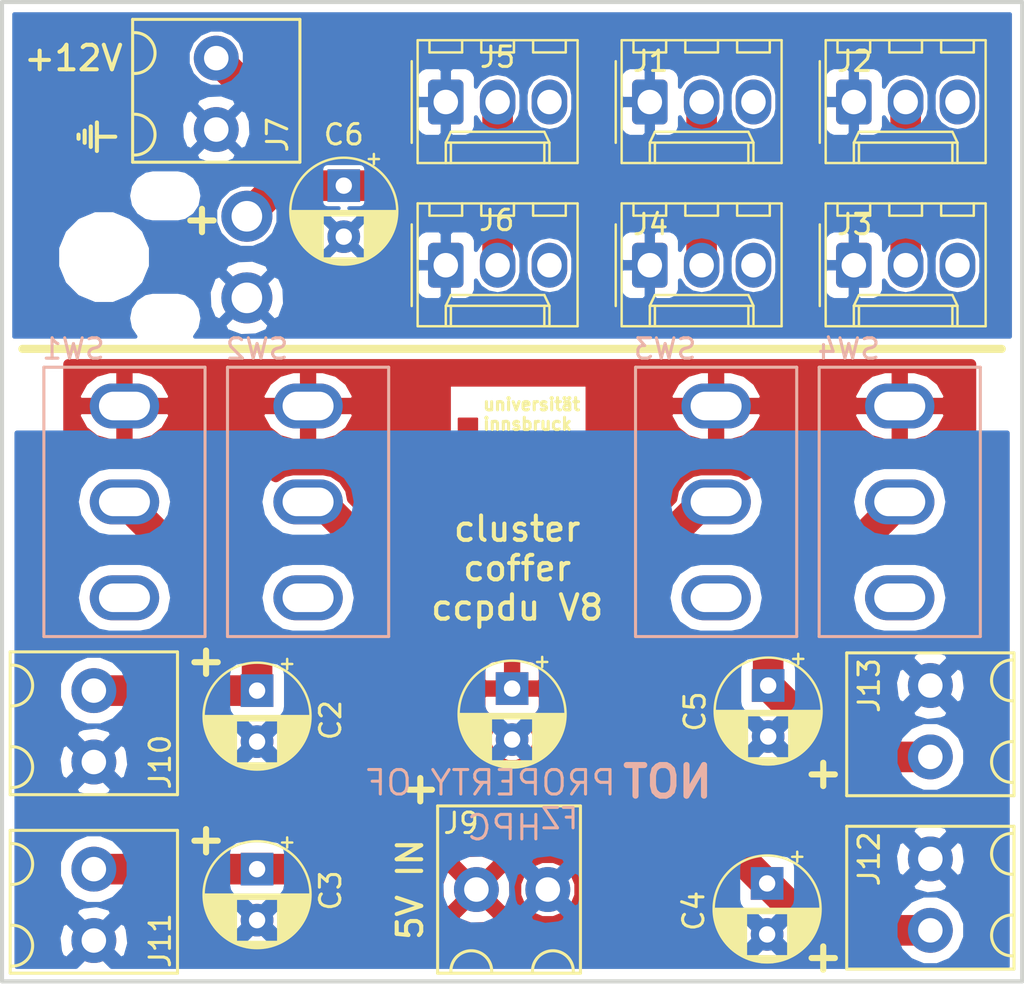
<source format=kicad_pcb>
(kicad_pcb (version 20171130) (host pcbnew 5.0.2+dfsg1-1~bpo9+1)

  (general
    (thickness 1.6)
    (drawings 31)
    (tracks 35)
    (zones 0)
    (modules 23)
    (nets 15)
  )

  (page A4)
  (layers
    (0 F.Cu signal)
    (31 B.Cu signal)
    (32 B.Adhes user)
    (33 F.Adhes user)
    (34 B.Paste user)
    (35 F.Paste user)
    (36 B.SilkS user)
    (37 F.SilkS user)
    (38 B.Mask user)
    (39 F.Mask user)
    (40 Dwgs.User user)
    (41 Cmts.User user)
    (42 Eco1.User user)
    (43 Eco2.User user)
    (44 Edge.Cuts user)
    (45 Margin user)
    (46 B.CrtYd user)
    (47 F.CrtYd user)
    (48 B.Fab user)
    (49 F.Fab user)
  )

  (setup
    (last_trace_width 0.25)
    (user_trace_width 1)
    (user_trace_width 1.5)
    (user_trace_width 1.8)
    (trace_clearance 0.2)
    (zone_clearance 0.2)
    (zone_45_only no)
    (trace_min 0.2)
    (segment_width 0.2)
    (edge_width 0.2)
    (via_size 0.8)
    (via_drill 0.4)
    (via_min_size 0.4)
    (via_min_drill 0.3)
    (uvia_size 0.3)
    (uvia_drill 0.1)
    (uvias_allowed no)
    (uvia_min_size 0.2)
    (uvia_min_drill 0.1)
    (pcb_text_width 0.3)
    (pcb_text_size 1.5 1.5)
    (mod_edge_width 0.15)
    (mod_text_size 1 1)
    (mod_text_width 0.15)
    (pad_size 2.3 2.3)
    (pad_drill 1.3)
    (pad_to_mask_clearance 0.051)
    (solder_mask_min_width 0.25)
    (aux_axis_origin 0 0)
    (visible_elements FFFFFF7F)
    (pcbplotparams
      (layerselection 0x010f0_ffffffff)
      (usegerberextensions false)
      (usegerberattributes false)
      (usegerberadvancedattributes false)
      (creategerberjobfile false)
      (excludeedgelayer true)
      (linewidth 0.100000)
      (plotframeref false)
      (viasonmask false)
      (mode 1)
      (useauxorigin false)
      (hpglpennumber 1)
      (hpglpenspeed 20)
      (hpglpendiameter 15.000000)
      (psnegative false)
      (psa4output false)
      (plotreference true)
      (plotvalue true)
      (plotinvisibletext false)
      (padsonsilk false)
      (subtractmaskfromsilk false)
      (outputformat 1)
      (mirror false)
      (drillshape 0)
      (scaleselection 1)
      (outputdirectory "out/v8"))
  )

  (net 0 "")
  (net 1 GND)
  (net 2 +12V)
  (net 3 "Net-(J4-Pad3)")
  (net 4 "Net-(J3-Pad3)")
  (net 5 "Net-(J2-Pad3)")
  (net 6 "Net-(J1-Pad3)")
  (net 7 "Net-(C2-Pad1)")
  (net 8 "Net-(C4-Pad1)")
  (net 9 "Net-(C3-Pad1)")
  (net 10 "Net-(C5-Pad1)")
  (net 11 "Net-(C1-Pad1)")
  (net 12 "Net-(J6-Pad3)")
  (net 13 "Net-(J5-Pad3)")
  (net 14 /FGND)

  (net_class Default "This is the default net class."
    (clearance 0.2)
    (trace_width 0.25)
    (via_dia 0.8)
    (via_drill 0.4)
    (uvia_dia 0.3)
    (uvia_drill 0.1)
    (add_net +12V)
    (add_net /FGND)
    (add_net GND)
    (add_net "Net-(C1-Pad1)")
    (add_net "Net-(C2-Pad1)")
    (add_net "Net-(C3-Pad1)")
    (add_net "Net-(C4-Pad1)")
    (add_net "Net-(C5-Pad1)")
    (add_net "Net-(J1-Pad3)")
    (add_net "Net-(J2-Pad3)")
    (add_net "Net-(J3-Pad3)")
    (add_net "Net-(J4-Pad3)")
    (add_net "Net-(J5-Pad3)")
    (add_net "Net-(J6-Pad3)")
  )

  (net_class Power ""
    (clearance 0.2)
    (trace_width 2)
    (via_dia 0.8)
    (via_drill 0.4)
    (uvia_dia 0.3)
    (uvia_drill 0.1)
  )

  (module cc:RS-448-0747 (layer B.Cu) (tedit 5C51B590) (tstamp 5C41C01D)
    (at 140 115.5 180)
    (path /5C12A438)
    (fp_text reference SW2 (at 2.5 7.5 180) (layer B.SilkS)
      (effects (font (size 1 1) (thickness 0.15)) (justify mirror))
    )
    (fp_text value SW_SPST (at -5 0 90) (layer B.Fab)
      (effects (font (size 1 1) (thickness 0.15)) (justify mirror))
    )
    (fp_line (start -3.95 6.6) (end 3.95 6.6) (layer B.SilkS) (width 0.15))
    (fp_line (start -3.95 6.6) (end -3.95 -6.6) (layer B.SilkS) (width 0.15))
    (fp_line (start -3.95 -6.6) (end 3.95 -6.6) (layer B.SilkS) (width 0.15))
    (fp_line (start 3.95 -6.6) (end 3.95 6.6) (layer B.SilkS) (width 0.15))
    (pad 3 thru_hole oval (at 0 -4.7 180) (size 3.4 2.2) (drill oval 2.5 1.4) (layers *.Cu *.Mask))
    (pad 2 thru_hole oval (at 0 0 180) (size 3.4 2.2) (drill oval 2.5 1.4) (layers *.Cu *.Mask)
      (net 9 "Net-(C3-Pad1)"))
    (pad 1 thru_hole oval (at 0 4.7 180) (size 3.4 2.2) (drill oval 2.5 1.4) (layers *.Cu *.Mask)
      (net 11 "Net-(C1-Pad1)"))
  )

  (module cc:RS-448-0747 (layer B.Cu) (tedit 5C51B590) (tstamp 5C41C03B)
    (at 131 115.5 180)
    (path /5C128DFD)
    (fp_text reference SW1 (at 2.5 7.5 180) (layer B.SilkS)
      (effects (font (size 1 1) (thickness 0.15)) (justify mirror))
    )
    (fp_text value SW_SPST (at -5 0 90) (layer B.Fab)
      (effects (font (size 1 1) (thickness 0.15)) (justify mirror))
    )
    (fp_line (start -3.95 6.6) (end 3.95 6.6) (layer B.SilkS) (width 0.15))
    (fp_line (start -3.95 6.6) (end -3.95 -6.6) (layer B.SilkS) (width 0.15))
    (fp_line (start -3.95 -6.6) (end 3.95 -6.6) (layer B.SilkS) (width 0.15))
    (fp_line (start 3.95 -6.6) (end 3.95 6.6) (layer B.SilkS) (width 0.15))
    (pad 3 thru_hole oval (at 0 -4.7 180) (size 3.4 2.2) (drill oval 2.5 1.4) (layers *.Cu *.Mask))
    (pad 2 thru_hole oval (at 0 0 180) (size 3.4 2.2) (drill oval 2.5 1.4) (layers *.Cu *.Mask)
      (net 7 "Net-(C2-Pad1)"))
    (pad 1 thru_hole oval (at 0 4.7 180) (size 3.4 2.2) (drill oval 2.5 1.4) (layers *.Cu *.Mask)
      (net 11 "Net-(C1-Pad1)"))
  )

  (module cc:RS-448-0747 (layer B.Cu) (tedit 5C51B590) (tstamp 5C41C059)
    (at 160 115.5 180)
    (path /5C12A488)
    (fp_text reference SW3 (at 2.5 7.5 180) (layer B.SilkS)
      (effects (font (size 1 1) (thickness 0.15)) (justify mirror))
    )
    (fp_text value SW_SPST (at -5 0 90) (layer B.Fab)
      (effects (font (size 1 1) (thickness 0.15)) (justify mirror))
    )
    (fp_line (start -3.95 6.6) (end 3.95 6.6) (layer B.SilkS) (width 0.15))
    (fp_line (start -3.95 6.6) (end -3.95 -6.6) (layer B.SilkS) (width 0.15))
    (fp_line (start -3.95 -6.6) (end 3.95 -6.6) (layer B.SilkS) (width 0.15))
    (fp_line (start 3.95 -6.6) (end 3.95 6.6) (layer B.SilkS) (width 0.15))
    (pad 3 thru_hole oval (at 0 -4.7 180) (size 3.4 2.2) (drill oval 2.5 1.4) (layers *.Cu *.Mask))
    (pad 2 thru_hole oval (at 0 0 180) (size 3.4 2.2) (drill oval 2.5 1.4) (layers *.Cu *.Mask)
      (net 8 "Net-(C4-Pad1)"))
    (pad 1 thru_hole oval (at 0 4.7 180) (size 3.4 2.2) (drill oval 2.5 1.4) (layers *.Cu *.Mask)
      (net 11 "Net-(C1-Pad1)"))
  )

  (module cc:RS-448-0747 (layer B.Cu) (tedit 5C51B590) (tstamp 5C41C077)
    (at 169 115.5 180)
    (path /5C12A4D8)
    (fp_text reference SW4 (at 2.5 7.5 180) (layer B.SilkS)
      (effects (font (size 1 1) (thickness 0.15)) (justify mirror))
    )
    (fp_text value SW_SPST (at -5 0 90) (layer B.Fab)
      (effects (font (size 1 1) (thickness 0.15)) (justify mirror))
    )
    (fp_line (start -3.95 6.6) (end 3.95 6.6) (layer B.SilkS) (width 0.15))
    (fp_line (start -3.95 6.6) (end -3.95 -6.6) (layer B.SilkS) (width 0.15))
    (fp_line (start -3.95 -6.6) (end 3.95 -6.6) (layer B.SilkS) (width 0.15))
    (fp_line (start 3.95 -6.6) (end 3.95 6.6) (layer B.SilkS) (width 0.15))
    (pad 3 thru_hole oval (at 0 -4.7 180) (size 3.4 2.2) (drill oval 2.5 1.4) (layers *.Cu *.Mask))
    (pad 2 thru_hole oval (at 0 0 180) (size 3.4 2.2) (drill oval 2.5 1.4) (layers *.Cu *.Mask)
      (net 10 "Net-(C5-Pad1)"))
    (pad 1 thru_hole oval (at 0 4.7 180) (size 3.4 2.2) (drill oval 2.5 1.4) (layers *.Cu *.Mask)
      (net 11 "Net-(C1-Pad1)"))
  )

  (module Connector_Molex:Molex_KK-254_AE-6410-03A_1x03_P2.54mm_Vertical (layer F.Cu) (tedit 5C504990) (tstamp 5C50AE83)
    (at 146.75 95.9)
    (descr "Molex KK-254 Interconnect System, old/engineering part number: AE-6410-03A example for new part number: 22-27-2031, 3 Pins (http://www.molex.com/pdm_docs/sd/022272021_sd.pdf), generated with kicad-footprint-generator")
    (tags "connector Molex KK-254 side entry")
    (path /5C191361)
    (fp_text reference J5 (at 2.54 -2.2) (layer F.SilkS)
      (effects (font (size 1 1) (thickness 0.15)))
    )
    (fp_text value Conn_01x03_Male (at 2.54 4.08) (layer F.Fab) hide
      (effects (font (size 1 1) (thickness 0.15)))
    )
    (fp_text user %R (at 2.54 -2.22) (layer F.Fab)
      (effects (font (size 1 1) (thickness 0.15)))
    )
    (fp_line (start 6.85 -3.42) (end -1.77 -3.42) (layer F.CrtYd) (width 0.05))
    (fp_line (start 6.85 3.38) (end 6.85 -3.42) (layer F.CrtYd) (width 0.05))
    (fp_line (start -1.77 3.38) (end 6.85 3.38) (layer F.CrtYd) (width 0.05))
    (fp_line (start -1.77 -3.42) (end -1.77 3.38) (layer F.CrtYd) (width 0.05))
    (fp_line (start 5.88 -2.43) (end 5.88 -3.03) (layer F.SilkS) (width 0.12))
    (fp_line (start 4.28 -2.43) (end 5.88 -2.43) (layer F.SilkS) (width 0.12))
    (fp_line (start 4.28 -3.03) (end 4.28 -2.43) (layer F.SilkS) (width 0.12))
    (fp_line (start 3.34 -2.43) (end 3.34 -3.03) (layer F.SilkS) (width 0.12))
    (fp_line (start 1.74 -2.43) (end 3.34 -2.43) (layer F.SilkS) (width 0.12))
    (fp_line (start 1.74 -3.03) (end 1.74 -2.43) (layer F.SilkS) (width 0.12))
    (fp_line (start 0.8 -2.43) (end 0.8 -3.03) (layer F.SilkS) (width 0.12))
    (fp_line (start -0.8 -2.43) (end 0.8 -2.43) (layer F.SilkS) (width 0.12))
    (fp_line (start -0.8 -3.03) (end -0.8 -2.43) (layer F.SilkS) (width 0.12))
    (fp_line (start 4.83 2.99) (end 4.83 1.99) (layer F.SilkS) (width 0.12))
    (fp_line (start 0.25 2.99) (end 0.25 1.99) (layer F.SilkS) (width 0.12))
    (fp_line (start 4.83 1.46) (end 5.08 1.99) (layer F.SilkS) (width 0.12))
    (fp_line (start 0.25 1.46) (end 4.83 1.46) (layer F.SilkS) (width 0.12))
    (fp_line (start 0 1.99) (end 0.25 1.46) (layer F.SilkS) (width 0.12))
    (fp_line (start 5.08 1.99) (end 5.08 2.99) (layer F.SilkS) (width 0.12))
    (fp_line (start 0 1.99) (end 5.08 1.99) (layer F.SilkS) (width 0.12))
    (fp_line (start 0 2.99) (end 0 1.99) (layer F.SilkS) (width 0.12))
    (fp_line (start -0.562893 0) (end -1.27 0.5) (layer F.Fab) (width 0.1))
    (fp_line (start -1.27 -0.5) (end -0.562893 0) (layer F.Fab) (width 0.1))
    (fp_line (start -1.67 -2) (end -1.67 2) (layer F.SilkS) (width 0.12))
    (fp_line (start 6.46 -3.03) (end -1.38 -3.03) (layer F.SilkS) (width 0.12))
    (fp_line (start 6.46 2.99) (end 6.46 -3.03) (layer F.SilkS) (width 0.12))
    (fp_line (start -1.38 2.99) (end 6.46 2.99) (layer F.SilkS) (width 0.12))
    (fp_line (start -1.38 -3.03) (end -1.38 2.99) (layer F.SilkS) (width 0.12))
    (fp_line (start 6.35 -2.92) (end -1.27 -2.92) (layer F.Fab) (width 0.1))
    (fp_line (start 6.35 2.88) (end 6.35 -2.92) (layer F.Fab) (width 0.1))
    (fp_line (start -1.27 2.88) (end 6.35 2.88) (layer F.Fab) (width 0.1))
    (fp_line (start -1.27 -2.92) (end -1.27 2.88) (layer F.Fab) (width 0.1))
    (pad 3 thru_hole oval (at 5.08 0) (size 1.74 2.2) (drill 1.2) (layers *.Cu *.Mask)
      (net 13 "Net-(J5-Pad3)"))
    (pad 2 thru_hole oval (at 2.54 0) (size 1.74 2.2) (drill 1.2) (layers *.Cu *.Mask)
      (net 2 +12V))
    (pad 1 thru_hole roundrect (at 0 0) (size 1.74 2.2) (drill 1.2) (layers *.Cu *.Mask) (roundrect_rratio 0.143678)
      (net 14 /FGND))
    (model ${KISYS3DMOD}/Connector_Molex.3dshapes/Molex_KK-254_AE-6410-03A_1x03_P2.54mm_Vertical.wrl
      (at (xyz 0 0 0))
      (scale (xyz 1 1 1))
      (rotate (xyz 0 0 0))
    )
  )

  (module Connector_Molex:Molex_KK-254_AE-6410-03A_1x03_P2.54mm_Vertical (layer F.Cu) (tedit 5C504993) (tstamp 5C50AD23)
    (at 146.75 103.9)
    (descr "Molex KK-254 Interconnect System, old/engineering part number: AE-6410-03A example for new part number: 22-27-2031, 3 Pins (http://www.molex.com/pdm_docs/sd/022272021_sd.pdf), generated with kicad-footprint-generator")
    (tags "connector Molex KK-254 side entry")
    (path /5C191367)
    (fp_text reference J6 (at 2.5 -2.2) (layer F.SilkS)
      (effects (font (size 1 1) (thickness 0.15)))
    )
    (fp_text value Conn_01x03_Male (at 2.54 4.08) (layer F.Fab) hide
      (effects (font (size 1 1) (thickness 0.15)))
    )
    (fp_line (start -1.27 -2.92) (end -1.27 2.88) (layer F.Fab) (width 0.1))
    (fp_line (start -1.27 2.88) (end 6.35 2.88) (layer F.Fab) (width 0.1))
    (fp_line (start 6.35 2.88) (end 6.35 -2.92) (layer F.Fab) (width 0.1))
    (fp_line (start 6.35 -2.92) (end -1.27 -2.92) (layer F.Fab) (width 0.1))
    (fp_line (start -1.38 -3.03) (end -1.38 2.99) (layer F.SilkS) (width 0.12))
    (fp_line (start -1.38 2.99) (end 6.46 2.99) (layer F.SilkS) (width 0.12))
    (fp_line (start 6.46 2.99) (end 6.46 -3.03) (layer F.SilkS) (width 0.12))
    (fp_line (start 6.46 -3.03) (end -1.38 -3.03) (layer F.SilkS) (width 0.12))
    (fp_line (start -1.67 -2) (end -1.67 2) (layer F.SilkS) (width 0.12))
    (fp_line (start -1.27 -0.5) (end -0.562893 0) (layer F.Fab) (width 0.1))
    (fp_line (start -0.562893 0) (end -1.27 0.5) (layer F.Fab) (width 0.1))
    (fp_line (start 0 2.99) (end 0 1.99) (layer F.SilkS) (width 0.12))
    (fp_line (start 0 1.99) (end 5.08 1.99) (layer F.SilkS) (width 0.12))
    (fp_line (start 5.08 1.99) (end 5.08 2.99) (layer F.SilkS) (width 0.12))
    (fp_line (start 0 1.99) (end 0.25 1.46) (layer F.SilkS) (width 0.12))
    (fp_line (start 0.25 1.46) (end 4.83 1.46) (layer F.SilkS) (width 0.12))
    (fp_line (start 4.83 1.46) (end 5.08 1.99) (layer F.SilkS) (width 0.12))
    (fp_line (start 0.25 2.99) (end 0.25 1.99) (layer F.SilkS) (width 0.12))
    (fp_line (start 4.83 2.99) (end 4.83 1.99) (layer F.SilkS) (width 0.12))
    (fp_line (start -0.8 -3.03) (end -0.8 -2.43) (layer F.SilkS) (width 0.12))
    (fp_line (start -0.8 -2.43) (end 0.8 -2.43) (layer F.SilkS) (width 0.12))
    (fp_line (start 0.8 -2.43) (end 0.8 -3.03) (layer F.SilkS) (width 0.12))
    (fp_line (start 1.74 -3.03) (end 1.74 -2.43) (layer F.SilkS) (width 0.12))
    (fp_line (start 1.74 -2.43) (end 3.34 -2.43) (layer F.SilkS) (width 0.12))
    (fp_line (start 3.34 -2.43) (end 3.34 -3.03) (layer F.SilkS) (width 0.12))
    (fp_line (start 4.28 -3.03) (end 4.28 -2.43) (layer F.SilkS) (width 0.12))
    (fp_line (start 4.28 -2.43) (end 5.88 -2.43) (layer F.SilkS) (width 0.12))
    (fp_line (start 5.88 -2.43) (end 5.88 -3.03) (layer F.SilkS) (width 0.12))
    (fp_line (start -1.77 -3.42) (end -1.77 3.38) (layer F.CrtYd) (width 0.05))
    (fp_line (start -1.77 3.38) (end 6.85 3.38) (layer F.CrtYd) (width 0.05))
    (fp_line (start 6.85 3.38) (end 6.85 -3.42) (layer F.CrtYd) (width 0.05))
    (fp_line (start 6.85 -3.42) (end -1.77 -3.42) (layer F.CrtYd) (width 0.05))
    (fp_text user %R (at 2.54 -2.22) (layer F.Fab)
      (effects (font (size 1 1) (thickness 0.15)))
    )
    (pad 1 thru_hole roundrect (at 0 0) (size 1.74 2.2) (drill 1.2) (layers *.Cu *.Mask) (roundrect_rratio 0.143678)
      (net 14 /FGND))
    (pad 2 thru_hole oval (at 2.54 0) (size 1.74 2.2) (drill 1.2) (layers *.Cu *.Mask)
      (net 2 +12V))
    (pad 3 thru_hole oval (at 5.08 0) (size 1.74 2.2) (drill 1.2) (layers *.Cu *.Mask)
      (net 12 "Net-(J6-Pad3)"))
    (model ${KISYS3DMOD}/Connector_Molex.3dshapes/Molex_KK-254_AE-6410-03A_1x03_P2.54mm_Vertical.wrl
      (at (xyz 0 0 0))
      (scale (xyz 1 1 1))
      (rotate (xyz 0 0 0))
    )
  )

  (module cc:284391-2 (layer F.Cu) (tedit 5C3DCC8D) (tstamp 5C5098F6)
    (at 135.5 95.5 270)
    (path /5C504BA2)
    (fp_text reference J7 (at 2 -3 270) (layer F.SilkS)
      (effects (font (size 1 1) (thickness 0.15)))
    )
    (fp_text value Screw_Terminal_01x02 (at -5.25 0) (layer F.Fab) hide
      (effects (font (size 1 1) (thickness 0.15)))
    )
    (fp_arc (start 2 4) (end 3 4) (angle -180) (layer F.SilkS) (width 0.15))
    (fp_arc (start -2 4) (end -1 4) (angle -180) (layer F.SilkS) (width 0.15))
    (fp_line (start 3.35 4.1) (end -3.65 4.1) (layer F.SilkS) (width 0.15))
    (fp_line (start 3.35 -4.1) (end -3.65 -4.1) (layer F.SilkS) (width 0.15))
    (fp_line (start 3.35 4.1) (end 3.35 -4.1) (layer F.SilkS) (width 0.15))
    (fp_line (start -3.65 4.1) (end -3.65 -4.1) (layer F.SilkS) (width 0.15))
    (pad 1 thru_hole circle (at -1.75 0 270) (size 2.2 2.2) (drill 1.2) (layers *.Cu *.Mask)
      (net 2 +12V))
    (pad 2 thru_hole circle (at 1.75 0 270) (size 2.2 2.2) (drill 1.2) (layers *.Cu *.Mask)
      (net 14 /FGND))
  )

  (module Capacitor_THT:CP_Radial_D5.0mm_P2.50mm (layer F.Cu) (tedit 5AE50EF0) (tstamp 5C1EB8A0)
    (at 162.55 124.5 270)
    (descr "CP, Radial series, Radial, pin pitch=2.50mm, , diameter=5mm, Electrolytic Capacitor")
    (tags "CP Radial series Radial pin pitch 2.50mm  diameter 5mm Electrolytic Capacitor")
    (path /5C12B9C9)
    (fp_text reference C5 (at 1.276716 3.587272 90) (layer F.SilkS)
      (effects (font (size 1 1) (thickness 0.15)))
    )
    (fp_text value CP1 (at 1.276716 3.587272 90) (layer F.Fab)
      (effects (font (size 1 1) (thickness 0.15)))
    )
    (fp_text user %R (at 1.25 0 270) (layer F.Fab)
      (effects (font (size 1 1) (thickness 0.15)))
    )
    (fp_line (start -1.304775 -1.725) (end -1.304775 -1.225) (layer F.SilkS) (width 0.12))
    (fp_line (start -1.554775 -1.475) (end -1.054775 -1.475) (layer F.SilkS) (width 0.12))
    (fp_line (start 3.851 -0.284) (end 3.851 0.284) (layer F.SilkS) (width 0.12))
    (fp_line (start 3.811 -0.518) (end 3.811 0.518) (layer F.SilkS) (width 0.12))
    (fp_line (start 3.771 -0.677) (end 3.771 0.677) (layer F.SilkS) (width 0.12))
    (fp_line (start 3.731 -0.805) (end 3.731 0.805) (layer F.SilkS) (width 0.12))
    (fp_line (start 3.691 -0.915) (end 3.691 0.915) (layer F.SilkS) (width 0.12))
    (fp_line (start 3.651 -1.011) (end 3.651 1.011) (layer F.SilkS) (width 0.12))
    (fp_line (start 3.611 -1.098) (end 3.611 1.098) (layer F.SilkS) (width 0.12))
    (fp_line (start 3.571 -1.178) (end 3.571 1.178) (layer F.SilkS) (width 0.12))
    (fp_line (start 3.531 1.04) (end 3.531 1.251) (layer F.SilkS) (width 0.12))
    (fp_line (start 3.531 -1.251) (end 3.531 -1.04) (layer F.SilkS) (width 0.12))
    (fp_line (start 3.491 1.04) (end 3.491 1.319) (layer F.SilkS) (width 0.12))
    (fp_line (start 3.491 -1.319) (end 3.491 -1.04) (layer F.SilkS) (width 0.12))
    (fp_line (start 3.451 1.04) (end 3.451 1.383) (layer F.SilkS) (width 0.12))
    (fp_line (start 3.451 -1.383) (end 3.451 -1.04) (layer F.SilkS) (width 0.12))
    (fp_line (start 3.411 1.04) (end 3.411 1.443) (layer F.SilkS) (width 0.12))
    (fp_line (start 3.411 -1.443) (end 3.411 -1.04) (layer F.SilkS) (width 0.12))
    (fp_line (start 3.371 1.04) (end 3.371 1.5) (layer F.SilkS) (width 0.12))
    (fp_line (start 3.371 -1.5) (end 3.371 -1.04) (layer F.SilkS) (width 0.12))
    (fp_line (start 3.331 1.04) (end 3.331 1.554) (layer F.SilkS) (width 0.12))
    (fp_line (start 3.331 -1.554) (end 3.331 -1.04) (layer F.SilkS) (width 0.12))
    (fp_line (start 3.291 1.04) (end 3.291 1.605) (layer F.SilkS) (width 0.12))
    (fp_line (start 3.291 -1.605) (end 3.291 -1.04) (layer F.SilkS) (width 0.12))
    (fp_line (start 3.251 1.04) (end 3.251 1.653) (layer F.SilkS) (width 0.12))
    (fp_line (start 3.251 -1.653) (end 3.251 -1.04) (layer F.SilkS) (width 0.12))
    (fp_line (start 3.211 1.04) (end 3.211 1.699) (layer F.SilkS) (width 0.12))
    (fp_line (start 3.211 -1.699) (end 3.211 -1.04) (layer F.SilkS) (width 0.12))
    (fp_line (start 3.171 1.04) (end 3.171 1.743) (layer F.SilkS) (width 0.12))
    (fp_line (start 3.171 -1.743) (end 3.171 -1.04) (layer F.SilkS) (width 0.12))
    (fp_line (start 3.131 1.04) (end 3.131 1.785) (layer F.SilkS) (width 0.12))
    (fp_line (start 3.131 -1.785) (end 3.131 -1.04) (layer F.SilkS) (width 0.12))
    (fp_line (start 3.091 1.04) (end 3.091 1.826) (layer F.SilkS) (width 0.12))
    (fp_line (start 3.091 -1.826) (end 3.091 -1.04) (layer F.SilkS) (width 0.12))
    (fp_line (start 3.051 1.04) (end 3.051 1.864) (layer F.SilkS) (width 0.12))
    (fp_line (start 3.051 -1.864) (end 3.051 -1.04) (layer F.SilkS) (width 0.12))
    (fp_line (start 3.011 1.04) (end 3.011 1.901) (layer F.SilkS) (width 0.12))
    (fp_line (start 3.011 -1.901) (end 3.011 -1.04) (layer F.SilkS) (width 0.12))
    (fp_line (start 2.971 1.04) (end 2.971 1.937) (layer F.SilkS) (width 0.12))
    (fp_line (start 2.971 -1.937) (end 2.971 -1.04) (layer F.SilkS) (width 0.12))
    (fp_line (start 2.931 1.04) (end 2.931 1.971) (layer F.SilkS) (width 0.12))
    (fp_line (start 2.931 -1.971) (end 2.931 -1.04) (layer F.SilkS) (width 0.12))
    (fp_line (start 2.891 1.04) (end 2.891 2.004) (layer F.SilkS) (width 0.12))
    (fp_line (start 2.891 -2.004) (end 2.891 -1.04) (layer F.SilkS) (width 0.12))
    (fp_line (start 2.851 1.04) (end 2.851 2.035) (layer F.SilkS) (width 0.12))
    (fp_line (start 2.851 -2.035) (end 2.851 -1.04) (layer F.SilkS) (width 0.12))
    (fp_line (start 2.811 1.04) (end 2.811 2.065) (layer F.SilkS) (width 0.12))
    (fp_line (start 2.811 -2.065) (end 2.811 -1.04) (layer F.SilkS) (width 0.12))
    (fp_line (start 2.771 1.04) (end 2.771 2.095) (layer F.SilkS) (width 0.12))
    (fp_line (start 2.771 -2.095) (end 2.771 -1.04) (layer F.SilkS) (width 0.12))
    (fp_line (start 2.731 1.04) (end 2.731 2.122) (layer F.SilkS) (width 0.12))
    (fp_line (start 2.731 -2.122) (end 2.731 -1.04) (layer F.SilkS) (width 0.12))
    (fp_line (start 2.691 1.04) (end 2.691 2.149) (layer F.SilkS) (width 0.12))
    (fp_line (start 2.691 -2.149) (end 2.691 -1.04) (layer F.SilkS) (width 0.12))
    (fp_line (start 2.651 1.04) (end 2.651 2.175) (layer F.SilkS) (width 0.12))
    (fp_line (start 2.651 -2.175) (end 2.651 -1.04) (layer F.SilkS) (width 0.12))
    (fp_line (start 2.611 1.04) (end 2.611 2.2) (layer F.SilkS) (width 0.12))
    (fp_line (start 2.611 -2.2) (end 2.611 -1.04) (layer F.SilkS) (width 0.12))
    (fp_line (start 2.571 1.04) (end 2.571 2.224) (layer F.SilkS) (width 0.12))
    (fp_line (start 2.571 -2.224) (end 2.571 -1.04) (layer F.SilkS) (width 0.12))
    (fp_line (start 2.531 1.04) (end 2.531 2.247) (layer F.SilkS) (width 0.12))
    (fp_line (start 2.531 -2.247) (end 2.531 -1.04) (layer F.SilkS) (width 0.12))
    (fp_line (start 2.491 1.04) (end 2.491 2.268) (layer F.SilkS) (width 0.12))
    (fp_line (start 2.491 -2.268) (end 2.491 -1.04) (layer F.SilkS) (width 0.12))
    (fp_line (start 2.451 1.04) (end 2.451 2.29) (layer F.SilkS) (width 0.12))
    (fp_line (start 2.451 -2.29) (end 2.451 -1.04) (layer F.SilkS) (width 0.12))
    (fp_line (start 2.411 1.04) (end 2.411 2.31) (layer F.SilkS) (width 0.12))
    (fp_line (start 2.411 -2.31) (end 2.411 -1.04) (layer F.SilkS) (width 0.12))
    (fp_line (start 2.371 1.04) (end 2.371 2.329) (layer F.SilkS) (width 0.12))
    (fp_line (start 2.371 -2.329) (end 2.371 -1.04) (layer F.SilkS) (width 0.12))
    (fp_line (start 2.331 1.04) (end 2.331 2.348) (layer F.SilkS) (width 0.12))
    (fp_line (start 2.331 -2.348) (end 2.331 -1.04) (layer F.SilkS) (width 0.12))
    (fp_line (start 2.291 1.04) (end 2.291 2.365) (layer F.SilkS) (width 0.12))
    (fp_line (start 2.291 -2.365) (end 2.291 -1.04) (layer F.SilkS) (width 0.12))
    (fp_line (start 2.251 1.04) (end 2.251 2.382) (layer F.SilkS) (width 0.12))
    (fp_line (start 2.251 -2.382) (end 2.251 -1.04) (layer F.SilkS) (width 0.12))
    (fp_line (start 2.211 1.04) (end 2.211 2.398) (layer F.SilkS) (width 0.12))
    (fp_line (start 2.211 -2.398) (end 2.211 -1.04) (layer F.SilkS) (width 0.12))
    (fp_line (start 2.171 1.04) (end 2.171 2.414) (layer F.SilkS) (width 0.12))
    (fp_line (start 2.171 -2.414) (end 2.171 -1.04) (layer F.SilkS) (width 0.12))
    (fp_line (start 2.131 1.04) (end 2.131 2.428) (layer F.SilkS) (width 0.12))
    (fp_line (start 2.131 -2.428) (end 2.131 -1.04) (layer F.SilkS) (width 0.12))
    (fp_line (start 2.091 1.04) (end 2.091 2.442) (layer F.SilkS) (width 0.12))
    (fp_line (start 2.091 -2.442) (end 2.091 -1.04) (layer F.SilkS) (width 0.12))
    (fp_line (start 2.051 1.04) (end 2.051 2.455) (layer F.SilkS) (width 0.12))
    (fp_line (start 2.051 -2.455) (end 2.051 -1.04) (layer F.SilkS) (width 0.12))
    (fp_line (start 2.011 1.04) (end 2.011 2.468) (layer F.SilkS) (width 0.12))
    (fp_line (start 2.011 -2.468) (end 2.011 -1.04) (layer F.SilkS) (width 0.12))
    (fp_line (start 1.971 1.04) (end 1.971 2.48) (layer F.SilkS) (width 0.12))
    (fp_line (start 1.971 -2.48) (end 1.971 -1.04) (layer F.SilkS) (width 0.12))
    (fp_line (start 1.93 1.04) (end 1.93 2.491) (layer F.SilkS) (width 0.12))
    (fp_line (start 1.93 -2.491) (end 1.93 -1.04) (layer F.SilkS) (width 0.12))
    (fp_line (start 1.89 1.04) (end 1.89 2.501) (layer F.SilkS) (width 0.12))
    (fp_line (start 1.89 -2.501) (end 1.89 -1.04) (layer F.SilkS) (width 0.12))
    (fp_line (start 1.85 1.04) (end 1.85 2.511) (layer F.SilkS) (width 0.12))
    (fp_line (start 1.85 -2.511) (end 1.85 -1.04) (layer F.SilkS) (width 0.12))
    (fp_line (start 1.81 1.04) (end 1.81 2.52) (layer F.SilkS) (width 0.12))
    (fp_line (start 1.81 -2.52) (end 1.81 -1.04) (layer F.SilkS) (width 0.12))
    (fp_line (start 1.77 1.04) (end 1.77 2.528) (layer F.SilkS) (width 0.12))
    (fp_line (start 1.77 -2.528) (end 1.77 -1.04) (layer F.SilkS) (width 0.12))
    (fp_line (start 1.73 1.04) (end 1.73 2.536) (layer F.SilkS) (width 0.12))
    (fp_line (start 1.73 -2.536) (end 1.73 -1.04) (layer F.SilkS) (width 0.12))
    (fp_line (start 1.69 1.04) (end 1.69 2.543) (layer F.SilkS) (width 0.12))
    (fp_line (start 1.69 -2.543) (end 1.69 -1.04) (layer F.SilkS) (width 0.12))
    (fp_line (start 1.65 1.04) (end 1.65 2.55) (layer F.SilkS) (width 0.12))
    (fp_line (start 1.65 -2.55) (end 1.65 -1.04) (layer F.SilkS) (width 0.12))
    (fp_line (start 1.61 1.04) (end 1.61 2.556) (layer F.SilkS) (width 0.12))
    (fp_line (start 1.61 -2.556) (end 1.61 -1.04) (layer F.SilkS) (width 0.12))
    (fp_line (start 1.57 1.04) (end 1.57 2.561) (layer F.SilkS) (width 0.12))
    (fp_line (start 1.57 -2.561) (end 1.57 -1.04) (layer F.SilkS) (width 0.12))
    (fp_line (start 1.53 1.04) (end 1.53 2.565) (layer F.SilkS) (width 0.12))
    (fp_line (start 1.53 -2.565) (end 1.53 -1.04) (layer F.SilkS) (width 0.12))
    (fp_line (start 1.49 1.04) (end 1.49 2.569) (layer F.SilkS) (width 0.12))
    (fp_line (start 1.49 -2.569) (end 1.49 -1.04) (layer F.SilkS) (width 0.12))
    (fp_line (start 1.45 -2.573) (end 1.45 2.573) (layer F.SilkS) (width 0.12))
    (fp_line (start 1.41 -2.576) (end 1.41 2.576) (layer F.SilkS) (width 0.12))
    (fp_line (start 1.37 -2.578) (end 1.37 2.578) (layer F.SilkS) (width 0.12))
    (fp_line (start 1.33 -2.579) (end 1.33 2.579) (layer F.SilkS) (width 0.12))
    (fp_line (start 1.29 -2.58) (end 1.29 2.58) (layer F.SilkS) (width 0.12))
    (fp_line (start 1.25 -2.58) (end 1.25 2.58) (layer F.SilkS) (width 0.12))
    (fp_line (start -0.633605 -1.3375) (end -0.633605 -0.8375) (layer F.Fab) (width 0.1))
    (fp_line (start -0.883605 -1.0875) (end -0.383605 -1.0875) (layer F.Fab) (width 0.1))
    (fp_circle (center 1.25 0) (end 4 0) (layer F.CrtYd) (width 0.05))
    (fp_circle (center 1.25 0) (end 3.87 0) (layer F.SilkS) (width 0.12))
    (fp_circle (center 1.25 0) (end 3.75 0) (layer F.Fab) (width 0.1))
    (pad 2 thru_hole circle (at 2.5 0 270) (size 1.6 1.6) (drill 0.8) (layers *.Cu *.Mask)
      (net 1 GND))
    (pad 1 thru_hole rect (at 0 0 270) (size 1.6 1.6) (drill 0.8) (layers *.Cu *.Mask)
      (net 10 "Net-(C5-Pad1)"))
    (model ${KISYS3DMOD}/Capacitor_THT.3dshapes/CP_Radial_D5.0mm_P2.50mm.wrl
      (at (xyz 0 0 0))
      (scale (xyz 1 1 1))
      (rotate (xyz 0 0 0))
    )
  )

  (module Capacitor_THT:CP_Radial_D5.0mm_P2.50mm (layer F.Cu) (tedit 5AE50EF0) (tstamp 5C1EBDC2)
    (at 162.5 134.2 270)
    (descr "CP, Radial series, Radial, pin pitch=2.50mm, , diameter=5mm, Electrolytic Capacitor")
    (tags "CP Radial series Radial pin pitch 2.50mm  diameter 5mm Electrolytic Capacitor")
    (path /5C12BC1C)
    (fp_text reference C4 (at 1.35 3.6 270) (layer F.SilkS)
      (effects (font (size 1 1) (thickness 0.15)))
    )
    (fp_text value CP1 (at 1.35 3.6 90) (layer F.Fab)
      (effects (font (size 1 1) (thickness 0.15)))
    )
    (fp_text user %R (at 1.25 0 270) (layer F.Fab)
      (effects (font (size 1 1) (thickness 0.15)))
    )
    (fp_line (start -1.304775 -1.725) (end -1.304775 -1.225) (layer F.SilkS) (width 0.12))
    (fp_line (start -1.554775 -1.475) (end -1.054775 -1.475) (layer F.SilkS) (width 0.12))
    (fp_line (start 3.851 -0.284) (end 3.851 0.284) (layer F.SilkS) (width 0.12))
    (fp_line (start 3.811 -0.518) (end 3.811 0.518) (layer F.SilkS) (width 0.12))
    (fp_line (start 3.771 -0.677) (end 3.771 0.677) (layer F.SilkS) (width 0.12))
    (fp_line (start 3.731 -0.805) (end 3.731 0.805) (layer F.SilkS) (width 0.12))
    (fp_line (start 3.691 -0.915) (end 3.691 0.915) (layer F.SilkS) (width 0.12))
    (fp_line (start 3.651 -1.011) (end 3.651 1.011) (layer F.SilkS) (width 0.12))
    (fp_line (start 3.611 -1.098) (end 3.611 1.098) (layer F.SilkS) (width 0.12))
    (fp_line (start 3.571 -1.178) (end 3.571 1.178) (layer F.SilkS) (width 0.12))
    (fp_line (start 3.531 1.04) (end 3.531 1.251) (layer F.SilkS) (width 0.12))
    (fp_line (start 3.531 -1.251) (end 3.531 -1.04) (layer F.SilkS) (width 0.12))
    (fp_line (start 3.491 1.04) (end 3.491 1.319) (layer F.SilkS) (width 0.12))
    (fp_line (start 3.491 -1.319) (end 3.491 -1.04) (layer F.SilkS) (width 0.12))
    (fp_line (start 3.451 1.04) (end 3.451 1.383) (layer F.SilkS) (width 0.12))
    (fp_line (start 3.451 -1.383) (end 3.451 -1.04) (layer F.SilkS) (width 0.12))
    (fp_line (start 3.411 1.04) (end 3.411 1.443) (layer F.SilkS) (width 0.12))
    (fp_line (start 3.411 -1.443) (end 3.411 -1.04) (layer F.SilkS) (width 0.12))
    (fp_line (start 3.371 1.04) (end 3.371 1.5) (layer F.SilkS) (width 0.12))
    (fp_line (start 3.371 -1.5) (end 3.371 -1.04) (layer F.SilkS) (width 0.12))
    (fp_line (start 3.331 1.04) (end 3.331 1.554) (layer F.SilkS) (width 0.12))
    (fp_line (start 3.331 -1.554) (end 3.331 -1.04) (layer F.SilkS) (width 0.12))
    (fp_line (start 3.291 1.04) (end 3.291 1.605) (layer F.SilkS) (width 0.12))
    (fp_line (start 3.291 -1.605) (end 3.291 -1.04) (layer F.SilkS) (width 0.12))
    (fp_line (start 3.251 1.04) (end 3.251 1.653) (layer F.SilkS) (width 0.12))
    (fp_line (start 3.251 -1.653) (end 3.251 -1.04) (layer F.SilkS) (width 0.12))
    (fp_line (start 3.211 1.04) (end 3.211 1.699) (layer F.SilkS) (width 0.12))
    (fp_line (start 3.211 -1.699) (end 3.211 -1.04) (layer F.SilkS) (width 0.12))
    (fp_line (start 3.171 1.04) (end 3.171 1.743) (layer F.SilkS) (width 0.12))
    (fp_line (start 3.171 -1.743) (end 3.171 -1.04) (layer F.SilkS) (width 0.12))
    (fp_line (start 3.131 1.04) (end 3.131 1.785) (layer F.SilkS) (width 0.12))
    (fp_line (start 3.131 -1.785) (end 3.131 -1.04) (layer F.SilkS) (width 0.12))
    (fp_line (start 3.091 1.04) (end 3.091 1.826) (layer F.SilkS) (width 0.12))
    (fp_line (start 3.091 -1.826) (end 3.091 -1.04) (layer F.SilkS) (width 0.12))
    (fp_line (start 3.051 1.04) (end 3.051 1.864) (layer F.SilkS) (width 0.12))
    (fp_line (start 3.051 -1.864) (end 3.051 -1.04) (layer F.SilkS) (width 0.12))
    (fp_line (start 3.011 1.04) (end 3.011 1.901) (layer F.SilkS) (width 0.12))
    (fp_line (start 3.011 -1.901) (end 3.011 -1.04) (layer F.SilkS) (width 0.12))
    (fp_line (start 2.971 1.04) (end 2.971 1.937) (layer F.SilkS) (width 0.12))
    (fp_line (start 2.971 -1.937) (end 2.971 -1.04) (layer F.SilkS) (width 0.12))
    (fp_line (start 2.931 1.04) (end 2.931 1.971) (layer F.SilkS) (width 0.12))
    (fp_line (start 2.931 -1.971) (end 2.931 -1.04) (layer F.SilkS) (width 0.12))
    (fp_line (start 2.891 1.04) (end 2.891 2.004) (layer F.SilkS) (width 0.12))
    (fp_line (start 2.891 -2.004) (end 2.891 -1.04) (layer F.SilkS) (width 0.12))
    (fp_line (start 2.851 1.04) (end 2.851 2.035) (layer F.SilkS) (width 0.12))
    (fp_line (start 2.851 -2.035) (end 2.851 -1.04) (layer F.SilkS) (width 0.12))
    (fp_line (start 2.811 1.04) (end 2.811 2.065) (layer F.SilkS) (width 0.12))
    (fp_line (start 2.811 -2.065) (end 2.811 -1.04) (layer F.SilkS) (width 0.12))
    (fp_line (start 2.771 1.04) (end 2.771 2.095) (layer F.SilkS) (width 0.12))
    (fp_line (start 2.771 -2.095) (end 2.771 -1.04) (layer F.SilkS) (width 0.12))
    (fp_line (start 2.731 1.04) (end 2.731 2.122) (layer F.SilkS) (width 0.12))
    (fp_line (start 2.731 -2.122) (end 2.731 -1.04) (layer F.SilkS) (width 0.12))
    (fp_line (start 2.691 1.04) (end 2.691 2.149) (layer F.SilkS) (width 0.12))
    (fp_line (start 2.691 -2.149) (end 2.691 -1.04) (layer F.SilkS) (width 0.12))
    (fp_line (start 2.651 1.04) (end 2.651 2.175) (layer F.SilkS) (width 0.12))
    (fp_line (start 2.651 -2.175) (end 2.651 -1.04) (layer F.SilkS) (width 0.12))
    (fp_line (start 2.611 1.04) (end 2.611 2.2) (layer F.SilkS) (width 0.12))
    (fp_line (start 2.611 -2.2) (end 2.611 -1.04) (layer F.SilkS) (width 0.12))
    (fp_line (start 2.571 1.04) (end 2.571 2.224) (layer F.SilkS) (width 0.12))
    (fp_line (start 2.571 -2.224) (end 2.571 -1.04) (layer F.SilkS) (width 0.12))
    (fp_line (start 2.531 1.04) (end 2.531 2.247) (layer F.SilkS) (width 0.12))
    (fp_line (start 2.531 -2.247) (end 2.531 -1.04) (layer F.SilkS) (width 0.12))
    (fp_line (start 2.491 1.04) (end 2.491 2.268) (layer F.SilkS) (width 0.12))
    (fp_line (start 2.491 -2.268) (end 2.491 -1.04) (layer F.SilkS) (width 0.12))
    (fp_line (start 2.451 1.04) (end 2.451 2.29) (layer F.SilkS) (width 0.12))
    (fp_line (start 2.451 -2.29) (end 2.451 -1.04) (layer F.SilkS) (width 0.12))
    (fp_line (start 2.411 1.04) (end 2.411 2.31) (layer F.SilkS) (width 0.12))
    (fp_line (start 2.411 -2.31) (end 2.411 -1.04) (layer F.SilkS) (width 0.12))
    (fp_line (start 2.371 1.04) (end 2.371 2.329) (layer F.SilkS) (width 0.12))
    (fp_line (start 2.371 -2.329) (end 2.371 -1.04) (layer F.SilkS) (width 0.12))
    (fp_line (start 2.331 1.04) (end 2.331 2.348) (layer F.SilkS) (width 0.12))
    (fp_line (start 2.331 -2.348) (end 2.331 -1.04) (layer F.SilkS) (width 0.12))
    (fp_line (start 2.291 1.04) (end 2.291 2.365) (layer F.SilkS) (width 0.12))
    (fp_line (start 2.291 -2.365) (end 2.291 -1.04) (layer F.SilkS) (width 0.12))
    (fp_line (start 2.251 1.04) (end 2.251 2.382) (layer F.SilkS) (width 0.12))
    (fp_line (start 2.251 -2.382) (end 2.251 -1.04) (layer F.SilkS) (width 0.12))
    (fp_line (start 2.211 1.04) (end 2.211 2.398) (layer F.SilkS) (width 0.12))
    (fp_line (start 2.211 -2.398) (end 2.211 -1.04) (layer F.SilkS) (width 0.12))
    (fp_line (start 2.171 1.04) (end 2.171 2.414) (layer F.SilkS) (width 0.12))
    (fp_line (start 2.171 -2.414) (end 2.171 -1.04) (layer F.SilkS) (width 0.12))
    (fp_line (start 2.131 1.04) (end 2.131 2.428) (layer F.SilkS) (width 0.12))
    (fp_line (start 2.131 -2.428) (end 2.131 -1.04) (layer F.SilkS) (width 0.12))
    (fp_line (start 2.091 1.04) (end 2.091 2.442) (layer F.SilkS) (width 0.12))
    (fp_line (start 2.091 -2.442) (end 2.091 -1.04) (layer F.SilkS) (width 0.12))
    (fp_line (start 2.051 1.04) (end 2.051 2.455) (layer F.SilkS) (width 0.12))
    (fp_line (start 2.051 -2.455) (end 2.051 -1.04) (layer F.SilkS) (width 0.12))
    (fp_line (start 2.011 1.04) (end 2.011 2.468) (layer F.SilkS) (width 0.12))
    (fp_line (start 2.011 -2.468) (end 2.011 -1.04) (layer F.SilkS) (width 0.12))
    (fp_line (start 1.971 1.04) (end 1.971 2.48) (layer F.SilkS) (width 0.12))
    (fp_line (start 1.971 -2.48) (end 1.971 -1.04) (layer F.SilkS) (width 0.12))
    (fp_line (start 1.93 1.04) (end 1.93 2.491) (layer F.SilkS) (width 0.12))
    (fp_line (start 1.93 -2.491) (end 1.93 -1.04) (layer F.SilkS) (width 0.12))
    (fp_line (start 1.89 1.04) (end 1.89 2.501) (layer F.SilkS) (width 0.12))
    (fp_line (start 1.89 -2.501) (end 1.89 -1.04) (layer F.SilkS) (width 0.12))
    (fp_line (start 1.85 1.04) (end 1.85 2.511) (layer F.SilkS) (width 0.12))
    (fp_line (start 1.85 -2.511) (end 1.85 -1.04) (layer F.SilkS) (width 0.12))
    (fp_line (start 1.81 1.04) (end 1.81 2.52) (layer F.SilkS) (width 0.12))
    (fp_line (start 1.81 -2.52) (end 1.81 -1.04) (layer F.SilkS) (width 0.12))
    (fp_line (start 1.77 1.04) (end 1.77 2.528) (layer F.SilkS) (width 0.12))
    (fp_line (start 1.77 -2.528) (end 1.77 -1.04) (layer F.SilkS) (width 0.12))
    (fp_line (start 1.73 1.04) (end 1.73 2.536) (layer F.SilkS) (width 0.12))
    (fp_line (start 1.73 -2.536) (end 1.73 -1.04) (layer F.SilkS) (width 0.12))
    (fp_line (start 1.69 1.04) (end 1.69 2.543) (layer F.SilkS) (width 0.12))
    (fp_line (start 1.69 -2.543) (end 1.69 -1.04) (layer F.SilkS) (width 0.12))
    (fp_line (start 1.65 1.04) (end 1.65 2.55) (layer F.SilkS) (width 0.12))
    (fp_line (start 1.65 -2.55) (end 1.65 -1.04) (layer F.SilkS) (width 0.12))
    (fp_line (start 1.61 1.04) (end 1.61 2.556) (layer F.SilkS) (width 0.12))
    (fp_line (start 1.61 -2.556) (end 1.61 -1.04) (layer F.SilkS) (width 0.12))
    (fp_line (start 1.57 1.04) (end 1.57 2.561) (layer F.SilkS) (width 0.12))
    (fp_line (start 1.57 -2.561) (end 1.57 -1.04) (layer F.SilkS) (width 0.12))
    (fp_line (start 1.53 1.04) (end 1.53 2.565) (layer F.SilkS) (width 0.12))
    (fp_line (start 1.53 -2.565) (end 1.53 -1.04) (layer F.SilkS) (width 0.12))
    (fp_line (start 1.49 1.04) (end 1.49 2.569) (layer F.SilkS) (width 0.12))
    (fp_line (start 1.49 -2.569) (end 1.49 -1.04) (layer F.SilkS) (width 0.12))
    (fp_line (start 1.45 -2.573) (end 1.45 2.573) (layer F.SilkS) (width 0.12))
    (fp_line (start 1.41 -2.576) (end 1.41 2.576) (layer F.SilkS) (width 0.12))
    (fp_line (start 1.37 -2.578) (end 1.37 2.578) (layer F.SilkS) (width 0.12))
    (fp_line (start 1.33 -2.579) (end 1.33 2.579) (layer F.SilkS) (width 0.12))
    (fp_line (start 1.29 -2.58) (end 1.29 2.58) (layer F.SilkS) (width 0.12))
    (fp_line (start 1.25 -2.58) (end 1.25 2.58) (layer F.SilkS) (width 0.12))
    (fp_line (start -0.633605 -1.3375) (end -0.633605 -0.8375) (layer F.Fab) (width 0.1))
    (fp_line (start -0.883605 -1.0875) (end -0.383605 -1.0875) (layer F.Fab) (width 0.1))
    (fp_circle (center 1.25 0) (end 4 0) (layer F.CrtYd) (width 0.05))
    (fp_circle (center 1.25 0) (end 3.87 0) (layer F.SilkS) (width 0.12))
    (fp_circle (center 1.25 0) (end 3.75 0) (layer F.Fab) (width 0.1))
    (pad 2 thru_hole circle (at 2.5 0 270) (size 1.6 1.6) (drill 0.8) (layers *.Cu *.Mask)
      (net 1 GND))
    (pad 1 thru_hole rect (at 0 0 270) (size 1.6 1.6) (drill 0.8) (layers *.Cu *.Mask)
      (net 8 "Net-(C4-Pad1)"))
    (model ${KISYS3DMOD}/Capacitor_THT.3dshapes/CP_Radial_D5.0mm_P2.50mm.wrl
      (at (xyz 0 0 0))
      (scale (xyz 1 1 1))
      (rotate (xyz 0 0 0))
    )
  )

  (module Capacitor_THT:CP_Radial_D5.0mm_P2.50mm (layer F.Cu) (tedit 5AE50EF0) (tstamp 5C1EBAB0)
    (at 137.5 133.5 270)
    (descr "CP, Radial series, Radial, pin pitch=2.50mm, , diameter=5mm, Electrolytic Capacitor")
    (tags "CP Radial series Radial pin pitch 2.50mm  diameter 5mm Electrolytic Capacitor")
    (path /5C12BD2B)
    (fp_text reference C3 (at 1.05 -3.6 270) (layer F.SilkS)
      (effects (font (size 1 1) (thickness 0.15)))
    )
    (fp_text value CP1 (at 1.05 -3.6 270) (layer F.Fab)
      (effects (font (size 1 1) (thickness 0.15)))
    )
    (fp_circle (center 1.25 0) (end 3.75 0) (layer F.Fab) (width 0.1))
    (fp_circle (center 1.25 0) (end 3.87 0) (layer F.SilkS) (width 0.12))
    (fp_circle (center 1.25 0) (end 4 0) (layer F.CrtYd) (width 0.05))
    (fp_line (start -0.883605 -1.0875) (end -0.383605 -1.0875) (layer F.Fab) (width 0.1))
    (fp_line (start -0.633605 -1.3375) (end -0.633605 -0.8375) (layer F.Fab) (width 0.1))
    (fp_line (start 1.25 -2.58) (end 1.25 2.58) (layer F.SilkS) (width 0.12))
    (fp_line (start 1.29 -2.58) (end 1.29 2.58) (layer F.SilkS) (width 0.12))
    (fp_line (start 1.33 -2.579) (end 1.33 2.579) (layer F.SilkS) (width 0.12))
    (fp_line (start 1.37 -2.578) (end 1.37 2.578) (layer F.SilkS) (width 0.12))
    (fp_line (start 1.41 -2.576) (end 1.41 2.576) (layer F.SilkS) (width 0.12))
    (fp_line (start 1.45 -2.573) (end 1.45 2.573) (layer F.SilkS) (width 0.12))
    (fp_line (start 1.49 -2.569) (end 1.49 -1.04) (layer F.SilkS) (width 0.12))
    (fp_line (start 1.49 1.04) (end 1.49 2.569) (layer F.SilkS) (width 0.12))
    (fp_line (start 1.53 -2.565) (end 1.53 -1.04) (layer F.SilkS) (width 0.12))
    (fp_line (start 1.53 1.04) (end 1.53 2.565) (layer F.SilkS) (width 0.12))
    (fp_line (start 1.57 -2.561) (end 1.57 -1.04) (layer F.SilkS) (width 0.12))
    (fp_line (start 1.57 1.04) (end 1.57 2.561) (layer F.SilkS) (width 0.12))
    (fp_line (start 1.61 -2.556) (end 1.61 -1.04) (layer F.SilkS) (width 0.12))
    (fp_line (start 1.61 1.04) (end 1.61 2.556) (layer F.SilkS) (width 0.12))
    (fp_line (start 1.65 -2.55) (end 1.65 -1.04) (layer F.SilkS) (width 0.12))
    (fp_line (start 1.65 1.04) (end 1.65 2.55) (layer F.SilkS) (width 0.12))
    (fp_line (start 1.69 -2.543) (end 1.69 -1.04) (layer F.SilkS) (width 0.12))
    (fp_line (start 1.69 1.04) (end 1.69 2.543) (layer F.SilkS) (width 0.12))
    (fp_line (start 1.73 -2.536) (end 1.73 -1.04) (layer F.SilkS) (width 0.12))
    (fp_line (start 1.73 1.04) (end 1.73 2.536) (layer F.SilkS) (width 0.12))
    (fp_line (start 1.77 -2.528) (end 1.77 -1.04) (layer F.SilkS) (width 0.12))
    (fp_line (start 1.77 1.04) (end 1.77 2.528) (layer F.SilkS) (width 0.12))
    (fp_line (start 1.81 -2.52) (end 1.81 -1.04) (layer F.SilkS) (width 0.12))
    (fp_line (start 1.81 1.04) (end 1.81 2.52) (layer F.SilkS) (width 0.12))
    (fp_line (start 1.85 -2.511) (end 1.85 -1.04) (layer F.SilkS) (width 0.12))
    (fp_line (start 1.85 1.04) (end 1.85 2.511) (layer F.SilkS) (width 0.12))
    (fp_line (start 1.89 -2.501) (end 1.89 -1.04) (layer F.SilkS) (width 0.12))
    (fp_line (start 1.89 1.04) (end 1.89 2.501) (layer F.SilkS) (width 0.12))
    (fp_line (start 1.93 -2.491) (end 1.93 -1.04) (layer F.SilkS) (width 0.12))
    (fp_line (start 1.93 1.04) (end 1.93 2.491) (layer F.SilkS) (width 0.12))
    (fp_line (start 1.971 -2.48) (end 1.971 -1.04) (layer F.SilkS) (width 0.12))
    (fp_line (start 1.971 1.04) (end 1.971 2.48) (layer F.SilkS) (width 0.12))
    (fp_line (start 2.011 -2.468) (end 2.011 -1.04) (layer F.SilkS) (width 0.12))
    (fp_line (start 2.011 1.04) (end 2.011 2.468) (layer F.SilkS) (width 0.12))
    (fp_line (start 2.051 -2.455) (end 2.051 -1.04) (layer F.SilkS) (width 0.12))
    (fp_line (start 2.051 1.04) (end 2.051 2.455) (layer F.SilkS) (width 0.12))
    (fp_line (start 2.091 -2.442) (end 2.091 -1.04) (layer F.SilkS) (width 0.12))
    (fp_line (start 2.091 1.04) (end 2.091 2.442) (layer F.SilkS) (width 0.12))
    (fp_line (start 2.131 -2.428) (end 2.131 -1.04) (layer F.SilkS) (width 0.12))
    (fp_line (start 2.131 1.04) (end 2.131 2.428) (layer F.SilkS) (width 0.12))
    (fp_line (start 2.171 -2.414) (end 2.171 -1.04) (layer F.SilkS) (width 0.12))
    (fp_line (start 2.171 1.04) (end 2.171 2.414) (layer F.SilkS) (width 0.12))
    (fp_line (start 2.211 -2.398) (end 2.211 -1.04) (layer F.SilkS) (width 0.12))
    (fp_line (start 2.211 1.04) (end 2.211 2.398) (layer F.SilkS) (width 0.12))
    (fp_line (start 2.251 -2.382) (end 2.251 -1.04) (layer F.SilkS) (width 0.12))
    (fp_line (start 2.251 1.04) (end 2.251 2.382) (layer F.SilkS) (width 0.12))
    (fp_line (start 2.291 -2.365) (end 2.291 -1.04) (layer F.SilkS) (width 0.12))
    (fp_line (start 2.291 1.04) (end 2.291 2.365) (layer F.SilkS) (width 0.12))
    (fp_line (start 2.331 -2.348) (end 2.331 -1.04) (layer F.SilkS) (width 0.12))
    (fp_line (start 2.331 1.04) (end 2.331 2.348) (layer F.SilkS) (width 0.12))
    (fp_line (start 2.371 -2.329) (end 2.371 -1.04) (layer F.SilkS) (width 0.12))
    (fp_line (start 2.371 1.04) (end 2.371 2.329) (layer F.SilkS) (width 0.12))
    (fp_line (start 2.411 -2.31) (end 2.411 -1.04) (layer F.SilkS) (width 0.12))
    (fp_line (start 2.411 1.04) (end 2.411 2.31) (layer F.SilkS) (width 0.12))
    (fp_line (start 2.451 -2.29) (end 2.451 -1.04) (layer F.SilkS) (width 0.12))
    (fp_line (start 2.451 1.04) (end 2.451 2.29) (layer F.SilkS) (width 0.12))
    (fp_line (start 2.491 -2.268) (end 2.491 -1.04) (layer F.SilkS) (width 0.12))
    (fp_line (start 2.491 1.04) (end 2.491 2.268) (layer F.SilkS) (width 0.12))
    (fp_line (start 2.531 -2.247) (end 2.531 -1.04) (layer F.SilkS) (width 0.12))
    (fp_line (start 2.531 1.04) (end 2.531 2.247) (layer F.SilkS) (width 0.12))
    (fp_line (start 2.571 -2.224) (end 2.571 -1.04) (layer F.SilkS) (width 0.12))
    (fp_line (start 2.571 1.04) (end 2.571 2.224) (layer F.SilkS) (width 0.12))
    (fp_line (start 2.611 -2.2) (end 2.611 -1.04) (layer F.SilkS) (width 0.12))
    (fp_line (start 2.611 1.04) (end 2.611 2.2) (layer F.SilkS) (width 0.12))
    (fp_line (start 2.651 -2.175) (end 2.651 -1.04) (layer F.SilkS) (width 0.12))
    (fp_line (start 2.651 1.04) (end 2.651 2.175) (layer F.SilkS) (width 0.12))
    (fp_line (start 2.691 -2.149) (end 2.691 -1.04) (layer F.SilkS) (width 0.12))
    (fp_line (start 2.691 1.04) (end 2.691 2.149) (layer F.SilkS) (width 0.12))
    (fp_line (start 2.731 -2.122) (end 2.731 -1.04) (layer F.SilkS) (width 0.12))
    (fp_line (start 2.731 1.04) (end 2.731 2.122) (layer F.SilkS) (width 0.12))
    (fp_line (start 2.771 -2.095) (end 2.771 -1.04) (layer F.SilkS) (width 0.12))
    (fp_line (start 2.771 1.04) (end 2.771 2.095) (layer F.SilkS) (width 0.12))
    (fp_line (start 2.811 -2.065) (end 2.811 -1.04) (layer F.SilkS) (width 0.12))
    (fp_line (start 2.811 1.04) (end 2.811 2.065) (layer F.SilkS) (width 0.12))
    (fp_line (start 2.851 -2.035) (end 2.851 -1.04) (layer F.SilkS) (width 0.12))
    (fp_line (start 2.851 1.04) (end 2.851 2.035) (layer F.SilkS) (width 0.12))
    (fp_line (start 2.891 -2.004) (end 2.891 -1.04) (layer F.SilkS) (width 0.12))
    (fp_line (start 2.891 1.04) (end 2.891 2.004) (layer F.SilkS) (width 0.12))
    (fp_line (start 2.931 -1.971) (end 2.931 -1.04) (layer F.SilkS) (width 0.12))
    (fp_line (start 2.931 1.04) (end 2.931 1.971) (layer F.SilkS) (width 0.12))
    (fp_line (start 2.971 -1.937) (end 2.971 -1.04) (layer F.SilkS) (width 0.12))
    (fp_line (start 2.971 1.04) (end 2.971 1.937) (layer F.SilkS) (width 0.12))
    (fp_line (start 3.011 -1.901) (end 3.011 -1.04) (layer F.SilkS) (width 0.12))
    (fp_line (start 3.011 1.04) (end 3.011 1.901) (layer F.SilkS) (width 0.12))
    (fp_line (start 3.051 -1.864) (end 3.051 -1.04) (layer F.SilkS) (width 0.12))
    (fp_line (start 3.051 1.04) (end 3.051 1.864) (layer F.SilkS) (width 0.12))
    (fp_line (start 3.091 -1.826) (end 3.091 -1.04) (layer F.SilkS) (width 0.12))
    (fp_line (start 3.091 1.04) (end 3.091 1.826) (layer F.SilkS) (width 0.12))
    (fp_line (start 3.131 -1.785) (end 3.131 -1.04) (layer F.SilkS) (width 0.12))
    (fp_line (start 3.131 1.04) (end 3.131 1.785) (layer F.SilkS) (width 0.12))
    (fp_line (start 3.171 -1.743) (end 3.171 -1.04) (layer F.SilkS) (width 0.12))
    (fp_line (start 3.171 1.04) (end 3.171 1.743) (layer F.SilkS) (width 0.12))
    (fp_line (start 3.211 -1.699) (end 3.211 -1.04) (layer F.SilkS) (width 0.12))
    (fp_line (start 3.211 1.04) (end 3.211 1.699) (layer F.SilkS) (width 0.12))
    (fp_line (start 3.251 -1.653) (end 3.251 -1.04) (layer F.SilkS) (width 0.12))
    (fp_line (start 3.251 1.04) (end 3.251 1.653) (layer F.SilkS) (width 0.12))
    (fp_line (start 3.291 -1.605) (end 3.291 -1.04) (layer F.SilkS) (width 0.12))
    (fp_line (start 3.291 1.04) (end 3.291 1.605) (layer F.SilkS) (width 0.12))
    (fp_line (start 3.331 -1.554) (end 3.331 -1.04) (layer F.SilkS) (width 0.12))
    (fp_line (start 3.331 1.04) (end 3.331 1.554) (layer F.SilkS) (width 0.12))
    (fp_line (start 3.371 -1.5) (end 3.371 -1.04) (layer F.SilkS) (width 0.12))
    (fp_line (start 3.371 1.04) (end 3.371 1.5) (layer F.SilkS) (width 0.12))
    (fp_line (start 3.411 -1.443) (end 3.411 -1.04) (layer F.SilkS) (width 0.12))
    (fp_line (start 3.411 1.04) (end 3.411 1.443) (layer F.SilkS) (width 0.12))
    (fp_line (start 3.451 -1.383) (end 3.451 -1.04) (layer F.SilkS) (width 0.12))
    (fp_line (start 3.451 1.04) (end 3.451 1.383) (layer F.SilkS) (width 0.12))
    (fp_line (start 3.491 -1.319) (end 3.491 -1.04) (layer F.SilkS) (width 0.12))
    (fp_line (start 3.491 1.04) (end 3.491 1.319) (layer F.SilkS) (width 0.12))
    (fp_line (start 3.531 -1.251) (end 3.531 -1.04) (layer F.SilkS) (width 0.12))
    (fp_line (start 3.531 1.04) (end 3.531 1.251) (layer F.SilkS) (width 0.12))
    (fp_line (start 3.571 -1.178) (end 3.571 1.178) (layer F.SilkS) (width 0.12))
    (fp_line (start 3.611 -1.098) (end 3.611 1.098) (layer F.SilkS) (width 0.12))
    (fp_line (start 3.651 -1.011) (end 3.651 1.011) (layer F.SilkS) (width 0.12))
    (fp_line (start 3.691 -0.915) (end 3.691 0.915) (layer F.SilkS) (width 0.12))
    (fp_line (start 3.731 -0.805) (end 3.731 0.805) (layer F.SilkS) (width 0.12))
    (fp_line (start 3.771 -0.677) (end 3.771 0.677) (layer F.SilkS) (width 0.12))
    (fp_line (start 3.811 -0.518) (end 3.811 0.518) (layer F.SilkS) (width 0.12))
    (fp_line (start 3.851 -0.284) (end 3.851 0.284) (layer F.SilkS) (width 0.12))
    (fp_line (start -1.554775 -1.475) (end -1.054775 -1.475) (layer F.SilkS) (width 0.12))
    (fp_line (start -1.304775 -1.725) (end -1.304775 -1.225) (layer F.SilkS) (width 0.12))
    (fp_text user %R (at 1.25 0 270) (layer F.Fab)
      (effects (font (size 1 1) (thickness 0.15)))
    )
    (pad 1 thru_hole rect (at 0 0 270) (size 1.6 1.6) (drill 0.8) (layers *.Cu *.Mask)
      (net 9 "Net-(C3-Pad1)"))
    (pad 2 thru_hole circle (at 2.5 0 270) (size 1.6 1.6) (drill 0.8) (layers *.Cu *.Mask)
      (net 1 GND))
    (model ${KISYS3DMOD}/Capacitor_THT.3dshapes/CP_Radial_D5.0mm_P2.50mm.wrl
      (at (xyz 0 0 0))
      (scale (xyz 1 1 1))
      (rotate (xyz 0 0 0))
    )
  )

  (module Capacitor_THT:CP_Radial_D5.0mm_P2.50mm (layer F.Cu) (tedit 5AE50EF0) (tstamp 5C1EBC39)
    (at 137.5 124.75 270)
    (descr "CP, Radial series, Radial, pin pitch=2.50mm, , diameter=5mm, Electrolytic Capacitor")
    (tags "CP Radial series Radial pin pitch 2.50mm  diameter 5mm Electrolytic Capacitor")
    (path /5C12C8D3)
    (fp_text reference C2 (at 1.45 -3.6 90) (layer F.SilkS)
      (effects (font (size 1 1) (thickness 0.15)))
    )
    (fp_text value CP1 (at 1.45 -3.6 90) (layer F.Fab)
      (effects (font (size 1 1) (thickness 0.15)))
    )
    (fp_text user %R (at 1.25 0 270) (layer F.Fab)
      (effects (font (size 1 1) (thickness 0.15)))
    )
    (fp_line (start -1.304775 -1.725) (end -1.304775 -1.225) (layer F.SilkS) (width 0.12))
    (fp_line (start -1.554775 -1.475) (end -1.054775 -1.475) (layer F.SilkS) (width 0.12))
    (fp_line (start 3.851 -0.284) (end 3.851 0.284) (layer F.SilkS) (width 0.12))
    (fp_line (start 3.811 -0.518) (end 3.811 0.518) (layer F.SilkS) (width 0.12))
    (fp_line (start 3.771 -0.677) (end 3.771 0.677) (layer F.SilkS) (width 0.12))
    (fp_line (start 3.731 -0.805) (end 3.731 0.805) (layer F.SilkS) (width 0.12))
    (fp_line (start 3.691 -0.915) (end 3.691 0.915) (layer F.SilkS) (width 0.12))
    (fp_line (start 3.651 -1.011) (end 3.651 1.011) (layer F.SilkS) (width 0.12))
    (fp_line (start 3.611 -1.098) (end 3.611 1.098) (layer F.SilkS) (width 0.12))
    (fp_line (start 3.571 -1.178) (end 3.571 1.178) (layer F.SilkS) (width 0.12))
    (fp_line (start 3.531 1.04) (end 3.531 1.251) (layer F.SilkS) (width 0.12))
    (fp_line (start 3.531 -1.251) (end 3.531 -1.04) (layer F.SilkS) (width 0.12))
    (fp_line (start 3.491 1.04) (end 3.491 1.319) (layer F.SilkS) (width 0.12))
    (fp_line (start 3.491 -1.319) (end 3.491 -1.04) (layer F.SilkS) (width 0.12))
    (fp_line (start 3.451 1.04) (end 3.451 1.383) (layer F.SilkS) (width 0.12))
    (fp_line (start 3.451 -1.383) (end 3.451 -1.04) (layer F.SilkS) (width 0.12))
    (fp_line (start 3.411 1.04) (end 3.411 1.443) (layer F.SilkS) (width 0.12))
    (fp_line (start 3.411 -1.443) (end 3.411 -1.04) (layer F.SilkS) (width 0.12))
    (fp_line (start 3.371 1.04) (end 3.371 1.5) (layer F.SilkS) (width 0.12))
    (fp_line (start 3.371 -1.5) (end 3.371 -1.04) (layer F.SilkS) (width 0.12))
    (fp_line (start 3.331 1.04) (end 3.331 1.554) (layer F.SilkS) (width 0.12))
    (fp_line (start 3.331 -1.554) (end 3.331 -1.04) (layer F.SilkS) (width 0.12))
    (fp_line (start 3.291 1.04) (end 3.291 1.605) (layer F.SilkS) (width 0.12))
    (fp_line (start 3.291 -1.605) (end 3.291 -1.04) (layer F.SilkS) (width 0.12))
    (fp_line (start 3.251 1.04) (end 3.251 1.653) (layer F.SilkS) (width 0.12))
    (fp_line (start 3.251 -1.653) (end 3.251 -1.04) (layer F.SilkS) (width 0.12))
    (fp_line (start 3.211 1.04) (end 3.211 1.699) (layer F.SilkS) (width 0.12))
    (fp_line (start 3.211 -1.699) (end 3.211 -1.04) (layer F.SilkS) (width 0.12))
    (fp_line (start 3.171 1.04) (end 3.171 1.743) (layer F.SilkS) (width 0.12))
    (fp_line (start 3.171 -1.743) (end 3.171 -1.04) (layer F.SilkS) (width 0.12))
    (fp_line (start 3.131 1.04) (end 3.131 1.785) (layer F.SilkS) (width 0.12))
    (fp_line (start 3.131 -1.785) (end 3.131 -1.04) (layer F.SilkS) (width 0.12))
    (fp_line (start 3.091 1.04) (end 3.091 1.826) (layer F.SilkS) (width 0.12))
    (fp_line (start 3.091 -1.826) (end 3.091 -1.04) (layer F.SilkS) (width 0.12))
    (fp_line (start 3.051 1.04) (end 3.051 1.864) (layer F.SilkS) (width 0.12))
    (fp_line (start 3.051 -1.864) (end 3.051 -1.04) (layer F.SilkS) (width 0.12))
    (fp_line (start 3.011 1.04) (end 3.011 1.901) (layer F.SilkS) (width 0.12))
    (fp_line (start 3.011 -1.901) (end 3.011 -1.04) (layer F.SilkS) (width 0.12))
    (fp_line (start 2.971 1.04) (end 2.971 1.937) (layer F.SilkS) (width 0.12))
    (fp_line (start 2.971 -1.937) (end 2.971 -1.04) (layer F.SilkS) (width 0.12))
    (fp_line (start 2.931 1.04) (end 2.931 1.971) (layer F.SilkS) (width 0.12))
    (fp_line (start 2.931 -1.971) (end 2.931 -1.04) (layer F.SilkS) (width 0.12))
    (fp_line (start 2.891 1.04) (end 2.891 2.004) (layer F.SilkS) (width 0.12))
    (fp_line (start 2.891 -2.004) (end 2.891 -1.04) (layer F.SilkS) (width 0.12))
    (fp_line (start 2.851 1.04) (end 2.851 2.035) (layer F.SilkS) (width 0.12))
    (fp_line (start 2.851 -2.035) (end 2.851 -1.04) (layer F.SilkS) (width 0.12))
    (fp_line (start 2.811 1.04) (end 2.811 2.065) (layer F.SilkS) (width 0.12))
    (fp_line (start 2.811 -2.065) (end 2.811 -1.04) (layer F.SilkS) (width 0.12))
    (fp_line (start 2.771 1.04) (end 2.771 2.095) (layer F.SilkS) (width 0.12))
    (fp_line (start 2.771 -2.095) (end 2.771 -1.04) (layer F.SilkS) (width 0.12))
    (fp_line (start 2.731 1.04) (end 2.731 2.122) (layer F.SilkS) (width 0.12))
    (fp_line (start 2.731 -2.122) (end 2.731 -1.04) (layer F.SilkS) (width 0.12))
    (fp_line (start 2.691 1.04) (end 2.691 2.149) (layer F.SilkS) (width 0.12))
    (fp_line (start 2.691 -2.149) (end 2.691 -1.04) (layer F.SilkS) (width 0.12))
    (fp_line (start 2.651 1.04) (end 2.651 2.175) (layer F.SilkS) (width 0.12))
    (fp_line (start 2.651 -2.175) (end 2.651 -1.04) (layer F.SilkS) (width 0.12))
    (fp_line (start 2.611 1.04) (end 2.611 2.2) (layer F.SilkS) (width 0.12))
    (fp_line (start 2.611 -2.2) (end 2.611 -1.04) (layer F.SilkS) (width 0.12))
    (fp_line (start 2.571 1.04) (end 2.571 2.224) (layer F.SilkS) (width 0.12))
    (fp_line (start 2.571 -2.224) (end 2.571 -1.04) (layer F.SilkS) (width 0.12))
    (fp_line (start 2.531 1.04) (end 2.531 2.247) (layer F.SilkS) (width 0.12))
    (fp_line (start 2.531 -2.247) (end 2.531 -1.04) (layer F.SilkS) (width 0.12))
    (fp_line (start 2.491 1.04) (end 2.491 2.268) (layer F.SilkS) (width 0.12))
    (fp_line (start 2.491 -2.268) (end 2.491 -1.04) (layer F.SilkS) (width 0.12))
    (fp_line (start 2.451 1.04) (end 2.451 2.29) (layer F.SilkS) (width 0.12))
    (fp_line (start 2.451 -2.29) (end 2.451 -1.04) (layer F.SilkS) (width 0.12))
    (fp_line (start 2.411 1.04) (end 2.411 2.31) (layer F.SilkS) (width 0.12))
    (fp_line (start 2.411 -2.31) (end 2.411 -1.04) (layer F.SilkS) (width 0.12))
    (fp_line (start 2.371 1.04) (end 2.371 2.329) (layer F.SilkS) (width 0.12))
    (fp_line (start 2.371 -2.329) (end 2.371 -1.04) (layer F.SilkS) (width 0.12))
    (fp_line (start 2.331 1.04) (end 2.331 2.348) (layer F.SilkS) (width 0.12))
    (fp_line (start 2.331 -2.348) (end 2.331 -1.04) (layer F.SilkS) (width 0.12))
    (fp_line (start 2.291 1.04) (end 2.291 2.365) (layer F.SilkS) (width 0.12))
    (fp_line (start 2.291 -2.365) (end 2.291 -1.04) (layer F.SilkS) (width 0.12))
    (fp_line (start 2.251 1.04) (end 2.251 2.382) (layer F.SilkS) (width 0.12))
    (fp_line (start 2.251 -2.382) (end 2.251 -1.04) (layer F.SilkS) (width 0.12))
    (fp_line (start 2.211 1.04) (end 2.211 2.398) (layer F.SilkS) (width 0.12))
    (fp_line (start 2.211 -2.398) (end 2.211 -1.04) (layer F.SilkS) (width 0.12))
    (fp_line (start 2.171 1.04) (end 2.171 2.414) (layer F.SilkS) (width 0.12))
    (fp_line (start 2.171 -2.414) (end 2.171 -1.04) (layer F.SilkS) (width 0.12))
    (fp_line (start 2.131 1.04) (end 2.131 2.428) (layer F.SilkS) (width 0.12))
    (fp_line (start 2.131 -2.428) (end 2.131 -1.04) (layer F.SilkS) (width 0.12))
    (fp_line (start 2.091 1.04) (end 2.091 2.442) (layer F.SilkS) (width 0.12))
    (fp_line (start 2.091 -2.442) (end 2.091 -1.04) (layer F.SilkS) (width 0.12))
    (fp_line (start 2.051 1.04) (end 2.051 2.455) (layer F.SilkS) (width 0.12))
    (fp_line (start 2.051 -2.455) (end 2.051 -1.04) (layer F.SilkS) (width 0.12))
    (fp_line (start 2.011 1.04) (end 2.011 2.468) (layer F.SilkS) (width 0.12))
    (fp_line (start 2.011 -2.468) (end 2.011 -1.04) (layer F.SilkS) (width 0.12))
    (fp_line (start 1.971 1.04) (end 1.971 2.48) (layer F.SilkS) (width 0.12))
    (fp_line (start 1.971 -2.48) (end 1.971 -1.04) (layer F.SilkS) (width 0.12))
    (fp_line (start 1.93 1.04) (end 1.93 2.491) (layer F.SilkS) (width 0.12))
    (fp_line (start 1.93 -2.491) (end 1.93 -1.04) (layer F.SilkS) (width 0.12))
    (fp_line (start 1.89 1.04) (end 1.89 2.501) (layer F.SilkS) (width 0.12))
    (fp_line (start 1.89 -2.501) (end 1.89 -1.04) (layer F.SilkS) (width 0.12))
    (fp_line (start 1.85 1.04) (end 1.85 2.511) (layer F.SilkS) (width 0.12))
    (fp_line (start 1.85 -2.511) (end 1.85 -1.04) (layer F.SilkS) (width 0.12))
    (fp_line (start 1.81 1.04) (end 1.81 2.52) (layer F.SilkS) (width 0.12))
    (fp_line (start 1.81 -2.52) (end 1.81 -1.04) (layer F.SilkS) (width 0.12))
    (fp_line (start 1.77 1.04) (end 1.77 2.528) (layer F.SilkS) (width 0.12))
    (fp_line (start 1.77 -2.528) (end 1.77 -1.04) (layer F.SilkS) (width 0.12))
    (fp_line (start 1.73 1.04) (end 1.73 2.536) (layer F.SilkS) (width 0.12))
    (fp_line (start 1.73 -2.536) (end 1.73 -1.04) (layer F.SilkS) (width 0.12))
    (fp_line (start 1.69 1.04) (end 1.69 2.543) (layer F.SilkS) (width 0.12))
    (fp_line (start 1.69 -2.543) (end 1.69 -1.04) (layer F.SilkS) (width 0.12))
    (fp_line (start 1.65 1.04) (end 1.65 2.55) (layer F.SilkS) (width 0.12))
    (fp_line (start 1.65 -2.55) (end 1.65 -1.04) (layer F.SilkS) (width 0.12))
    (fp_line (start 1.61 1.04) (end 1.61 2.556) (layer F.SilkS) (width 0.12))
    (fp_line (start 1.61 -2.556) (end 1.61 -1.04) (layer F.SilkS) (width 0.12))
    (fp_line (start 1.57 1.04) (end 1.57 2.561) (layer F.SilkS) (width 0.12))
    (fp_line (start 1.57 -2.561) (end 1.57 -1.04) (layer F.SilkS) (width 0.12))
    (fp_line (start 1.53 1.04) (end 1.53 2.565) (layer F.SilkS) (width 0.12))
    (fp_line (start 1.53 -2.565) (end 1.53 -1.04) (layer F.SilkS) (width 0.12))
    (fp_line (start 1.49 1.04) (end 1.49 2.569) (layer F.SilkS) (width 0.12))
    (fp_line (start 1.49 -2.569) (end 1.49 -1.04) (layer F.SilkS) (width 0.12))
    (fp_line (start 1.45 -2.573) (end 1.45 2.573) (layer F.SilkS) (width 0.12))
    (fp_line (start 1.41 -2.576) (end 1.41 2.576) (layer F.SilkS) (width 0.12))
    (fp_line (start 1.37 -2.578) (end 1.37 2.578) (layer F.SilkS) (width 0.12))
    (fp_line (start 1.33 -2.579) (end 1.33 2.579) (layer F.SilkS) (width 0.12))
    (fp_line (start 1.29 -2.58) (end 1.29 2.58) (layer F.SilkS) (width 0.12))
    (fp_line (start 1.25 -2.58) (end 1.25 2.58) (layer F.SilkS) (width 0.12))
    (fp_line (start -0.633605 -1.3375) (end -0.633605 -0.8375) (layer F.Fab) (width 0.1))
    (fp_line (start -0.883605 -1.0875) (end -0.383605 -1.0875) (layer F.Fab) (width 0.1))
    (fp_circle (center 1.25 0) (end 4 0) (layer F.CrtYd) (width 0.05))
    (fp_circle (center 1.25 0) (end 3.87 0) (layer F.SilkS) (width 0.12))
    (fp_circle (center 1.25 0) (end 3.75 0) (layer F.Fab) (width 0.1))
    (pad 2 thru_hole circle (at 2.5 0 270) (size 1.6 1.6) (drill 0.8) (layers *.Cu *.Mask)
      (net 1 GND))
    (pad 1 thru_hole rect (at 0 0 270) (size 1.6 1.6) (drill 0.8) (layers *.Cu *.Mask)
      (net 7 "Net-(C2-Pad1)"))
    (model ${KISYS3DMOD}/Capacitor_THT.3dshapes/CP_Radial_D5.0mm_P2.50mm.wrl
      (at (xyz 0 0 0))
      (scale (xyz 1 1 1))
      (rotate (xyz 0 0 0))
    )
  )

  (module Capacitor_THT:CP_Radial_D5.0mm_P2.50mm (layer F.Cu) (tedit 5C47212F) (tstamp 5C7983D3)
    (at 150 124.65 270)
    (descr "CP, Radial series, Radial, pin pitch=2.50mm, , diameter=5mm, Electrolytic Capacitor")
    (tags "CP Radial series Radial pin pitch 2.50mm  diameter 5mm Electrolytic Capacitor")
    (path /5C143BC8)
    (fp_text reference C1 (at 5 0) (layer F.SilkS) hide
      (effects (font (size 1 1) (thickness 0.15)))
    )
    (fp_text value CP1 (at 1 -3.25 270) (layer F.Fab)
      (effects (font (size 1 1) (thickness 0.15)))
    )
    (fp_text user %R (at 1.25 0 270) (layer F.Fab)
      (effects (font (size 1 1) (thickness 0.15)))
    )
    (fp_line (start -1.304775 -1.725) (end -1.304775 -1.225) (layer F.SilkS) (width 0.12))
    (fp_line (start -1.554775 -1.475) (end -1.054775 -1.475) (layer F.SilkS) (width 0.12))
    (fp_line (start 3.851 -0.284) (end 3.851 0.284) (layer F.SilkS) (width 0.12))
    (fp_line (start 3.811 -0.518) (end 3.811 0.518) (layer F.SilkS) (width 0.12))
    (fp_line (start 3.771 -0.677) (end 3.771 0.677) (layer F.SilkS) (width 0.12))
    (fp_line (start 3.731 -0.805) (end 3.731 0.805) (layer F.SilkS) (width 0.12))
    (fp_line (start 3.691 -0.915) (end 3.691 0.915) (layer F.SilkS) (width 0.12))
    (fp_line (start 3.651 -1.011) (end 3.651 1.011) (layer F.SilkS) (width 0.12))
    (fp_line (start 3.611 -1.098) (end 3.611 1.098) (layer F.SilkS) (width 0.12))
    (fp_line (start 3.571 -1.178) (end 3.571 1.178) (layer F.SilkS) (width 0.12))
    (fp_line (start 3.531 1.04) (end 3.531 1.251) (layer F.SilkS) (width 0.12))
    (fp_line (start 3.531 -1.251) (end 3.531 -1.04) (layer F.SilkS) (width 0.12))
    (fp_line (start 3.491 1.04) (end 3.491 1.319) (layer F.SilkS) (width 0.12))
    (fp_line (start 3.491 -1.319) (end 3.491 -1.04) (layer F.SilkS) (width 0.12))
    (fp_line (start 3.451 1.04) (end 3.451 1.383) (layer F.SilkS) (width 0.12))
    (fp_line (start 3.451 -1.383) (end 3.451 -1.04) (layer F.SilkS) (width 0.12))
    (fp_line (start 3.411 1.04) (end 3.411 1.443) (layer F.SilkS) (width 0.12))
    (fp_line (start 3.411 -1.443) (end 3.411 -1.04) (layer F.SilkS) (width 0.12))
    (fp_line (start 3.371 1.04) (end 3.371 1.5) (layer F.SilkS) (width 0.12))
    (fp_line (start 3.371 -1.5) (end 3.371 -1.04) (layer F.SilkS) (width 0.12))
    (fp_line (start 3.331 1.04) (end 3.331 1.554) (layer F.SilkS) (width 0.12))
    (fp_line (start 3.331 -1.554) (end 3.331 -1.04) (layer F.SilkS) (width 0.12))
    (fp_line (start 3.291 1.04) (end 3.291 1.605) (layer F.SilkS) (width 0.12))
    (fp_line (start 3.291 -1.605) (end 3.291 -1.04) (layer F.SilkS) (width 0.12))
    (fp_line (start 3.251 1.04) (end 3.251 1.653) (layer F.SilkS) (width 0.12))
    (fp_line (start 3.251 -1.653) (end 3.251 -1.04) (layer F.SilkS) (width 0.12))
    (fp_line (start 3.211 1.04) (end 3.211 1.699) (layer F.SilkS) (width 0.12))
    (fp_line (start 3.211 -1.699) (end 3.211 -1.04) (layer F.SilkS) (width 0.12))
    (fp_line (start 3.171 1.04) (end 3.171 1.743) (layer F.SilkS) (width 0.12))
    (fp_line (start 3.171 -1.743) (end 3.171 -1.04) (layer F.SilkS) (width 0.12))
    (fp_line (start 3.131 1.04) (end 3.131 1.785) (layer F.SilkS) (width 0.12))
    (fp_line (start 3.131 -1.785) (end 3.131 -1.04) (layer F.SilkS) (width 0.12))
    (fp_line (start 3.091 1.04) (end 3.091 1.826) (layer F.SilkS) (width 0.12))
    (fp_line (start 3.091 -1.826) (end 3.091 -1.04) (layer F.SilkS) (width 0.12))
    (fp_line (start 3.051 1.04) (end 3.051 1.864) (layer F.SilkS) (width 0.12))
    (fp_line (start 3.051 -1.864) (end 3.051 -1.04) (layer F.SilkS) (width 0.12))
    (fp_line (start 3.011 1.04) (end 3.011 1.901) (layer F.SilkS) (width 0.12))
    (fp_line (start 3.011 -1.901) (end 3.011 -1.04) (layer F.SilkS) (width 0.12))
    (fp_line (start 2.971 1.04) (end 2.971 1.937) (layer F.SilkS) (width 0.12))
    (fp_line (start 2.971 -1.937) (end 2.971 -1.04) (layer F.SilkS) (width 0.12))
    (fp_line (start 2.931 1.04) (end 2.931 1.971) (layer F.SilkS) (width 0.12))
    (fp_line (start 2.931 -1.971) (end 2.931 -1.04) (layer F.SilkS) (width 0.12))
    (fp_line (start 2.891 1.04) (end 2.891 2.004) (layer F.SilkS) (width 0.12))
    (fp_line (start 2.891 -2.004) (end 2.891 -1.04) (layer F.SilkS) (width 0.12))
    (fp_line (start 2.851 1.04) (end 2.851 2.035) (layer F.SilkS) (width 0.12))
    (fp_line (start 2.851 -2.035) (end 2.851 -1.04) (layer F.SilkS) (width 0.12))
    (fp_line (start 2.811 1.04) (end 2.811 2.065) (layer F.SilkS) (width 0.12))
    (fp_line (start 2.811 -2.065) (end 2.811 -1.04) (layer F.SilkS) (width 0.12))
    (fp_line (start 2.771 1.04) (end 2.771 2.095) (layer F.SilkS) (width 0.12))
    (fp_line (start 2.771 -2.095) (end 2.771 -1.04) (layer F.SilkS) (width 0.12))
    (fp_line (start 2.731 1.04) (end 2.731 2.122) (layer F.SilkS) (width 0.12))
    (fp_line (start 2.731 -2.122) (end 2.731 -1.04) (layer F.SilkS) (width 0.12))
    (fp_line (start 2.691 1.04) (end 2.691 2.149) (layer F.SilkS) (width 0.12))
    (fp_line (start 2.691 -2.149) (end 2.691 -1.04) (layer F.SilkS) (width 0.12))
    (fp_line (start 2.651 1.04) (end 2.651 2.175) (layer F.SilkS) (width 0.12))
    (fp_line (start 2.651 -2.175) (end 2.651 -1.04) (layer F.SilkS) (width 0.12))
    (fp_line (start 2.611 1.04) (end 2.611 2.2) (layer F.SilkS) (width 0.12))
    (fp_line (start 2.611 -2.2) (end 2.611 -1.04) (layer F.SilkS) (width 0.12))
    (fp_line (start 2.571 1.04) (end 2.571 2.224) (layer F.SilkS) (width 0.12))
    (fp_line (start 2.571 -2.224) (end 2.571 -1.04) (layer F.SilkS) (width 0.12))
    (fp_line (start 2.531 1.04) (end 2.531 2.247) (layer F.SilkS) (width 0.12))
    (fp_line (start 2.531 -2.247) (end 2.531 -1.04) (layer F.SilkS) (width 0.12))
    (fp_line (start 2.491 1.04) (end 2.491 2.268) (layer F.SilkS) (width 0.12))
    (fp_line (start 2.491 -2.268) (end 2.491 -1.04) (layer F.SilkS) (width 0.12))
    (fp_line (start 2.451 1.04) (end 2.451 2.29) (layer F.SilkS) (width 0.12))
    (fp_line (start 2.451 -2.29) (end 2.451 -1.04) (layer F.SilkS) (width 0.12))
    (fp_line (start 2.411 1.04) (end 2.411 2.31) (layer F.SilkS) (width 0.12))
    (fp_line (start 2.411 -2.31) (end 2.411 -1.04) (layer F.SilkS) (width 0.12))
    (fp_line (start 2.371 1.04) (end 2.371 2.329) (layer F.SilkS) (width 0.12))
    (fp_line (start 2.371 -2.329) (end 2.371 -1.04) (layer F.SilkS) (width 0.12))
    (fp_line (start 2.331 1.04) (end 2.331 2.348) (layer F.SilkS) (width 0.12))
    (fp_line (start 2.331 -2.348) (end 2.331 -1.04) (layer F.SilkS) (width 0.12))
    (fp_line (start 2.291 1.04) (end 2.291 2.365) (layer F.SilkS) (width 0.12))
    (fp_line (start 2.291 -2.365) (end 2.291 -1.04) (layer F.SilkS) (width 0.12))
    (fp_line (start 2.251 1.04) (end 2.251 2.382) (layer F.SilkS) (width 0.12))
    (fp_line (start 2.251 -2.382) (end 2.251 -1.04) (layer F.SilkS) (width 0.12))
    (fp_line (start 2.211 1.04) (end 2.211 2.398) (layer F.SilkS) (width 0.12))
    (fp_line (start 2.211 -2.398) (end 2.211 -1.04) (layer F.SilkS) (width 0.12))
    (fp_line (start 2.171 1.04) (end 2.171 2.414) (layer F.SilkS) (width 0.12))
    (fp_line (start 2.171 -2.414) (end 2.171 -1.04) (layer F.SilkS) (width 0.12))
    (fp_line (start 2.131 1.04) (end 2.131 2.428) (layer F.SilkS) (width 0.12))
    (fp_line (start 2.131 -2.428) (end 2.131 -1.04) (layer F.SilkS) (width 0.12))
    (fp_line (start 2.091 1.04) (end 2.091 2.442) (layer F.SilkS) (width 0.12))
    (fp_line (start 2.091 -2.442) (end 2.091 -1.04) (layer F.SilkS) (width 0.12))
    (fp_line (start 2.051 1.04) (end 2.051 2.455) (layer F.SilkS) (width 0.12))
    (fp_line (start 2.051 -2.455) (end 2.051 -1.04) (layer F.SilkS) (width 0.12))
    (fp_line (start 2.011 1.04) (end 2.011 2.468) (layer F.SilkS) (width 0.12))
    (fp_line (start 2.011 -2.468) (end 2.011 -1.04) (layer F.SilkS) (width 0.12))
    (fp_line (start 1.971 1.04) (end 1.971 2.48) (layer F.SilkS) (width 0.12))
    (fp_line (start 1.971 -2.48) (end 1.971 -1.04) (layer F.SilkS) (width 0.12))
    (fp_line (start 1.93 1.04) (end 1.93 2.491) (layer F.SilkS) (width 0.12))
    (fp_line (start 1.93 -2.491) (end 1.93 -1.04) (layer F.SilkS) (width 0.12))
    (fp_line (start 1.89 1.04) (end 1.89 2.501) (layer F.SilkS) (width 0.12))
    (fp_line (start 1.89 -2.501) (end 1.89 -1.04) (layer F.SilkS) (width 0.12))
    (fp_line (start 1.85 1.04) (end 1.85 2.511) (layer F.SilkS) (width 0.12))
    (fp_line (start 1.85 -2.511) (end 1.85 -1.04) (layer F.SilkS) (width 0.12))
    (fp_line (start 1.81 1.04) (end 1.81 2.52) (layer F.SilkS) (width 0.12))
    (fp_line (start 1.81 -2.52) (end 1.81 -1.04) (layer F.SilkS) (width 0.12))
    (fp_line (start 1.77 1.04) (end 1.77 2.528) (layer F.SilkS) (width 0.12))
    (fp_line (start 1.77 -2.528) (end 1.77 -1.04) (layer F.SilkS) (width 0.12))
    (fp_line (start 1.73 1.04) (end 1.73 2.536) (layer F.SilkS) (width 0.12))
    (fp_line (start 1.73 -2.536) (end 1.73 -1.04) (layer F.SilkS) (width 0.12))
    (fp_line (start 1.69 1.04) (end 1.69 2.543) (layer F.SilkS) (width 0.12))
    (fp_line (start 1.69 -2.543) (end 1.69 -1.04) (layer F.SilkS) (width 0.12))
    (fp_line (start 1.65 1.04) (end 1.65 2.55) (layer F.SilkS) (width 0.12))
    (fp_line (start 1.65 -2.55) (end 1.65 -1.04) (layer F.SilkS) (width 0.12))
    (fp_line (start 1.61 1.04) (end 1.61 2.556) (layer F.SilkS) (width 0.12))
    (fp_line (start 1.61 -2.556) (end 1.61 -1.04) (layer F.SilkS) (width 0.12))
    (fp_line (start 1.57 1.04) (end 1.57 2.561) (layer F.SilkS) (width 0.12))
    (fp_line (start 1.57 -2.561) (end 1.57 -1.04) (layer F.SilkS) (width 0.12))
    (fp_line (start 1.53 1.04) (end 1.53 2.565) (layer F.SilkS) (width 0.12))
    (fp_line (start 1.53 -2.565) (end 1.53 -1.04) (layer F.SilkS) (width 0.12))
    (fp_line (start 1.49 1.04) (end 1.49 2.569) (layer F.SilkS) (width 0.12))
    (fp_line (start 1.49 -2.569) (end 1.49 -1.04) (layer F.SilkS) (width 0.12))
    (fp_line (start 1.45 -2.573) (end 1.45 2.573) (layer F.SilkS) (width 0.12))
    (fp_line (start 1.41 -2.576) (end 1.41 2.576) (layer F.SilkS) (width 0.12))
    (fp_line (start 1.37 -2.578) (end 1.37 2.578) (layer F.SilkS) (width 0.12))
    (fp_line (start 1.33 -2.579) (end 1.33 2.579) (layer F.SilkS) (width 0.12))
    (fp_line (start 1.29 -2.58) (end 1.29 2.58) (layer F.SilkS) (width 0.12))
    (fp_line (start 1.25 -2.58) (end 1.25 2.58) (layer F.SilkS) (width 0.12))
    (fp_line (start -0.633605 -1.3375) (end -0.633605 -0.8375) (layer F.Fab) (width 0.1))
    (fp_line (start -0.883605 -1.0875) (end -0.383605 -1.0875) (layer F.Fab) (width 0.1))
    (fp_circle (center 1.25 0) (end 4 0) (layer F.CrtYd) (width 0.05))
    (fp_circle (center 1.25 0) (end 3.87 0) (layer F.SilkS) (width 0.12))
    (fp_circle (center 1.25 0) (end 3.75 0) (layer F.Fab) (width 0.1))
    (pad 2 thru_hole circle (at 2.5 0 270) (size 1.6 1.6) (drill 0.8) (layers *.Cu *.Mask)
      (net 1 GND))
    (pad 1 thru_hole rect (at 0 0 270) (size 1.6 1.6) (drill 0.8) (layers *.Cu *.Mask)
      (net 11 "Net-(C1-Pad1)"))
    (model ${KISYS3DMOD}/Capacitor_THT.3dshapes/CP_Radial_D5.0mm_P2.50mm.wrl
      (at (xyz 0 0 0))
      (scale (xyz 1 1 1))
      (rotate (xyz 0 0 0))
    )
  )

  (module cc:HTLCONN_01x02 (layer F.Cu) (tedit 5C5052D8) (tstamp 5C407AD8)
    (at 133 103.5 270)
    (path /5C40755D)
    (fp_text reference J8 (at 0.1 -0.55 270) (layer F.SilkS) hide
      (effects (font (size 1 1) (thickness 0.15)))
    )
    (fp_text value Conn_01x02 (at 0 -2.5 270) (layer F.Fab)
      (effects (font (size 1 1) (thickness 0.15)))
    )
    (pad "" np_thru_hole oval (at -3 0 270) (size 2 3) (drill oval 2 3) (layers *.Cu *.Mask))
    (pad "" np_thru_hole circle (at 0 3 270) (size 4 4) (drill 4) (layers *.Cu *.Mask))
    (pad 2 thru_hole circle (at 2 -4 270) (size 2.5 2.5) (drill 1.5) (layers *.Cu *.Mask)
      (net 14 /FGND))
    (pad 1 thru_hole circle (at -2 -4 270) (size 2.5 2.5) (drill 1.5) (layers *.Cu *.Mask)
      (net 2 +12V))
    (pad "" np_thru_hole oval (at 3 0 270) (size 2 3) (drill oval 2 3) (layers *.Cu *.Mask))
  )

  (module cc:284391-2 (layer F.Cu) (tedit 5C3DCC8D) (tstamp 5C1EB9D5)
    (at 129.5 126.5 270)
    (path /5C0FD567)
    (fp_text reference J10 (at 1.75 -3.25 270) (layer F.SilkS)
      (effects (font (size 1 1) (thickness 0.15)))
    )
    (fp_text value Screw_Terminal_01x02 (at -5.25 0) (layer F.Fab) hide
      (effects (font (size 1 1) (thickness 0.15)))
    )
    (fp_line (start -3.65 4.1) (end -3.65 -4.1) (layer F.SilkS) (width 0.15))
    (fp_line (start 3.35 4.1) (end 3.35 -4.1) (layer F.SilkS) (width 0.15))
    (fp_line (start 3.35 -4.1) (end -3.65 -4.1) (layer F.SilkS) (width 0.15))
    (fp_line (start 3.35 4.1) (end -3.65 4.1) (layer F.SilkS) (width 0.15))
    (fp_arc (start -2 4) (end -1 4) (angle -180) (layer F.SilkS) (width 0.15))
    (fp_arc (start 2 4) (end 3 4) (angle -180) (layer F.SilkS) (width 0.15))
    (pad 2 thru_hole circle (at 1.75 0 270) (size 2.2 2.2) (drill 1.2) (layers *.Cu *.Mask)
      (net 1 GND))
    (pad 1 thru_hole circle (at -1.75 0 270) (size 2.2 2.2) (drill 1.2) (layers *.Cu *.Mask)
      (net 7 "Net-(C2-Pad1)"))
  )

  (module cc:284391-2 (layer F.Cu) (tedit 5C3DCC8D) (tstamp 5C1EB9F6)
    (at 129.5 135.25 270)
    (path /5C0FD765)
    (fp_text reference J11 (at 1.75 -3.25 270) (layer F.SilkS)
      (effects (font (size 1 1) (thickness 0.15)))
    )
    (fp_text value Screw_Terminal_01x02 (at -5.25 0) (layer F.Fab) hide
      (effects (font (size 1 1) (thickness 0.15)))
    )
    (fp_line (start -3.65 4.1) (end -3.65 -4.1) (layer F.SilkS) (width 0.15))
    (fp_line (start 3.35 4.1) (end 3.35 -4.1) (layer F.SilkS) (width 0.15))
    (fp_line (start 3.35 -4.1) (end -3.65 -4.1) (layer F.SilkS) (width 0.15))
    (fp_line (start 3.35 4.1) (end -3.65 4.1) (layer F.SilkS) (width 0.15))
    (fp_arc (start -2 4) (end -1 4) (angle -180) (layer F.SilkS) (width 0.15))
    (fp_arc (start 2 4) (end 3 4) (angle -180) (layer F.SilkS) (width 0.15))
    (pad 2 thru_hole circle (at 1.75 0 270) (size 2.2 2.2) (drill 1.2) (layers *.Cu *.Mask)
      (net 1 GND))
    (pad 1 thru_hole circle (at -1.75 0 270) (size 2.2 2.2) (drill 1.2) (layers *.Cu *.Mask)
      (net 9 "Net-(C3-Pad1)"))
  )

  (module cc:284391-2 (layer F.Cu) (tedit 5C3DCC8D) (tstamp 5C1EB9B1)
    (at 150 134.5)
    (path /5C0FC984)
    (fp_text reference J9 (at -2.5 -3.25 180) (layer F.SilkS)
      (effects (font (size 1 1) (thickness 0.15)))
    )
    (fp_text value Screw_Terminal_01x02 (at -5.25 0 90) (layer F.Fab) hide
      (effects (font (size 1 1) (thickness 0.15)))
    )
    (fp_line (start -3.65 4.1) (end -3.65 -4.1) (layer F.SilkS) (width 0.15))
    (fp_line (start 3.35 4.1) (end 3.35 -4.1) (layer F.SilkS) (width 0.15))
    (fp_line (start 3.35 -4.1) (end -3.65 -4.1) (layer F.SilkS) (width 0.15))
    (fp_line (start 3.35 4.1) (end -3.65 4.1) (layer F.SilkS) (width 0.15))
    (fp_arc (start -2 4) (end -1 4) (angle -180) (layer F.SilkS) (width 0.15))
    (fp_arc (start 2 4) (end 3 4) (angle -180) (layer F.SilkS) (width 0.15))
    (pad 2 thru_hole circle (at 1.75 0) (size 2.2 2.2) (drill 1.2) (layers *.Cu *.Mask)
      (net 1 GND))
    (pad 1 thru_hole circle (at -1.75 0) (size 2.2 2.2) (drill 1.2) (layers *.Cu *.Mask)
      (net 11 "Net-(C1-Pad1)"))
  )

  (module cc:284391-2 (layer F.Cu) (tedit 5C3DCC8D) (tstamp 5C1EBA17)
    (at 170.5 126.25 90)
    (path /5C0FD966)
    (fp_text reference J13 (at 1.75 -3 90) (layer F.SilkS)
      (effects (font (size 1 1) (thickness 0.15)))
    )
    (fp_text value Screw_Terminal_01x02 (at -5.25 0 180) (layer F.Fab) hide
      (effects (font (size 1 1) (thickness 0.15)))
    )
    (fp_line (start -3.65 4.1) (end -3.65 -4.1) (layer F.SilkS) (width 0.15))
    (fp_line (start 3.35 4.1) (end 3.35 -4.1) (layer F.SilkS) (width 0.15))
    (fp_line (start 3.35 -4.1) (end -3.65 -4.1) (layer F.SilkS) (width 0.15))
    (fp_line (start 3.35 4.1) (end -3.65 4.1) (layer F.SilkS) (width 0.15))
    (fp_arc (start -2 4) (end -1 4) (angle -180) (layer F.SilkS) (width 0.15))
    (fp_arc (start 2 4) (end 3 4) (angle -180) (layer F.SilkS) (width 0.15))
    (pad 2 thru_hole circle (at 1.75 0 90) (size 2.2 2.2) (drill 1.2) (layers *.Cu *.Mask)
      (net 1 GND))
    (pad 1 thru_hole circle (at -1.75 0 90) (size 2.2 2.2) (drill 1.2) (layers *.Cu *.Mask)
      (net 10 "Net-(C5-Pad1)"))
  )

  (module cc:284391-2 (layer F.Cu) (tedit 5C3DCC8D) (tstamp 5C1EBED3)
    (at 170.5 134.75 90)
    (path /5C0FD959)
    (fp_text reference J12 (at 1.75 -3 90) (layer F.SilkS)
      (effects (font (size 1 1) (thickness 0.15)))
    )
    (fp_text value Screw_Terminal_01x02 (at -5.25 0 180) (layer F.Fab) hide
      (effects (font (size 1 1) (thickness 0.15)))
    )
    (fp_line (start -3.65 4.1) (end -3.65 -4.1) (layer F.SilkS) (width 0.15))
    (fp_line (start 3.35 4.1) (end 3.35 -4.1) (layer F.SilkS) (width 0.15))
    (fp_line (start 3.35 -4.1) (end -3.65 -4.1) (layer F.SilkS) (width 0.15))
    (fp_line (start 3.35 4.1) (end -3.65 4.1) (layer F.SilkS) (width 0.15))
    (fp_arc (start -2 4) (end -1 4) (angle -180) (layer F.SilkS) (width 0.15))
    (fp_arc (start 2 4) (end 3 4) (angle -180) (layer F.SilkS) (width 0.15))
    (pad 2 thru_hole circle (at 1.75 0 90) (size 2.2 2.2) (drill 1.2) (layers *.Cu *.Mask)
      (net 1 GND))
    (pad 1 thru_hole circle (at -1.75 0 90) (size 2.2 2.2) (drill 1.2) (layers *.Cu *.Mask)
      (net 8 "Net-(C4-Pad1)"))
  )

  (module Capacitor_THT:CP_Radial_D5.0mm_P2.50mm (layer F.Cu) (tedit 5AE50EF0) (tstamp 5C1F2B80)
    (at 141.75 100 270)
    (descr "CP, Radial series, Radial, pin pitch=2.50mm, , diameter=5mm, Electrolytic Capacitor")
    (tags "CP Radial series Radial pin pitch 2.50mm  diameter 5mm Electrolytic Capacitor")
    (path /5C192CD5)
    (fp_text reference C6 (at -2.5 0) (layer F.SilkS)
      (effects (font (size 1 1) (thickness 0.15)))
    )
    (fp_text value CP1 (at -2.5 0) (layer F.Fab)
      (effects (font (size 1 1) (thickness 0.15)))
    )
    (fp_text user %R (at 1.25 0 270) (layer F.Fab)
      (effects (font (size 1 1) (thickness 0.15)))
    )
    (fp_line (start -1.304775 -1.725) (end -1.304775 -1.225) (layer F.SilkS) (width 0.12))
    (fp_line (start -1.554775 -1.475) (end -1.054775 -1.475) (layer F.SilkS) (width 0.12))
    (fp_line (start 3.851 -0.284) (end 3.851 0.284) (layer F.SilkS) (width 0.12))
    (fp_line (start 3.811 -0.518) (end 3.811 0.518) (layer F.SilkS) (width 0.12))
    (fp_line (start 3.771 -0.677) (end 3.771 0.677) (layer F.SilkS) (width 0.12))
    (fp_line (start 3.731 -0.805) (end 3.731 0.805) (layer F.SilkS) (width 0.12))
    (fp_line (start 3.691 -0.915) (end 3.691 0.915) (layer F.SilkS) (width 0.12))
    (fp_line (start 3.651 -1.011) (end 3.651 1.011) (layer F.SilkS) (width 0.12))
    (fp_line (start 3.611 -1.098) (end 3.611 1.098) (layer F.SilkS) (width 0.12))
    (fp_line (start 3.571 -1.178) (end 3.571 1.178) (layer F.SilkS) (width 0.12))
    (fp_line (start 3.531 1.04) (end 3.531 1.251) (layer F.SilkS) (width 0.12))
    (fp_line (start 3.531 -1.251) (end 3.531 -1.04) (layer F.SilkS) (width 0.12))
    (fp_line (start 3.491 1.04) (end 3.491 1.319) (layer F.SilkS) (width 0.12))
    (fp_line (start 3.491 -1.319) (end 3.491 -1.04) (layer F.SilkS) (width 0.12))
    (fp_line (start 3.451 1.04) (end 3.451 1.383) (layer F.SilkS) (width 0.12))
    (fp_line (start 3.451 -1.383) (end 3.451 -1.04) (layer F.SilkS) (width 0.12))
    (fp_line (start 3.411 1.04) (end 3.411 1.443) (layer F.SilkS) (width 0.12))
    (fp_line (start 3.411 -1.443) (end 3.411 -1.04) (layer F.SilkS) (width 0.12))
    (fp_line (start 3.371 1.04) (end 3.371 1.5) (layer F.SilkS) (width 0.12))
    (fp_line (start 3.371 -1.5) (end 3.371 -1.04) (layer F.SilkS) (width 0.12))
    (fp_line (start 3.331 1.04) (end 3.331 1.554) (layer F.SilkS) (width 0.12))
    (fp_line (start 3.331 -1.554) (end 3.331 -1.04) (layer F.SilkS) (width 0.12))
    (fp_line (start 3.291 1.04) (end 3.291 1.605) (layer F.SilkS) (width 0.12))
    (fp_line (start 3.291 -1.605) (end 3.291 -1.04) (layer F.SilkS) (width 0.12))
    (fp_line (start 3.251 1.04) (end 3.251 1.653) (layer F.SilkS) (width 0.12))
    (fp_line (start 3.251 -1.653) (end 3.251 -1.04) (layer F.SilkS) (width 0.12))
    (fp_line (start 3.211 1.04) (end 3.211 1.699) (layer F.SilkS) (width 0.12))
    (fp_line (start 3.211 -1.699) (end 3.211 -1.04) (layer F.SilkS) (width 0.12))
    (fp_line (start 3.171 1.04) (end 3.171 1.743) (layer F.SilkS) (width 0.12))
    (fp_line (start 3.171 -1.743) (end 3.171 -1.04) (layer F.SilkS) (width 0.12))
    (fp_line (start 3.131 1.04) (end 3.131 1.785) (layer F.SilkS) (width 0.12))
    (fp_line (start 3.131 -1.785) (end 3.131 -1.04) (layer F.SilkS) (width 0.12))
    (fp_line (start 3.091 1.04) (end 3.091 1.826) (layer F.SilkS) (width 0.12))
    (fp_line (start 3.091 -1.826) (end 3.091 -1.04) (layer F.SilkS) (width 0.12))
    (fp_line (start 3.051 1.04) (end 3.051 1.864) (layer F.SilkS) (width 0.12))
    (fp_line (start 3.051 -1.864) (end 3.051 -1.04) (layer F.SilkS) (width 0.12))
    (fp_line (start 3.011 1.04) (end 3.011 1.901) (layer F.SilkS) (width 0.12))
    (fp_line (start 3.011 -1.901) (end 3.011 -1.04) (layer F.SilkS) (width 0.12))
    (fp_line (start 2.971 1.04) (end 2.971 1.937) (layer F.SilkS) (width 0.12))
    (fp_line (start 2.971 -1.937) (end 2.971 -1.04) (layer F.SilkS) (width 0.12))
    (fp_line (start 2.931 1.04) (end 2.931 1.971) (layer F.SilkS) (width 0.12))
    (fp_line (start 2.931 -1.971) (end 2.931 -1.04) (layer F.SilkS) (width 0.12))
    (fp_line (start 2.891 1.04) (end 2.891 2.004) (layer F.SilkS) (width 0.12))
    (fp_line (start 2.891 -2.004) (end 2.891 -1.04) (layer F.SilkS) (width 0.12))
    (fp_line (start 2.851 1.04) (end 2.851 2.035) (layer F.SilkS) (width 0.12))
    (fp_line (start 2.851 -2.035) (end 2.851 -1.04) (layer F.SilkS) (width 0.12))
    (fp_line (start 2.811 1.04) (end 2.811 2.065) (layer F.SilkS) (width 0.12))
    (fp_line (start 2.811 -2.065) (end 2.811 -1.04) (layer F.SilkS) (width 0.12))
    (fp_line (start 2.771 1.04) (end 2.771 2.095) (layer F.SilkS) (width 0.12))
    (fp_line (start 2.771 -2.095) (end 2.771 -1.04) (layer F.SilkS) (width 0.12))
    (fp_line (start 2.731 1.04) (end 2.731 2.122) (layer F.SilkS) (width 0.12))
    (fp_line (start 2.731 -2.122) (end 2.731 -1.04) (layer F.SilkS) (width 0.12))
    (fp_line (start 2.691 1.04) (end 2.691 2.149) (layer F.SilkS) (width 0.12))
    (fp_line (start 2.691 -2.149) (end 2.691 -1.04) (layer F.SilkS) (width 0.12))
    (fp_line (start 2.651 1.04) (end 2.651 2.175) (layer F.SilkS) (width 0.12))
    (fp_line (start 2.651 -2.175) (end 2.651 -1.04) (layer F.SilkS) (width 0.12))
    (fp_line (start 2.611 1.04) (end 2.611 2.2) (layer F.SilkS) (width 0.12))
    (fp_line (start 2.611 -2.2) (end 2.611 -1.04) (layer F.SilkS) (width 0.12))
    (fp_line (start 2.571 1.04) (end 2.571 2.224) (layer F.SilkS) (width 0.12))
    (fp_line (start 2.571 -2.224) (end 2.571 -1.04) (layer F.SilkS) (width 0.12))
    (fp_line (start 2.531 1.04) (end 2.531 2.247) (layer F.SilkS) (width 0.12))
    (fp_line (start 2.531 -2.247) (end 2.531 -1.04) (layer F.SilkS) (width 0.12))
    (fp_line (start 2.491 1.04) (end 2.491 2.268) (layer F.SilkS) (width 0.12))
    (fp_line (start 2.491 -2.268) (end 2.491 -1.04) (layer F.SilkS) (width 0.12))
    (fp_line (start 2.451 1.04) (end 2.451 2.29) (layer F.SilkS) (width 0.12))
    (fp_line (start 2.451 -2.29) (end 2.451 -1.04) (layer F.SilkS) (width 0.12))
    (fp_line (start 2.411 1.04) (end 2.411 2.31) (layer F.SilkS) (width 0.12))
    (fp_line (start 2.411 -2.31) (end 2.411 -1.04) (layer F.SilkS) (width 0.12))
    (fp_line (start 2.371 1.04) (end 2.371 2.329) (layer F.SilkS) (width 0.12))
    (fp_line (start 2.371 -2.329) (end 2.371 -1.04) (layer F.SilkS) (width 0.12))
    (fp_line (start 2.331 1.04) (end 2.331 2.348) (layer F.SilkS) (width 0.12))
    (fp_line (start 2.331 -2.348) (end 2.331 -1.04) (layer F.SilkS) (width 0.12))
    (fp_line (start 2.291 1.04) (end 2.291 2.365) (layer F.SilkS) (width 0.12))
    (fp_line (start 2.291 -2.365) (end 2.291 -1.04) (layer F.SilkS) (width 0.12))
    (fp_line (start 2.251 1.04) (end 2.251 2.382) (layer F.SilkS) (width 0.12))
    (fp_line (start 2.251 -2.382) (end 2.251 -1.04) (layer F.SilkS) (width 0.12))
    (fp_line (start 2.211 1.04) (end 2.211 2.398) (layer F.SilkS) (width 0.12))
    (fp_line (start 2.211 -2.398) (end 2.211 -1.04) (layer F.SilkS) (width 0.12))
    (fp_line (start 2.171 1.04) (end 2.171 2.414) (layer F.SilkS) (width 0.12))
    (fp_line (start 2.171 -2.414) (end 2.171 -1.04) (layer F.SilkS) (width 0.12))
    (fp_line (start 2.131 1.04) (end 2.131 2.428) (layer F.SilkS) (width 0.12))
    (fp_line (start 2.131 -2.428) (end 2.131 -1.04) (layer F.SilkS) (width 0.12))
    (fp_line (start 2.091 1.04) (end 2.091 2.442) (layer F.SilkS) (width 0.12))
    (fp_line (start 2.091 -2.442) (end 2.091 -1.04) (layer F.SilkS) (width 0.12))
    (fp_line (start 2.051 1.04) (end 2.051 2.455) (layer F.SilkS) (width 0.12))
    (fp_line (start 2.051 -2.455) (end 2.051 -1.04) (layer F.SilkS) (width 0.12))
    (fp_line (start 2.011 1.04) (end 2.011 2.468) (layer F.SilkS) (width 0.12))
    (fp_line (start 2.011 -2.468) (end 2.011 -1.04) (layer F.SilkS) (width 0.12))
    (fp_line (start 1.971 1.04) (end 1.971 2.48) (layer F.SilkS) (width 0.12))
    (fp_line (start 1.971 -2.48) (end 1.971 -1.04) (layer F.SilkS) (width 0.12))
    (fp_line (start 1.93 1.04) (end 1.93 2.491) (layer F.SilkS) (width 0.12))
    (fp_line (start 1.93 -2.491) (end 1.93 -1.04) (layer F.SilkS) (width 0.12))
    (fp_line (start 1.89 1.04) (end 1.89 2.501) (layer F.SilkS) (width 0.12))
    (fp_line (start 1.89 -2.501) (end 1.89 -1.04) (layer F.SilkS) (width 0.12))
    (fp_line (start 1.85 1.04) (end 1.85 2.511) (layer F.SilkS) (width 0.12))
    (fp_line (start 1.85 -2.511) (end 1.85 -1.04) (layer F.SilkS) (width 0.12))
    (fp_line (start 1.81 1.04) (end 1.81 2.52) (layer F.SilkS) (width 0.12))
    (fp_line (start 1.81 -2.52) (end 1.81 -1.04) (layer F.SilkS) (width 0.12))
    (fp_line (start 1.77 1.04) (end 1.77 2.528) (layer F.SilkS) (width 0.12))
    (fp_line (start 1.77 -2.528) (end 1.77 -1.04) (layer F.SilkS) (width 0.12))
    (fp_line (start 1.73 1.04) (end 1.73 2.536) (layer F.SilkS) (width 0.12))
    (fp_line (start 1.73 -2.536) (end 1.73 -1.04) (layer F.SilkS) (width 0.12))
    (fp_line (start 1.69 1.04) (end 1.69 2.543) (layer F.SilkS) (width 0.12))
    (fp_line (start 1.69 -2.543) (end 1.69 -1.04) (layer F.SilkS) (width 0.12))
    (fp_line (start 1.65 1.04) (end 1.65 2.55) (layer F.SilkS) (width 0.12))
    (fp_line (start 1.65 -2.55) (end 1.65 -1.04) (layer F.SilkS) (width 0.12))
    (fp_line (start 1.61 1.04) (end 1.61 2.556) (layer F.SilkS) (width 0.12))
    (fp_line (start 1.61 -2.556) (end 1.61 -1.04) (layer F.SilkS) (width 0.12))
    (fp_line (start 1.57 1.04) (end 1.57 2.561) (layer F.SilkS) (width 0.12))
    (fp_line (start 1.57 -2.561) (end 1.57 -1.04) (layer F.SilkS) (width 0.12))
    (fp_line (start 1.53 1.04) (end 1.53 2.565) (layer F.SilkS) (width 0.12))
    (fp_line (start 1.53 -2.565) (end 1.53 -1.04) (layer F.SilkS) (width 0.12))
    (fp_line (start 1.49 1.04) (end 1.49 2.569) (layer F.SilkS) (width 0.12))
    (fp_line (start 1.49 -2.569) (end 1.49 -1.04) (layer F.SilkS) (width 0.12))
    (fp_line (start 1.45 -2.573) (end 1.45 2.573) (layer F.SilkS) (width 0.12))
    (fp_line (start 1.41 -2.576) (end 1.41 2.576) (layer F.SilkS) (width 0.12))
    (fp_line (start 1.37 -2.578) (end 1.37 2.578) (layer F.SilkS) (width 0.12))
    (fp_line (start 1.33 -2.579) (end 1.33 2.579) (layer F.SilkS) (width 0.12))
    (fp_line (start 1.29 -2.58) (end 1.29 2.58) (layer F.SilkS) (width 0.12))
    (fp_line (start 1.25 -2.58) (end 1.25 2.58) (layer F.SilkS) (width 0.12))
    (fp_line (start -0.633605 -1.3375) (end -0.633605 -0.8375) (layer F.Fab) (width 0.1))
    (fp_line (start -0.883605 -1.0875) (end -0.383605 -1.0875) (layer F.Fab) (width 0.1))
    (fp_circle (center 1.25 0) (end 4 0) (layer F.CrtYd) (width 0.05))
    (fp_circle (center 1.25 0) (end 3.87 0) (layer F.SilkS) (width 0.12))
    (fp_circle (center 1.25 0) (end 3.75 0) (layer F.Fab) (width 0.1))
    (pad 2 thru_hole circle (at 2.5 0 270) (size 1.6 1.6) (drill 0.8) (layers *.Cu *.Mask)
      (net 14 /FGND))
    (pad 1 thru_hole rect (at 0 0 270) (size 1.6 1.6) (drill 0.8) (layers *.Cu *.Mask)
      (net 2 +12V))
    (model ${KISYS3DMOD}/Capacitor_THT.3dshapes/CP_Radial_D5.0mm_P2.50mm.wrl
      (at (xyz 0 0 0))
      (scale (xyz 1 1 1))
      (rotate (xyz 0 0 0))
    )
  )

  (module Connector_Molex:Molex_KK-254_AE-6410-03A_1x03_P2.54mm_Vertical (layer F.Cu) (tedit 5B78013E) (tstamp 5C50C9FC)
    (at 156.75 95.9)
    (descr "Molex KK-254 Interconnect System, old/engineering part number: AE-6410-03A example for new part number: 22-27-2031, 3 Pins (http://www.molex.com/pdm_docs/sd/022272021_sd.pdf), generated with kicad-footprint-generator")
    (tags "connector Molex KK-254 side entry")
    (path /5C0FAA6A)
    (fp_text reference J1 (at 0.04 -2 180) (layer F.SilkS)
      (effects (font (size 1 1) (thickness 0.15)))
    )
    (fp_text value Conn_01x03_Male (at 2.54 4.08) (layer F.Fab) hide
      (effects (font (size 1 1) (thickness 0.15)))
    )
    (fp_text user %R (at 0.04 -2) (layer F.Fab)
      (effects (font (size 1 1) (thickness 0.15)))
    )
    (fp_line (start 6.85 -3.42) (end -1.77 -3.42) (layer F.CrtYd) (width 0.05))
    (fp_line (start 6.85 3.38) (end 6.85 -3.42) (layer F.CrtYd) (width 0.05))
    (fp_line (start -1.77 3.38) (end 6.85 3.38) (layer F.CrtYd) (width 0.05))
    (fp_line (start -1.77 -3.42) (end -1.77 3.38) (layer F.CrtYd) (width 0.05))
    (fp_line (start 5.88 -2.43) (end 5.88 -3.03) (layer F.SilkS) (width 0.12))
    (fp_line (start 4.28 -2.43) (end 5.88 -2.43) (layer F.SilkS) (width 0.12))
    (fp_line (start 4.28 -3.03) (end 4.28 -2.43) (layer F.SilkS) (width 0.12))
    (fp_line (start 3.34 -2.43) (end 3.34 -3.03) (layer F.SilkS) (width 0.12))
    (fp_line (start 1.74 -2.43) (end 3.34 -2.43) (layer F.SilkS) (width 0.12))
    (fp_line (start 1.74 -3.03) (end 1.74 -2.43) (layer F.SilkS) (width 0.12))
    (fp_line (start 0.8 -2.43) (end 0.8 -3.03) (layer F.SilkS) (width 0.12))
    (fp_line (start -0.8 -2.43) (end 0.8 -2.43) (layer F.SilkS) (width 0.12))
    (fp_line (start -0.8 -3.03) (end -0.8 -2.43) (layer F.SilkS) (width 0.12))
    (fp_line (start 4.83 2.99) (end 4.83 1.99) (layer F.SilkS) (width 0.12))
    (fp_line (start 0.25 2.99) (end 0.25 1.99) (layer F.SilkS) (width 0.12))
    (fp_line (start 4.83 1.46) (end 5.08 1.99) (layer F.SilkS) (width 0.12))
    (fp_line (start 0.25 1.46) (end 4.83 1.46) (layer F.SilkS) (width 0.12))
    (fp_line (start 0 1.99) (end 0.25 1.46) (layer F.SilkS) (width 0.12))
    (fp_line (start 5.08 1.99) (end 5.08 2.99) (layer F.SilkS) (width 0.12))
    (fp_line (start 0 1.99) (end 5.08 1.99) (layer F.SilkS) (width 0.12))
    (fp_line (start 0 2.99) (end 0 1.99) (layer F.SilkS) (width 0.12))
    (fp_line (start -0.562893 0) (end -1.27 0.5) (layer F.Fab) (width 0.1))
    (fp_line (start -1.27 -0.5) (end -0.562893 0) (layer F.Fab) (width 0.1))
    (fp_line (start -1.67 -2) (end -1.67 2) (layer F.SilkS) (width 0.12))
    (fp_line (start 6.46 -3.03) (end -1.38 -3.03) (layer F.SilkS) (width 0.12))
    (fp_line (start 6.46 2.99) (end 6.46 -3.03) (layer F.SilkS) (width 0.12))
    (fp_line (start -1.38 2.99) (end 6.46 2.99) (layer F.SilkS) (width 0.12))
    (fp_line (start -1.38 -3.03) (end -1.38 2.99) (layer F.SilkS) (width 0.12))
    (fp_line (start 6.35 -2.92) (end -1.27 -2.92) (layer F.Fab) (width 0.1))
    (fp_line (start 6.35 2.88) (end 6.35 -2.92) (layer F.Fab) (width 0.1))
    (fp_line (start -1.27 2.88) (end 6.35 2.88) (layer F.Fab) (width 0.1))
    (fp_line (start -1.27 -2.92) (end -1.27 2.88) (layer F.Fab) (width 0.1))
    (pad 3 thru_hole oval (at 5.08 0) (size 1.74 2.2) (drill 1.2) (layers *.Cu *.Mask)
      (net 6 "Net-(J1-Pad3)"))
    (pad 2 thru_hole oval (at 2.54 0) (size 1.74 2.2) (drill 1.2) (layers *.Cu *.Mask)
      (net 2 +12V))
    (pad 1 thru_hole roundrect (at 0 0) (size 1.74 2.2) (drill 1.2) (layers *.Cu *.Mask) (roundrect_rratio 0.143678)
      (net 14 /FGND))
    (model ${KISYS3DMOD}/Connector_Molex.3dshapes/Molex_KK-254_AE-6410-03A_1x03_P2.54mm_Vertical.wrl
      (at (xyz 0 0 0))
      (scale (xyz 1 1 1))
      (rotate (xyz 0 0 0))
    )
  )

  (module Connector_Molex:Molex_KK-254_AE-6410-03A_1x03_P2.54mm_Vertical (layer F.Cu) (tedit 5B78013E) (tstamp 5C50CA71)
    (at 166.75 95.9)
    (descr "Molex KK-254 Interconnect System, old/engineering part number: AE-6410-03A example for new part number: 22-27-2031, 3 Pins (http://www.molex.com/pdm_docs/sd/022272021_sd.pdf), generated with kicad-footprint-generator")
    (tags "connector Molex KK-254 side entry")
    (path /5C0FACFA)
    (fp_text reference J2 (at 0.04 -2) (layer F.SilkS)
      (effects (font (size 1 1) (thickness 0.15)))
    )
    (fp_text value Conn_01x03_Male (at 2.54 4.08) (layer F.Fab) hide
      (effects (font (size 1 1) (thickness 0.15)))
    )
    (fp_text user %R (at 0.04 -2) (layer F.Fab)
      (effects (font (size 1 1) (thickness 0.15)))
    )
    (fp_line (start 6.85 -3.42) (end -1.77 -3.42) (layer F.CrtYd) (width 0.05))
    (fp_line (start 6.85 3.38) (end 6.85 -3.42) (layer F.CrtYd) (width 0.05))
    (fp_line (start -1.77 3.38) (end 6.85 3.38) (layer F.CrtYd) (width 0.05))
    (fp_line (start -1.77 -3.42) (end -1.77 3.38) (layer F.CrtYd) (width 0.05))
    (fp_line (start 5.88 -2.43) (end 5.88 -3.03) (layer F.SilkS) (width 0.12))
    (fp_line (start 4.28 -2.43) (end 5.88 -2.43) (layer F.SilkS) (width 0.12))
    (fp_line (start 4.28 -3.03) (end 4.28 -2.43) (layer F.SilkS) (width 0.12))
    (fp_line (start 3.34 -2.43) (end 3.34 -3.03) (layer F.SilkS) (width 0.12))
    (fp_line (start 1.74 -2.43) (end 3.34 -2.43) (layer F.SilkS) (width 0.12))
    (fp_line (start 1.74 -3.03) (end 1.74 -2.43) (layer F.SilkS) (width 0.12))
    (fp_line (start 0.8 -2.43) (end 0.8 -3.03) (layer F.SilkS) (width 0.12))
    (fp_line (start -0.8 -2.43) (end 0.8 -2.43) (layer F.SilkS) (width 0.12))
    (fp_line (start -0.8 -3.03) (end -0.8 -2.43) (layer F.SilkS) (width 0.12))
    (fp_line (start 4.83 2.99) (end 4.83 1.99) (layer F.SilkS) (width 0.12))
    (fp_line (start 0.25 2.99) (end 0.25 1.99) (layer F.SilkS) (width 0.12))
    (fp_line (start 4.83 1.46) (end 5.08 1.99) (layer F.SilkS) (width 0.12))
    (fp_line (start 0.25 1.46) (end 4.83 1.46) (layer F.SilkS) (width 0.12))
    (fp_line (start 0 1.99) (end 0.25 1.46) (layer F.SilkS) (width 0.12))
    (fp_line (start 5.08 1.99) (end 5.08 2.99) (layer F.SilkS) (width 0.12))
    (fp_line (start 0 1.99) (end 5.08 1.99) (layer F.SilkS) (width 0.12))
    (fp_line (start 0 2.99) (end 0 1.99) (layer F.SilkS) (width 0.12))
    (fp_line (start -0.562893 0) (end -1.27 0.5) (layer F.Fab) (width 0.1))
    (fp_line (start -1.27 -0.5) (end -0.562893 0) (layer F.Fab) (width 0.1))
    (fp_line (start -1.67 -2) (end -1.67 2) (layer F.SilkS) (width 0.12))
    (fp_line (start 6.46 -3.03) (end -1.38 -3.03) (layer F.SilkS) (width 0.12))
    (fp_line (start 6.46 2.99) (end 6.46 -3.03) (layer F.SilkS) (width 0.12))
    (fp_line (start -1.38 2.99) (end 6.46 2.99) (layer F.SilkS) (width 0.12))
    (fp_line (start -1.38 -3.03) (end -1.38 2.99) (layer F.SilkS) (width 0.12))
    (fp_line (start 6.35 -2.92) (end -1.27 -2.92) (layer F.Fab) (width 0.1))
    (fp_line (start 6.35 2.88) (end 6.35 -2.92) (layer F.Fab) (width 0.1))
    (fp_line (start -1.27 2.88) (end 6.35 2.88) (layer F.Fab) (width 0.1))
    (fp_line (start -1.27 -2.92) (end -1.27 2.88) (layer F.Fab) (width 0.1))
    (pad 3 thru_hole oval (at 5.08 0) (size 1.74 2.2) (drill 1.2) (layers *.Cu *.Mask)
      (net 5 "Net-(J2-Pad3)"))
    (pad 2 thru_hole oval (at 2.54 0) (size 1.74 2.2) (drill 1.2) (layers *.Cu *.Mask)
      (net 2 +12V))
    (pad 1 thru_hole roundrect (at 0 0) (size 1.74 2.2) (drill 1.2) (layers *.Cu *.Mask) (roundrect_rratio 0.143678)
      (net 14 /FGND))
    (model ${KISYS3DMOD}/Connector_Molex.3dshapes/Molex_KK-254_AE-6410-03A_1x03_P2.54mm_Vertical.wrl
      (at (xyz 0 0 0))
      (scale (xyz 1 1 1))
      (rotate (xyz 0 0 0))
    )
  )

  (module Connector_Molex:Molex_KK-254_AE-6410-03A_1x03_P2.54mm_Vertical (layer F.Cu) (tedit 5B78013E) (tstamp 5C50CAE6)
    (at 166.75 103.9)
    (descr "Molex KK-254 Interconnect System, old/engineering part number: AE-6410-03A example for new part number: 22-27-2031, 3 Pins (http://www.molex.com/pdm_docs/sd/022272021_sd.pdf), generated with kicad-footprint-generator")
    (tags "connector Molex KK-254 side entry")
    (path /5C0FAD96)
    (fp_text reference J3 (at 0.04 -2 180) (layer F.SilkS)
      (effects (font (size 1 1) (thickness 0.15)))
    )
    (fp_text value Conn_01x03_Male (at 2.54 4.08) (layer F.Fab) hide
      (effects (font (size 1 1) (thickness 0.15)))
    )
    (fp_text user %R (at 2.54 -2.22) (layer F.Fab)
      (effects (font (size 1 1) (thickness 0.15)))
    )
    (fp_line (start 6.85 -3.42) (end -1.77 -3.42) (layer F.CrtYd) (width 0.05))
    (fp_line (start 6.85 3.38) (end 6.85 -3.42) (layer F.CrtYd) (width 0.05))
    (fp_line (start -1.77 3.38) (end 6.85 3.38) (layer F.CrtYd) (width 0.05))
    (fp_line (start -1.77 -3.42) (end -1.77 3.38) (layer F.CrtYd) (width 0.05))
    (fp_line (start 5.88 -2.43) (end 5.88 -3.03) (layer F.SilkS) (width 0.12))
    (fp_line (start 4.28 -2.43) (end 5.88 -2.43) (layer F.SilkS) (width 0.12))
    (fp_line (start 4.28 -3.03) (end 4.28 -2.43) (layer F.SilkS) (width 0.12))
    (fp_line (start 3.34 -2.43) (end 3.34 -3.03) (layer F.SilkS) (width 0.12))
    (fp_line (start 1.74 -2.43) (end 3.34 -2.43) (layer F.SilkS) (width 0.12))
    (fp_line (start 1.74 -3.03) (end 1.74 -2.43) (layer F.SilkS) (width 0.12))
    (fp_line (start 0.8 -2.43) (end 0.8 -3.03) (layer F.SilkS) (width 0.12))
    (fp_line (start -0.8 -2.43) (end 0.8 -2.43) (layer F.SilkS) (width 0.12))
    (fp_line (start -0.8 -3.03) (end -0.8 -2.43) (layer F.SilkS) (width 0.12))
    (fp_line (start 4.83 2.99) (end 4.83 1.99) (layer F.SilkS) (width 0.12))
    (fp_line (start 0.25 2.99) (end 0.25 1.99) (layer F.SilkS) (width 0.12))
    (fp_line (start 4.83 1.46) (end 5.08 1.99) (layer F.SilkS) (width 0.12))
    (fp_line (start 0.25 1.46) (end 4.83 1.46) (layer F.SilkS) (width 0.12))
    (fp_line (start 0 1.99) (end 0.25 1.46) (layer F.SilkS) (width 0.12))
    (fp_line (start 5.08 1.99) (end 5.08 2.99) (layer F.SilkS) (width 0.12))
    (fp_line (start 0 1.99) (end 5.08 1.99) (layer F.SilkS) (width 0.12))
    (fp_line (start 0 2.99) (end 0 1.99) (layer F.SilkS) (width 0.12))
    (fp_line (start -0.562893 0) (end -1.27 0.5) (layer F.Fab) (width 0.1))
    (fp_line (start -1.27 -0.5) (end -0.562893 0) (layer F.Fab) (width 0.1))
    (fp_line (start -1.67 -2) (end -1.67 2) (layer F.SilkS) (width 0.12))
    (fp_line (start 6.46 -3.03) (end -1.38 -3.03) (layer F.SilkS) (width 0.12))
    (fp_line (start 6.46 2.99) (end 6.46 -3.03) (layer F.SilkS) (width 0.12))
    (fp_line (start -1.38 2.99) (end 6.46 2.99) (layer F.SilkS) (width 0.12))
    (fp_line (start -1.38 -3.03) (end -1.38 2.99) (layer F.SilkS) (width 0.12))
    (fp_line (start 6.35 -2.92) (end -1.27 -2.92) (layer F.Fab) (width 0.1))
    (fp_line (start 6.35 2.88) (end 6.35 -2.92) (layer F.Fab) (width 0.1))
    (fp_line (start -1.27 2.88) (end 6.35 2.88) (layer F.Fab) (width 0.1))
    (fp_line (start -1.27 -2.92) (end -1.27 2.88) (layer F.Fab) (width 0.1))
    (pad 3 thru_hole oval (at 5.08 0) (size 1.74 2.2) (drill 1.2) (layers *.Cu *.Mask)
      (net 4 "Net-(J3-Pad3)"))
    (pad 2 thru_hole oval (at 2.54 0) (size 1.74 2.2) (drill 1.2) (layers *.Cu *.Mask)
      (net 2 +12V))
    (pad 1 thru_hole roundrect (at 0 0) (size 1.74 2.2) (drill 1.2) (layers *.Cu *.Mask) (roundrect_rratio 0.143678)
      (net 14 /FGND))
    (model ${KISYS3DMOD}/Connector_Molex.3dshapes/Molex_KK-254_AE-6410-03A_1x03_P2.54mm_Vertical.wrl
      (at (xyz 0 0 0))
      (scale (xyz 1 1 1))
      (rotate (xyz 0 0 0))
    )
  )

  (module Connector_Molex:Molex_KK-254_AE-6410-03A_1x03_P2.54mm_Vertical (layer F.Cu) (tedit 5B78013E) (tstamp 5C50C978)
    (at 156.75 103.9)
    (descr "Molex KK-254 Interconnect System, old/engineering part number: AE-6410-03A example for new part number: 22-27-2031, 3 Pins (http://www.molex.com/pdm_docs/sd/022272021_sd.pdf), generated with kicad-footprint-generator")
    (tags "connector Molex KK-254 side entry")
    (path /5C0FAD9C)
    (fp_text reference J4 (at 0.04 -2 180) (layer F.SilkS)
      (effects (font (size 1 1) (thickness 0.15)))
    )
    (fp_text value Conn_01x03_Male (at 2.54 4.08) (layer F.Fab) hide
      (effects (font (size 1 1) (thickness 0.15)))
    )
    (fp_text user %R (at 2.54 -2.22) (layer F.Fab)
      (effects (font (size 1 1) (thickness 0.15)))
    )
    (fp_line (start 6.85 -3.42) (end -1.77 -3.42) (layer F.CrtYd) (width 0.05))
    (fp_line (start 6.85 3.38) (end 6.85 -3.42) (layer F.CrtYd) (width 0.05))
    (fp_line (start -1.77 3.38) (end 6.85 3.38) (layer F.CrtYd) (width 0.05))
    (fp_line (start -1.77 -3.42) (end -1.77 3.38) (layer F.CrtYd) (width 0.05))
    (fp_line (start 5.88 -2.43) (end 5.88 -3.03) (layer F.SilkS) (width 0.12))
    (fp_line (start 4.28 -2.43) (end 5.88 -2.43) (layer F.SilkS) (width 0.12))
    (fp_line (start 4.28 -3.03) (end 4.28 -2.43) (layer F.SilkS) (width 0.12))
    (fp_line (start 3.34 -2.43) (end 3.34 -3.03) (layer F.SilkS) (width 0.12))
    (fp_line (start 1.74 -2.43) (end 3.34 -2.43) (layer F.SilkS) (width 0.12))
    (fp_line (start 1.74 -3.03) (end 1.74 -2.43) (layer F.SilkS) (width 0.12))
    (fp_line (start 0.8 -2.43) (end 0.8 -3.03) (layer F.SilkS) (width 0.12))
    (fp_line (start -0.8 -2.43) (end 0.8 -2.43) (layer F.SilkS) (width 0.12))
    (fp_line (start -0.8 -3.03) (end -0.8 -2.43) (layer F.SilkS) (width 0.12))
    (fp_line (start 4.83 2.99) (end 4.83 1.99) (layer F.SilkS) (width 0.12))
    (fp_line (start 0.25 2.99) (end 0.25 1.99) (layer F.SilkS) (width 0.12))
    (fp_line (start 4.83 1.46) (end 5.08 1.99) (layer F.SilkS) (width 0.12))
    (fp_line (start 0.25 1.46) (end 4.83 1.46) (layer F.SilkS) (width 0.12))
    (fp_line (start 0 1.99) (end 0.25 1.46) (layer F.SilkS) (width 0.12))
    (fp_line (start 5.08 1.99) (end 5.08 2.99) (layer F.SilkS) (width 0.12))
    (fp_line (start 0 1.99) (end 5.08 1.99) (layer F.SilkS) (width 0.12))
    (fp_line (start 0 2.99) (end 0 1.99) (layer F.SilkS) (width 0.12))
    (fp_line (start -0.562893 0) (end -1.27 0.5) (layer F.Fab) (width 0.1))
    (fp_line (start -1.27 -0.5) (end -0.562893 0) (layer F.Fab) (width 0.1))
    (fp_line (start -1.67 -2) (end -1.67 2) (layer F.SilkS) (width 0.12))
    (fp_line (start 6.46 -3.03) (end -1.38 -3.03) (layer F.SilkS) (width 0.12))
    (fp_line (start 6.46 2.99) (end 6.46 -3.03) (layer F.SilkS) (width 0.12))
    (fp_line (start -1.38 2.99) (end 6.46 2.99) (layer F.SilkS) (width 0.12))
    (fp_line (start -1.38 -3.03) (end -1.38 2.99) (layer F.SilkS) (width 0.12))
    (fp_line (start 6.35 -2.92) (end -1.27 -2.92) (layer F.Fab) (width 0.1))
    (fp_line (start 6.35 2.88) (end 6.35 -2.92) (layer F.Fab) (width 0.1))
    (fp_line (start -1.27 2.88) (end 6.35 2.88) (layer F.Fab) (width 0.1))
    (fp_line (start -1.27 -2.92) (end -1.27 2.88) (layer F.Fab) (width 0.1))
    (pad 3 thru_hole oval (at 5.08 0) (size 1.74 2.2) (drill 1.2) (layers *.Cu *.Mask)
      (net 3 "Net-(J4-Pad3)"))
    (pad 2 thru_hole oval (at 2.54 0) (size 1.74 2.2) (drill 1.2) (layers *.Cu *.Mask)
      (net 2 +12V))
    (pad 1 thru_hole roundrect (at 0 0) (size 1.74 2.2) (drill 1.2) (layers *.Cu *.Mask) (roundrect_rratio 0.143678)
      (net 14 /FGND))
    (model ${KISYS3DMOD}/Connector_Molex.3dshapes/Molex_KK-254_AE-6410-03A_1x03_P2.54mm_Vertical.wrl
      (at (xyz 0 0 0))
      (scale (xyz 1 1 1))
      (rotate (xyz 0 0 0))
    )
  )

  (gr_text "5V IN" (at 145 134.5 90) (layer F.SilkS) (tstamp 5C505488)
    (effects (font (size 1.2 1.2) (thickness 0.2)))
  )
  (gr_line (start 128.75 97.5) (end 128.75 97.7) (layer F.SilkS) (width 0.2))
  (gr_line (start 129.05 97.3) (end 129.05 97.9) (layer F.SilkS) (width 0.2))
  (gr_line (start 129.35 97.1) (end 129.35 98.1) (layer F.SilkS) (width 0.2))
  (gr_line (start 129.65 96.9) (end 129.65 98.3) (layer F.SilkS) (width 0.2))
  (gr_line (start 130.55 97.6) (end 129.65 97.6) (layer F.SilkS) (width 0.2))
  (gr_text +12V (at 128.5 93.75) (layer F.SilkS)
    (effects (font (size 1.2 1.2) (thickness 0.2)))
  )
  (gr_line (start 174 108) (end 126 108) (layer F.SilkS) (width 0.4))
  (gr_text + (at 134.8 101.6) (layer F.SilkS) (tstamp 5C4AFAE4)
    (effects (font (size 1.5 1.5) (thickness 0.3)))
  )
  (gr_text + (at 145.5 129.5) (layer F.SilkS) (tstamp 5C4AF8CE)
    (effects (font (size 1.5 1.5) (thickness 0.3)))
  )
  (gr_text + (at 135 123.25) (layer F.SilkS) (tstamp 5C4AF8CE)
    (effects (font (size 1.5 1.5) (thickness 0.3)))
  )
  (gr_text + (at 135 132) (layer F.SilkS) (tstamp 5C4AF8CE)
    (effects (font (size 1.5 1.5) (thickness 0.3)))
  )
  (gr_text + (at 165.25 137.75) (layer F.SilkS) (tstamp 5C4AF8CE)
    (effects (font (size 1.5 1.5) (thickness 0.3)))
  )
  (gr_text + (at 165.25 128.75) (layer F.SilkS)
    (effects (font (size 1.5 1.5) (thickness 0.3)))
  )
  (gr_text "cluster\ncoffer\nccpdu V8" (at 150.25 118.75) (layer F.SilkS)
    (effects (font (size 1.2 1.2) (thickness 0.2)))
  )
  (gr_text NOT (at 157.62 129.22) (layer B.SilkS)
    (effects (font (size 1.5 1.5) (thickness 0.3)) (justify mirror))
  )
  (gr_text FZ (at 152.32 131.02) (layer B.SilkS)
    (effects (font (size 1 1) (thickness 0.15)) (justify mirror))
  )
  (gr_text HPC (at 149.62 131.47) (layer B.SilkS)
    (effects (font (size 1.2 1.2) (thickness 0.15)) (justify mirror))
  )
  (gr_text "    PROPERTY OF" (at 150.77 129.27) (layer B.SilkS)
    (effects (font (size 1.2 1.2) (thickness 0.15)) (justify mirror))
  )
  (gr_line (start 125 91) (end 175 91) (layer Edge.Cuts) (width 0.2) (tstamp 5C6D1526))
  (gr_line (start 175 91) (end 175 139) (layer Edge.Cuts) (width 0.2) (tstamp 5C6D1524))
  (gr_line (start 125 139) (end 125 91) (layer Edge.Cuts) (width 0.2) (tstamp 5C6D1527))
  (gr_line (start 175 139) (end 125 139) (layer Edge.Cuts) (width 0.2) (tstamp 5C1EB9C8))
  (gr_poly (pts (xy 148.334999 110.241349) (xy 147.259999 110.241349) (xy 147.259999 110.166349) (xy 148.409999 110.166349) (xy 148.409999 110.241349)) (layer F.Mask) (width 0.01) (tstamp 5C46FFF0))
  (gr_poly (pts (xy 148.334999 110.241349) (xy 148.334999 111.316349) (xy 148.409999 111.316349) (xy 148.409999 110.241349)) (layer F.Mask) (width 0.01) (tstamp 5C46FFEF))
  (gr_poly (pts (xy 148.334999 111.316349) (xy 147.259999 111.316349) (xy 147.259999 111.266349) (xy 148.334999 111.266349)) (layer F.Mask) (width 0.01) (tstamp 5C46FFEE))
  (gr_poly (pts (xy 147.334999 111.266349) (xy 147.259999 111.266349) (xy 147.259999 110.241349) (xy 147.334999 110.241349)) (layer F.Mask) (width 0.01) (tstamp 5C46FFED))
  (gr_poly (pts (xy 148.409999 111.316349) (xy 147.259999 111.316349) (xy 147.259999 112.341349) (xy 148.409999 112.341349)) (layer F.Mask) (width 0.01) (tstamp 5C46FFEC))
  (gr_text "universität\ninnsbruck" (at 148.5 111.2) (layer F.SilkS) (tstamp 5C46FFEB)
    (effects (font (size 0.6 0.6) (thickness 0.15)) (justify left))
  )
  (gr_text "350 Jahre\nJubiläum" (at 150.31 113.9) (layer F.Cu) (tstamp 5C507841)
    (effects (font (size 0.6 0.6) (thickness 0.15)))
  )
  (gr_poly (pts (xy 147.86 114.8) (xy 152.76 114.8) (xy 152.76 112.9) (xy 147.86 112.9)) (layer F.Mask) (width 0.15) (tstamp 5C46FFE9))

  (segment (start 169.29 99.9) (end 159.29 99.9) (width 1.5) (layer F.Cu) (net 2) (tstamp 5C50C9C7))
  (segment (start 169.29 99.9) (end 169.29 103.9) (width 1.5) (layer F.Cu) (net 2) (tstamp 5C50C9D3))
  (segment (start 159.29 103.9) (end 159.29 99.9) (width 1.5) (layer F.Cu) (net 2) (tstamp 5C50C9D0))
  (segment (start 159.29 99.9) (end 159.29 95.9) (width 1.5) (layer F.Cu) (net 2) (tstamp 5C50C9CD))
  (segment (start 169.29 95.9) (end 169.29 99.9) (width 1.5) (layer F.Cu) (net 2) (tstamp 5C50C9CA))
  (segment (start 159.29 99.9) (end 149.39 99.9) (width 1.5) (layer F.Cu) (net 2))
  (segment (start 149.29 100) (end 149.29 103.9) (width 1.5) (layer F.Cu) (net 2))
  (segment (start 149.39 99.9) (end 149.29 100) (width 1.5) (layer F.Cu) (net 2))
  (segment (start 149.29 95.9) (end 149.29 100) (width 1.5) (layer F.Cu) (net 2))
  (segment (start 138.5 100) (end 137 101.5) (width 1.5) (layer F.Cu) (net 2))
  (segment (start 138.75 100) (end 138.5 100) (width 1.5) (layer F.Cu) (net 2))
  (segment (start 138.75 97) (end 138.75 100) (width 1.5) (layer F.Cu) (net 2))
  (segment (start 135.5 93.75) (end 138.75 97) (width 1.5) (layer F.Cu) (net 2))
  (segment (start 141.75 100) (end 138.75 100) (width 1.5) (layer F.Cu) (net 2))
  (segment (start 149.29 100) (end 141.75 100) (width 1.5) (layer F.Cu) (net 2))
  (segment (start 129.5 124.75) (end 137.5 124.75) (width 1.5) (layer F.Cu) (net 7))
  (segment (start 137.5 122) (end 131 115.5) (width 1.5) (layer F.Cu) (net 7))
  (segment (start 137.5 124.75) (end 137.5 122) (width 1.5) (layer F.Cu) (net 7))
  (segment (start 164.8 136.5) (end 162.5 134.2) (width 1.5) (layer F.Cu) (net 8))
  (segment (start 170.5 136.5) (end 164.8 136.5) (width 1.5) (layer F.Cu) (net 8))
  (segment (start 159.4 115.5) (end 160 115.5) (width 1.5) (layer F.Cu) (net 8))
  (segment (start 162.5 134.2) (end 162.45 134.2) (width 1.5) (layer F.Cu) (net 8))
  (segment (start 162.45 134.2) (end 156.8 128.55) (width 1.5) (layer F.Cu) (net 8))
  (segment (start 156.8 128.55) (end 156.8 118.1) (width 1.5) (layer F.Cu) (net 8))
  (segment (start 156.8 118.1) (end 159.4 115.5) (width 1.5) (layer F.Cu) (net 8))
  (segment (start 129.5 133.5) (end 137.5 133.5) (width 1.5) (layer F.Cu) (net 9))
  (segment (start 140.6 115.5) (end 140 115.5) (width 1.5) (layer F.Cu) (net 9))
  (segment (start 143.2 118.1) (end 140.6 115.5) (width 1.5) (layer F.Cu) (net 9))
  (segment (start 143.2 130.1) (end 143.2 118.1) (width 1.5) (layer F.Cu) (net 9))
  (segment (start 139.8 133.5) (end 143.2 130.1) (width 1.5) (layer F.Cu) (net 9))
  (segment (start 137.5 133.5) (end 139.8 133.5) (width 1.5) (layer F.Cu) (net 9))
  (segment (start 166.05 128) (end 162.55 124.5) (width 1.5) (layer F.Cu) (net 10))
  (segment (start 170.5 128) (end 166.05 128) (width 1.5) (layer F.Cu) (net 10))
  (segment (start 162.55 121.95) (end 169 115.5) (width 1.5) (layer F.Cu) (net 10))
  (segment (start 162.55 124.5) (end 162.55 121.95) (width 1.5) (layer F.Cu) (net 10))

  (zone (net 11) (net_name "Net-(C1-Pad1)") (layer F.Cu) (tstamp 5C41C42A) (hatch edge 0.508)
    (connect_pads (clearance 0.2))
    (min_thickness 0.5)
    (fill yes (arc_segments 16) (thermal_gap 0.508) (thermal_bridge_width 0.8))
    (polygon
      (pts
        (xy 128 113.5) (xy 128 108.5) (xy 172.75 108.5) (xy 172.75 113.5) (xy 163.25 113.5)
        (xy 157.25 116.75) (xy 157.25 137.5) (xy 142.75 137.5) (xy 142.75 117) (xy 136.5 113.5)
      )
    )
    (filled_polygon
      (pts
        (xy 172.5 113.25) (xy 163.25 113.25) (xy 163.130929 113.280177) (xy 161.43917 114.196546) (xy 161.20478 114.039932)
        (xy 160.75266 113.95) (xy 159.24734 113.95) (xy 158.79522 114.039932) (xy 158.282512 114.382512) (xy 157.939932 114.89522)
        (xy 157.848608 115.354336) (xy 156.035047 117.167898) (xy 155.934849 117.234848) (xy 155.73316 117.536698) (xy 155.669625 117.631784)
        (xy 155.576491 118.1) (xy 155.600001 118.218193) (xy 155.6 128.431812) (xy 155.576491 128.55) (xy 155.639179 128.865152)
        (xy 155.669625 129.018216) (xy 155.934848 129.415152) (xy 156.035049 129.482104) (xy 157 130.447055) (xy 157 137.25)
        (xy 143 137.25) (xy 143 135.806938) (xy 147.155194 135.806938) (xy 147.261348 136.115957) (xy 147.955005 136.37129)
        (xy 148.693572 136.341737) (xy 149.238652 136.115957) (xy 149.344806 135.806938) (xy 148.25 134.712132) (xy 147.155194 135.806938)
        (xy 143 135.806938) (xy 143 134.205005) (xy 146.37871 134.205005) (xy 146.408263 134.943572) (xy 146.634043 135.488652)
        (xy 146.943062 135.594806) (xy 148.037868 134.5) (xy 148.462132 134.5) (xy 149.556938 135.594806) (xy 149.865957 135.488652)
        (xy 150.12129 134.794995) (xy 150.09715 134.191686) (xy 150.2 134.191686) (xy 150.2 134.808314) (xy 150.435974 135.378004)
        (xy 150.871996 135.814026) (xy 151.441686 136.05) (xy 152.058314 136.05) (xy 152.628004 135.814026) (xy 153.064026 135.378004)
        (xy 153.3 134.808314) (xy 153.3 134.191686) (xy 153.064026 133.621996) (xy 152.628004 133.185974) (xy 152.058314 132.95)
        (xy 151.441686 132.95) (xy 150.871996 133.185974) (xy 150.435974 133.621996) (xy 150.2 134.191686) (xy 150.09715 134.191686)
        (xy 150.091737 134.056428) (xy 149.865957 133.511348) (xy 149.556938 133.405194) (xy 148.462132 134.5) (xy 148.037868 134.5)
        (xy 146.943062 133.405194) (xy 146.634043 133.511348) (xy 146.37871 134.205005) (xy 143 134.205005) (xy 143 133.193062)
        (xy 147.155194 133.193062) (xy 148.25 134.287868) (xy 149.344806 133.193062) (xy 149.238652 132.884043) (xy 148.544995 132.62871)
        (xy 147.806428 132.658263) (xy 147.261348 132.884043) (xy 147.155194 133.193062) (xy 143 133.193062) (xy 143 131.997056)
        (xy 143.964954 131.032102) (xy 144.065152 130.965152) (xy 144.330375 130.568217) (xy 144.4 130.218188) (xy 144.4 130.218187)
        (xy 144.423509 130.100001) (xy 144.4 129.981813) (xy 144.4 124.9895) (xy 148.442 124.9895) (xy 148.442 125.600776)
        (xy 148.557399 125.879373) (xy 148.770628 126.092602) (xy 149.049225 126.208) (xy 149.174233 126.208) (xy 148.940301 126.441932)
        (xy 148.75 126.90136) (xy 148.75 127.39864) (xy 148.940301 127.858068) (xy 149.291932 128.209699) (xy 149.75136 128.4)
        (xy 150.24864 128.4) (xy 150.708068 128.209699) (xy 151.059699 127.858068) (xy 151.25 127.39864) (xy 151.25 126.90136)
        (xy 151.059699 126.441932) (xy 150.825767 126.208) (xy 150.950775 126.208) (xy 151.229372 126.092602) (xy 151.442601 125.879373)
        (xy 151.558 125.600776) (xy 151.558 124.9895) (xy 151.3685 124.8) (xy 150.15 124.8) (xy 150.15 124.82)
        (xy 149.85 124.82) (xy 149.85 124.8) (xy 148.6315 124.8) (xy 148.442 124.9895) (xy 144.4 124.9895)
        (xy 144.4 123.699224) (xy 148.442 123.699224) (xy 148.442 124.3105) (xy 148.6315 124.5) (xy 149.85 124.5)
        (xy 149.85 123.2815) (xy 150.15 123.2815) (xy 150.15 124.5) (xy 151.3685 124.5) (xy 151.558 124.3105)
        (xy 151.558 123.699224) (xy 151.442601 123.420627) (xy 151.229372 123.207398) (xy 150.950775 123.092) (xy 150.3395 123.092)
        (xy 150.15 123.2815) (xy 149.85 123.2815) (xy 149.6605 123.092) (xy 149.049225 123.092) (xy 148.770628 123.207398)
        (xy 148.557399 123.420627) (xy 148.442 123.699224) (xy 144.4 123.699224) (xy 144.4 118.218187) (xy 144.423509 118.099999)
        (xy 144.330375 117.631783) (xy 144.065152 117.234848) (xy 143.964954 117.167898) (xy 142.151392 115.354336) (xy 142.060068 114.89522)
        (xy 141.717488 114.382512) (xy 141.20478 114.039932) (xy 140.75266 113.95) (xy 139.24734 113.95) (xy 138.79522 114.039932)
        (xy 138.42161 114.28957) (xy 136.622151 113.281873) (xy 136.5 113.25) (xy 128.25 113.25) (xy 128.25 111.23786)
        (xy 128.594331 111.23786) (xy 128.626029 111.372444) (xy 128.980129 112.007739) (xy 129.550392 112.459166) (xy 130.25 112.658)
        (xy 130.85 112.658) (xy 130.85 110.95) (xy 131.15 110.95) (xy 131.15 112.658) (xy 131.75 112.658)
        (xy 132.449608 112.459166) (xy 133.019871 112.007739) (xy 133.373971 111.372444) (xy 133.405669 111.23786) (xy 137.594331 111.23786)
        (xy 137.626029 111.372444) (xy 137.980129 112.007739) (xy 138.550392 112.459166) (xy 139.25 112.658) (xy 139.85 112.658)
        (xy 139.85 110.95) (xy 140.15 110.95) (xy 140.15 112.658) (xy 140.75 112.658) (xy 141.449608 112.459166)
        (xy 142.019871 112.007739) (xy 142.373971 111.372444) (xy 142.405669 111.23786) (xy 142.261744 110.95) (xy 140.15 110.95)
        (xy 139.85 110.95) (xy 137.738256 110.95) (xy 137.594331 111.23786) (xy 133.405669 111.23786) (xy 133.261744 110.95)
        (xy 131.15 110.95) (xy 130.85 110.95) (xy 128.738256 110.95) (xy 128.594331 111.23786) (xy 128.25 111.23786)
        (xy 128.25 110.36214) (xy 128.594331 110.36214) (xy 128.738256 110.65) (xy 130.85 110.65) (xy 130.85 108.942)
        (xy 131.15 108.942) (xy 131.15 110.65) (xy 133.261744 110.65) (xy 133.405669 110.36214) (xy 137.594331 110.36214)
        (xy 137.738256 110.65) (xy 139.85 110.65) (xy 139.85 108.942) (xy 140.15 108.942) (xy 140.15 110.65)
        (xy 142.261744 110.65) (xy 142.405669 110.36214) (xy 142.373971 110.227556) (xy 142.16353 109.85) (xy 146.75 109.85)
        (xy 146.75 112.4) (xy 146.752486 112.4125) (xy 146.75 112.425) (xy 146.75 112.5) (xy 146.758596 112.564994)
        (xy 146.801844 112.652428) (xy 147.485 113.54053) (xy 147.485 114.05947) (xy 146.801844 114.947572) (xy 146.76903 115.004329)
        (xy 146.75 115.1) (xy 146.75 115.5) (xy 146.76903 115.595671) (xy 146.823223 115.676777) (xy 146.904329 115.73097)
        (xy 147 115.75) (xy 153.6 115.75) (xy 153.695671 115.73097) (xy 153.776777 115.676777) (xy 153.83097 115.595671)
        (xy 153.85 115.5) (xy 153.85 115.1) (xy 153.841404 115.035006) (xy 153.798156 114.947572) (xy 153.135 114.08547)
        (xy 153.135 113.51453) (xy 153.798156 112.652428) (xy 153.83097 112.595671) (xy 153.85 112.5) (xy 153.85 111.23786)
        (xy 157.594331 111.23786) (xy 157.626029 111.372444) (xy 157.980129 112.007739) (xy 158.550392 112.459166) (xy 159.25 112.658)
        (xy 159.85 112.658) (xy 159.85 110.95) (xy 160.15 110.95) (xy 160.15 112.658) (xy 160.75 112.658)
        (xy 161.449608 112.459166) (xy 162.019871 112.007739) (xy 162.373971 111.372444) (xy 162.405669 111.23786) (xy 166.594331 111.23786)
        (xy 166.626029 111.372444) (xy 166.980129 112.007739) (xy 167.550392 112.459166) (xy 168.25 112.658) (xy 168.85 112.658)
        (xy 168.85 110.95) (xy 169.15 110.95) (xy 169.15 112.658) (xy 169.75 112.658) (xy 170.449608 112.459166)
        (xy 171.019871 112.007739) (xy 171.373971 111.372444) (xy 171.405669 111.23786) (xy 171.261744 110.95) (xy 169.15 110.95)
        (xy 168.85 110.95) (xy 166.738256 110.95) (xy 166.594331 111.23786) (xy 162.405669 111.23786) (xy 162.261744 110.95)
        (xy 160.15 110.95) (xy 159.85 110.95) (xy 157.738256 110.95) (xy 157.594331 111.23786) (xy 153.85 111.23786)
        (xy 153.85 110.36214) (xy 157.594331 110.36214) (xy 157.738256 110.65) (xy 159.85 110.65) (xy 159.85 108.942)
        (xy 160.15 108.942) (xy 160.15 110.65) (xy 162.261744 110.65) (xy 162.405669 110.36214) (xy 166.594331 110.36214)
        (xy 166.738256 110.65) (xy 168.85 110.65) (xy 168.85 108.942) (xy 169.15 108.942) (xy 169.15 110.65)
        (xy 171.261744 110.65) (xy 171.405669 110.36214) (xy 171.373971 110.227556) (xy 171.019871 109.592261) (xy 170.449608 109.140834)
        (xy 169.75 108.942) (xy 169.15 108.942) (xy 168.85 108.942) (xy 168.25 108.942) (xy 167.550392 109.140834)
        (xy 166.980129 109.592261) (xy 166.626029 110.227556) (xy 166.594331 110.36214) (xy 162.405669 110.36214) (xy 162.373971 110.227556)
        (xy 162.019871 109.592261) (xy 161.449608 109.140834) (xy 160.75 108.942) (xy 160.15 108.942) (xy 159.85 108.942)
        (xy 159.25 108.942) (xy 158.550392 109.140834) (xy 157.980129 109.592261) (xy 157.626029 110.227556) (xy 157.594331 110.36214)
        (xy 153.85 110.36214) (xy 153.85 109.85) (xy 153.83097 109.754329) (xy 153.776777 109.673223) (xy 153.695671 109.61903)
        (xy 153.6 109.6) (xy 147 109.6) (xy 146.904329 109.61903) (xy 146.823223 109.673223) (xy 146.76903 109.754329)
        (xy 146.75 109.85) (xy 142.16353 109.85) (xy 142.019871 109.592261) (xy 141.449608 109.140834) (xy 140.75 108.942)
        (xy 140.15 108.942) (xy 139.85 108.942) (xy 139.25 108.942) (xy 138.550392 109.140834) (xy 137.980129 109.592261)
        (xy 137.626029 110.227556) (xy 137.594331 110.36214) (xy 133.405669 110.36214) (xy 133.373971 110.227556) (xy 133.019871 109.592261)
        (xy 132.449608 109.140834) (xy 131.75 108.942) (xy 131.15 108.942) (xy 130.85 108.942) (xy 130.25 108.942)
        (xy 129.550392 109.140834) (xy 128.980129 109.592261) (xy 128.626029 110.227556) (xy 128.594331 110.36214) (xy 128.25 110.36214)
        (xy 128.25 108.75) (xy 172.5 108.75)
      )
    )
  )
  (zone (net 1) (net_name GND) (layer B.Cu) (tstamp 5C41C427) (hatch edge 0.508)
    (connect_pads (clearance 0.508))
    (min_thickness 0.254)
    (fill yes (arc_segments 16) (thermal_gap 0.508) (thermal_bridge_width 0.8))
    (polygon
      (pts
        (xy 125.5 112) (xy 174.5 112) (xy 174.5 138.5) (xy 125.5 138.5)
      )
    )
    (filled_polygon
      (pts
        (xy 129.723037 112.434334) (xy 130.22912 112.535) (xy 131.77088 112.535) (xy 132.276963 112.434334) (xy 132.736921 112.127)
        (xy 138.263079 112.127) (xy 138.723037 112.434334) (xy 139.22912 112.535) (xy 140.77088 112.535) (xy 141.276963 112.434334)
        (xy 141.736921 112.127) (xy 158.263079 112.127) (xy 158.723037 112.434334) (xy 159.22912 112.535) (xy 160.77088 112.535)
        (xy 161.276963 112.434334) (xy 161.736921 112.127) (xy 167.263079 112.127) (xy 167.723037 112.434334) (xy 168.22912 112.535)
        (xy 169.77088 112.535) (xy 170.276963 112.434334) (xy 170.736921 112.127) (xy 174.265 112.127) (xy 174.265001 138.265)
        (xy 130.37892 138.265) (xy 129.5 137.38608) (xy 128.62108 138.265) (xy 125.735 138.265) (xy 125.735 136.857442)
        (xy 127.736763 136.857442) (xy 127.816427 137.543055) (xy 127.925536 137.806469) (xy 128.184831 137.929089) (xy 129.11392 137)
        (xy 129.88608 137) (xy 130.815169 137.929089) (xy 131.074464 137.806469) (xy 131.077743 137.794936) (xy 161.791144 137.794936)
        (xy 161.875969 138.023361) (xy 162.429899 138.161433) (xy 162.994501 138.077014) (xy 163.124031 138.023361) (xy 163.208856 137.794936)
        (xy 162.5 137.08608) (xy 161.791144 137.794936) (xy 131.077743 137.794936) (xy 131.263237 137.142558) (xy 131.257704 137.094936)
        (xy 136.791144 137.094936) (xy 136.875969 137.323361) (xy 137.429899 137.461433) (xy 137.994501 137.377014) (xy 138.124031 137.323361)
        (xy 138.208856 137.094936) (xy 137.5 136.38608) (xy 136.791144 137.094936) (xy 131.257704 137.094936) (xy 131.183573 136.456945)
        (xy 131.074464 136.193531) (xy 130.815169 136.070911) (xy 129.88608 137) (xy 129.11392 137) (xy 128.184831 136.070911)
        (xy 127.925536 136.193531) (xy 127.736763 136.857442) (xy 125.735 136.857442) (xy 125.735 135.684831) (xy 128.570911 135.684831)
        (xy 129.5 136.61392) (xy 130.184021 135.929899) (xy 136.038567 135.929899) (xy 136.122986 136.494501) (xy 136.176639 136.624031)
        (xy 136.405064 136.708856) (xy 137.11392 136) (xy 137.88608 136) (xy 138.594936 136.708856) (xy 138.807559 136.629899)
        (xy 161.038567 136.629899) (xy 161.122986 137.194501) (xy 161.176639 137.324031) (xy 161.405064 137.408856) (xy 162.11392 136.7)
        (xy 162.88608 136.7) (xy 163.594936 137.408856) (xy 163.823361 137.324031) (xy 163.961433 136.770101) (xy 163.877014 136.205499)
        (xy 163.85605 136.154887) (xy 168.765 136.154887) (xy 168.765 136.845113) (xy 169.029138 137.482799) (xy 169.517201 137.970862)
        (xy 170.154887 138.235) (xy 170.845113 138.235) (xy 171.482799 137.970862) (xy 171.970862 137.482799) (xy 172.235 136.845113)
        (xy 172.235 136.154887) (xy 171.970862 135.517201) (xy 171.482799 135.029138) (xy 170.845113 134.765) (xy 170.154887 134.765)
        (xy 169.517201 135.029138) (xy 169.029138 135.517201) (xy 168.765 136.154887) (xy 163.85605 136.154887) (xy 163.823361 136.075969)
        (xy 163.594936 135.991144) (xy 162.88608 136.7) (xy 162.11392 136.7) (xy 161.405064 135.991144) (xy 161.176639 136.075969)
        (xy 161.038567 136.629899) (xy 138.807559 136.629899) (xy 138.823361 136.624031) (xy 138.961433 136.070101) (xy 138.877014 135.505499)
        (xy 138.823361 135.375969) (xy 138.594936 135.291144) (xy 137.88608 136) (xy 137.11392 136) (xy 136.405064 135.291144)
        (xy 136.176639 135.375969) (xy 136.038567 135.929899) (xy 130.184021 135.929899) (xy 130.429089 135.684831) (xy 130.306469 135.425536)
        (xy 129.642558 135.236763) (xy 128.956945 135.316427) (xy 128.693531 135.425536) (xy 128.570911 135.684831) (xy 125.735 135.684831)
        (xy 125.735 133.154887) (xy 127.765 133.154887) (xy 127.765 133.845113) (xy 128.029138 134.482799) (xy 128.517201 134.970862)
        (xy 129.154887 135.235) (xy 129.845113 135.235) (xy 130.482799 134.970862) (xy 130.970862 134.482799) (xy 131.235 133.845113)
        (xy 131.235 133.154887) (xy 131.04658 132.7) (xy 136.05256 132.7) (xy 136.05256 134.3) (xy 136.101843 134.547765)
        (xy 136.242191 134.757809) (xy 136.452235 134.898157) (xy 136.7 134.94744) (xy 136.83352 134.94744) (xy 137.5 135.61392)
        (xy 138.16648 134.94744) (xy 138.3 134.94744) (xy 138.547765 134.898157) (xy 138.757809 134.757809) (xy 138.898157 134.547765)
        (xy 138.94744 134.3) (xy 138.94744 134.154887) (xy 146.515 134.154887) (xy 146.515 134.845113) (xy 146.779138 135.482799)
        (xy 147.267201 135.970862) (xy 147.904887 136.235) (xy 148.595113 136.235) (xy 149.232799 135.970862) (xy 149.388492 135.815169)
        (xy 150.820911 135.815169) (xy 150.943531 136.074464) (xy 151.607442 136.263237) (xy 152.293055 136.183573) (xy 152.556469 136.074464)
        (xy 152.679089 135.815169) (xy 151.75 134.88608) (xy 150.820911 135.815169) (xy 149.388492 135.815169) (xy 149.720862 135.482799)
        (xy 149.985 134.845113) (xy 149.985 134.357442) (xy 149.986763 134.357442) (xy 150.066427 135.043055) (xy 150.175536 135.306469)
        (xy 150.434831 135.429089) (xy 151.36392 134.5) (xy 152.13608 134.5) (xy 153.065169 135.429089) (xy 153.324464 135.306469)
        (xy 153.513237 134.642558) (xy 153.433573 133.956945) (xy 153.324464 133.693531) (xy 153.065169 133.570911) (xy 152.13608 134.5)
        (xy 151.36392 134.5) (xy 150.434831 133.570911) (xy 150.175536 133.693531) (xy 149.986763 134.357442) (xy 149.985 134.357442)
        (xy 149.985 134.154887) (xy 149.720862 133.517201) (xy 149.388492 133.184831) (xy 150.820911 133.184831) (xy 151.75 134.11392)
        (xy 152.46392 133.4) (xy 161.05256 133.4) (xy 161.05256 135) (xy 161.101843 135.247765) (xy 161.242191 135.457809)
        (xy 161.452235 135.598157) (xy 161.7 135.64744) (xy 161.83352 135.64744) (xy 162.5 136.31392) (xy 163.16648 135.64744)
        (xy 163.3 135.64744) (xy 163.547765 135.598157) (xy 163.757809 135.457809) (xy 163.898157 135.247765) (xy 163.94744 135)
        (xy 163.94744 134.315169) (xy 169.570911 134.315169) (xy 169.693531 134.574464) (xy 170.357442 134.763237) (xy 171.043055 134.683573)
        (xy 171.306469 134.574464) (xy 171.429089 134.315169) (xy 170.5 133.38608) (xy 169.570911 134.315169) (xy 163.94744 134.315169)
        (xy 163.94744 133.4) (xy 163.898157 133.152235) (xy 163.757809 132.942191) (xy 163.630975 132.857442) (xy 168.736763 132.857442)
        (xy 168.816427 133.543055) (xy 168.925536 133.806469) (xy 169.184831 133.929089) (xy 170.11392 133) (xy 170.88608 133)
        (xy 171.815169 133.929089) (xy 172.074464 133.806469) (xy 172.263237 133.142558) (xy 172.183573 132.456945) (xy 172.074464 132.193531)
        (xy 171.815169 132.070911) (xy 170.88608 133) (xy 170.11392 133) (xy 169.184831 132.070911) (xy 168.925536 132.193531)
        (xy 168.736763 132.857442) (xy 163.630975 132.857442) (xy 163.547765 132.801843) (xy 163.3 132.75256) (xy 161.7 132.75256)
        (xy 161.452235 132.801843) (xy 161.242191 132.942191) (xy 161.101843 133.152235) (xy 161.05256 133.4) (xy 152.46392 133.4)
        (xy 152.679089 133.184831) (xy 152.556469 132.925536) (xy 151.892558 132.736763) (xy 151.206945 132.816427) (xy 150.943531 132.925536)
        (xy 150.820911 133.184831) (xy 149.388492 133.184831) (xy 149.232799 133.029138) (xy 148.595113 132.765) (xy 147.904887 132.765)
        (xy 147.267201 133.029138) (xy 146.779138 133.517201) (xy 146.515 134.154887) (xy 138.94744 134.154887) (xy 138.94744 132.7)
        (xy 138.898157 132.452235) (xy 138.757809 132.242191) (xy 138.547765 132.101843) (xy 138.3 132.05256) (xy 136.7 132.05256)
        (xy 136.452235 132.101843) (xy 136.242191 132.242191) (xy 136.101843 132.452235) (xy 136.05256 132.7) (xy 131.04658 132.7)
        (xy 130.970862 132.517201) (xy 130.482799 132.029138) (xy 129.845113 131.765) (xy 129.154887 131.765) (xy 128.517201 132.029138)
        (xy 128.029138 132.517201) (xy 127.765 133.154887) (xy 125.735 133.154887) (xy 125.735 131.684831) (xy 169.570911 131.684831)
        (xy 170.5 132.61392) (xy 171.429089 131.684831) (xy 171.306469 131.425536) (xy 170.642558 131.236763) (xy 169.956945 131.316427)
        (xy 169.693531 131.425536) (xy 169.570911 131.684831) (xy 125.735 131.684831) (xy 125.735 129.565169) (xy 128.570911 129.565169)
        (xy 128.693531 129.824464) (xy 129.357442 130.013237) (xy 130.043055 129.933573) (xy 130.306469 129.824464) (xy 130.429089 129.565169)
        (xy 129.5 128.63608) (xy 128.570911 129.565169) (xy 125.735 129.565169) (xy 125.735 128.107442) (xy 127.736763 128.107442)
        (xy 127.816427 128.793055) (xy 127.925536 129.056469) (xy 128.184831 129.179089) (xy 129.11392 128.25) (xy 129.88608 128.25)
        (xy 130.815169 129.179089) (xy 131.074464 129.056469) (xy 131.263237 128.392558) (xy 131.257704 128.344936) (xy 136.791144 128.344936)
        (xy 136.875969 128.573361) (xy 137.429899 128.711433) (xy 137.994501 128.627014) (xy 138.124031 128.573361) (xy 138.208856 128.344936)
        (xy 138.108856 128.244936) (xy 149.291144 128.244936) (xy 149.375969 128.473361) (xy 149.929899 128.611433) (xy 150.494501 128.527014)
        (xy 150.624031 128.473361) (xy 150.708856 128.244936) (xy 150.558856 128.094936) (xy 161.841144 128.094936) (xy 161.925969 128.323361)
        (xy 162.479899 128.461433) (xy 163.044501 128.377014) (xy 163.174031 128.323361) (xy 163.258856 128.094936) (xy 162.55 127.38608)
        (xy 161.841144 128.094936) (xy 150.558856 128.094936) (xy 150 127.53608) (xy 149.291144 128.244936) (xy 138.108856 128.244936)
        (xy 137.5 127.63608) (xy 136.791144 128.344936) (xy 131.257704 128.344936) (xy 131.183573 127.706945) (xy 131.074464 127.443531)
        (xy 130.815169 127.320911) (xy 129.88608 128.25) (xy 129.11392 128.25) (xy 128.184831 127.320911) (xy 127.925536 127.443531)
        (xy 127.736763 128.107442) (xy 125.735 128.107442) (xy 125.735 126.934831) (xy 128.570911 126.934831) (xy 129.5 127.86392)
        (xy 130.184021 127.179899) (xy 136.038567 127.179899) (xy 136.122986 127.744501) (xy 136.176639 127.874031) (xy 136.405064 127.958856)
        (xy 137.11392 127.25) (xy 137.88608 127.25) (xy 138.594936 127.958856) (xy 138.823361 127.874031) (xy 138.961433 127.320101)
        (xy 138.925519 127.079899) (xy 148.538567 127.079899) (xy 148.622986 127.644501) (xy 148.676639 127.774031) (xy 148.905064 127.858856)
        (xy 149.61392 127.15) (xy 150.38608 127.15) (xy 151.094936 127.858856) (xy 151.323361 127.774031) (xy 151.461433 127.220101)
        (xy 151.418043 126.929899) (xy 161.088567 126.929899) (xy 161.172986 127.494501) (xy 161.226639 127.624031) (xy 161.455064 127.708856)
        (xy 162.16392 127) (xy 162.93608 127) (xy 163.644936 127.708856) (xy 163.790268 127.654887) (xy 168.765 127.654887)
        (xy 168.765 128.345113) (xy 169.029138 128.982799) (xy 169.517201 129.470862) (xy 170.154887 129.735) (xy 170.845113 129.735)
        (xy 171.482799 129.470862) (xy 171.970862 128.982799) (xy 172.235 128.345113) (xy 172.235 127.654887) (xy 171.970862 127.017201)
        (xy 171.482799 126.529138) (xy 170.845113 126.265) (xy 170.154887 126.265) (xy 169.517201 126.529138) (xy 169.029138 127.017201)
        (xy 168.765 127.654887) (xy 163.790268 127.654887) (xy 163.873361 127.624031) (xy 164.011433 127.070101) (xy 163.927014 126.505499)
        (xy 163.873361 126.375969) (xy 163.644936 126.291144) (xy 162.93608 127) (xy 162.16392 127) (xy 161.455064 126.291144)
        (xy 161.226639 126.375969) (xy 161.088567 126.929899) (xy 151.418043 126.929899) (xy 151.377014 126.655499) (xy 151.323361 126.525969)
        (xy 151.094936 126.441144) (xy 150.38608 127.15) (xy 149.61392 127.15) (xy 148.905064 126.441144) (xy 148.676639 126.525969)
        (xy 148.538567 127.079899) (xy 138.925519 127.079899) (xy 138.877014 126.755499) (xy 138.823361 126.625969) (xy 138.594936 126.541144)
        (xy 137.88608 127.25) (xy 137.11392 127.25) (xy 136.405064 126.541144) (xy 136.176639 126.625969) (xy 136.038567 127.179899)
        (xy 130.184021 127.179899) (xy 130.429089 126.934831) (xy 130.306469 126.675536) (xy 129.642558 126.486763) (xy 128.956945 126.566427)
        (xy 128.693531 126.675536) (xy 128.570911 126.934831) (xy 125.735 126.934831) (xy 125.735 124.404887) (xy 127.765 124.404887)
        (xy 127.765 125.095113) (xy 128.029138 125.732799) (xy 128.517201 126.220862) (xy 129.154887 126.485) (xy 129.845113 126.485)
        (xy 130.482799 126.220862) (xy 130.970862 125.732799) (xy 131.235 125.095113) (xy 131.235 124.404887) (xy 131.04658 123.95)
        (xy 136.05256 123.95) (xy 136.05256 125.55) (xy 136.101843 125.797765) (xy 136.242191 126.007809) (xy 136.452235 126.148157)
        (xy 136.7 126.19744) (xy 136.83352 126.19744) (xy 137.5 126.86392) (xy 138.16648 126.19744) (xy 138.3 126.19744)
        (xy 138.547765 126.148157) (xy 138.757809 126.007809) (xy 138.898157 125.797765) (xy 138.94744 125.55) (xy 138.94744 123.95)
        (xy 138.927549 123.85) (xy 148.55256 123.85) (xy 148.55256 125.45) (xy 148.601843 125.697765) (xy 148.742191 125.907809)
        (xy 148.952235 126.048157) (xy 149.2 126.09744) (xy 149.33352 126.09744) (xy 150 126.76392) (xy 150.66648 126.09744)
        (xy 150.8 126.09744) (xy 151.047765 126.048157) (xy 151.257809 125.907809) (xy 151.398157 125.697765) (xy 151.44744 125.45)
        (xy 151.44744 123.85) (xy 151.417604 123.7) (xy 161.10256 123.7) (xy 161.10256 125.3) (xy 161.151843 125.547765)
        (xy 161.292191 125.757809) (xy 161.502235 125.898157) (xy 161.75 125.94744) (xy 161.88352 125.94744) (xy 162.55 126.61392)
        (xy 163.21648 125.94744) (xy 163.35 125.94744) (xy 163.597765 125.898157) (xy 163.721964 125.815169) (xy 169.570911 125.815169)
        (xy 169.693531 126.074464) (xy 170.357442 126.263237) (xy 171.043055 126.183573) (xy 171.306469 126.074464) (xy 171.429089 125.815169)
        (xy 170.5 124.88608) (xy 169.570911 125.815169) (xy 163.721964 125.815169) (xy 163.807809 125.757809) (xy 163.948157 125.547765)
        (xy 163.99744 125.3) (xy 163.99744 124.357442) (xy 168.736763 124.357442) (xy 168.816427 125.043055) (xy 168.925536 125.306469)
        (xy 169.184831 125.429089) (xy 170.11392 124.5) (xy 170.88608 124.5) (xy 171.815169 125.429089) (xy 172.074464 125.306469)
        (xy 172.263237 124.642558) (xy 172.183573 123.956945) (xy 172.074464 123.693531) (xy 171.815169 123.570911) (xy 170.88608 124.5)
        (xy 170.11392 124.5) (xy 169.184831 123.570911) (xy 168.925536 123.693531) (xy 168.736763 124.357442) (xy 163.99744 124.357442)
        (xy 163.99744 123.7) (xy 163.948157 123.452235) (xy 163.807809 123.242191) (xy 163.721965 123.184831) (xy 169.570911 123.184831)
        (xy 170.5 124.11392) (xy 171.429089 123.184831) (xy 171.306469 122.925536) (xy 170.642558 122.736763) (xy 169.956945 122.816427)
        (xy 169.693531 122.925536) (xy 169.570911 123.184831) (xy 163.721965 123.184831) (xy 163.597765 123.101843) (xy 163.35 123.05256)
        (xy 161.75 123.05256) (xy 161.502235 123.101843) (xy 161.292191 123.242191) (xy 161.151843 123.452235) (xy 161.10256 123.7)
        (xy 151.417604 123.7) (xy 151.398157 123.602235) (xy 151.257809 123.392191) (xy 151.047765 123.251843) (xy 150.8 123.20256)
        (xy 149.2 123.20256) (xy 148.952235 123.251843) (xy 148.742191 123.392191) (xy 148.601843 123.602235) (xy 148.55256 123.85)
        (xy 138.927549 123.85) (xy 138.898157 123.702235) (xy 138.757809 123.492191) (xy 138.547765 123.351843) (xy 138.3 123.30256)
        (xy 136.7 123.30256) (xy 136.452235 123.351843) (xy 136.242191 123.492191) (xy 136.101843 123.702235) (xy 136.05256 123.95)
        (xy 131.04658 123.95) (xy 130.970862 123.767201) (xy 130.482799 123.279138) (xy 129.845113 123.015) (xy 129.154887 123.015)
        (xy 128.517201 123.279138) (xy 128.029138 123.767201) (xy 127.765 124.404887) (xy 125.735 124.404887) (xy 125.735 120.2)
        (xy 128.63101 120.2) (xy 128.765666 120.876963) (xy 129.149135 121.450865) (xy 129.723037 121.834334) (xy 130.22912 121.935)
        (xy 131.77088 121.935) (xy 132.276963 121.834334) (xy 132.850865 121.450865) (xy 133.234334 120.876963) (xy 133.36899 120.2)
        (xy 137.63101 120.2) (xy 137.765666 120.876963) (xy 138.149135 121.450865) (xy 138.723037 121.834334) (xy 139.22912 121.935)
        (xy 140.77088 121.935) (xy 141.276963 121.834334) (xy 141.850865 121.450865) (xy 142.234334 120.876963) (xy 142.36899 120.2)
        (xy 157.63101 120.2) (xy 157.765666 120.876963) (xy 158.149135 121.450865) (xy 158.723037 121.834334) (xy 159.22912 121.935)
        (xy 160.77088 121.935) (xy 161.276963 121.834334) (xy 161.850865 121.450865) (xy 162.234334 120.876963) (xy 162.36899 120.2)
        (xy 166.63101 120.2) (xy 166.765666 120.876963) (xy 167.149135 121.450865) (xy 167.723037 121.834334) (xy 168.22912 121.935)
        (xy 169.77088 121.935) (xy 170.276963 121.834334) (xy 170.850865 121.450865) (xy 171.234334 120.876963) (xy 171.36899 120.2)
        (xy 171.234334 119.523037) (xy 170.850865 118.949135) (xy 170.276963 118.565666) (xy 169.77088 118.465) (xy 168.22912 118.465)
        (xy 167.723037 118.565666) (xy 167.149135 118.949135) (xy 166.765666 119.523037) (xy 166.63101 120.2) (xy 162.36899 120.2)
        (xy 162.234334 119.523037) (xy 161.850865 118.949135) (xy 161.276963 118.565666) (xy 160.77088 118.465) (xy 159.22912 118.465)
        (xy 158.723037 118.565666) (xy 158.149135 118.949135) (xy 157.765666 119.523037) (xy 157.63101 120.2) (xy 142.36899 120.2)
        (xy 142.234334 119.523037) (xy 141.850865 118.949135) (xy 141.276963 118.565666) (xy 140.77088 118.465) (xy 139.22912 118.465)
        (xy 138.723037 118.565666) (xy 138.149135 118.949135) (xy 137.765666 119.523037) (xy 137.63101 120.2) (xy 133.36899 120.2)
        (xy 133.234334 119.523037) (xy 132.850865 118.949135) (xy 132.276963 118.565666) (xy 131.77088 118.465) (xy 130.22912 118.465)
        (xy 129.723037 118.565666) (xy 129.149135 118.949135) (xy 128.765666 119.523037) (xy 128.63101 120.2) (xy 125.735 120.2)
        (xy 125.735 115.5) (xy 128.63101 115.5) (xy 128.765666 116.176963) (xy 129.149135 116.750865) (xy 129.723037 117.134334)
        (xy 130.22912 117.235) (xy 131.77088 117.235) (xy 132.276963 117.134334) (xy 132.850865 116.750865) (xy 133.234334 116.176963)
        (xy 133.36899 115.5) (xy 137.63101 115.5) (xy 137.765666 116.176963) (xy 138.149135 116.750865) (xy 138.723037 117.134334)
        (xy 139.22912 117.235) (xy 140.77088 117.235) (xy 141.276963 117.134334) (xy 141.850865 116.750865) (xy 142.234334 116.176963)
        (xy 142.36899 115.5) (xy 157.63101 115.5) (xy 157.765666 116.176963) (xy 158.149135 116.750865) (xy 158.723037 117.134334)
        (xy 159.22912 117.235) (xy 160.77088 117.235) (xy 161.276963 117.134334) (xy 161.850865 116.750865) (xy 162.234334 116.176963)
        (xy 162.36899 115.5) (xy 166.63101 115.5) (xy 166.765666 116.176963) (xy 167.149135 116.750865) (xy 167.723037 117.134334)
        (xy 168.22912 117.235) (xy 169.77088 117.235) (xy 170.276963 117.134334) (xy 170.850865 116.750865) (xy 171.234334 116.176963)
        (xy 171.36899 115.5) (xy 171.234334 114.823037) (xy 170.850865 114.249135) (xy 170.276963 113.865666) (xy 169.77088 113.765)
        (xy 168.22912 113.765) (xy 167.723037 113.865666) (xy 167.149135 114.249135) (xy 166.765666 114.823037) (xy 166.63101 115.5)
        (xy 162.36899 115.5) (xy 162.234334 114.823037) (xy 161.850865 114.249135) (xy 161.276963 113.865666) (xy 160.77088 113.765)
        (xy 159.22912 113.765) (xy 158.723037 113.865666) (xy 158.149135 114.249135) (xy 157.765666 114.823037) (xy 157.63101 115.5)
        (xy 142.36899 115.5) (xy 142.234334 114.823037) (xy 141.850865 114.249135) (xy 141.276963 113.865666) (xy 140.77088 113.765)
        (xy 139.22912 113.765) (xy 138.723037 113.865666) (xy 138.149135 114.249135) (xy 137.765666 114.823037) (xy 137.63101 115.5)
        (xy 133.36899 115.5) (xy 133.234334 114.823037) (xy 132.850865 114.249135) (xy 132.276963 113.865666) (xy 131.77088 113.765)
        (xy 130.22912 113.765) (xy 129.723037 113.865666) (xy 129.149135 114.249135) (xy 128.765666 114.823037) (xy 128.63101 115.5)
        (xy 125.735 115.5) (xy 125.735 112.127) (xy 129.263079 112.127)
      )
    )
  )
  (zone (net 0) (net_name "") (layer F.Cu) (tstamp 5C47003E) (hatch none 0.508)
    (priority 1)
    (connect_pads (clearance 0.1))
    (min_thickness 0.1)
    (fill yes (arc_segments 32) (thermal_gap 0) (thermal_bridge_width 0.2) (smoothing fillet))
    (polygon
      (pts
        (xy 148.334999 112.266349) (xy 147.334999 112.266349) (xy 147.334999 111.366349) (xy 148.334999 111.366349)
      )
    )
    (filled_polygon
      (pts
        (xy 148.284999 112.216349) (xy 147.384999 112.216349) (xy 147.384999 111.416349) (xy 148.284999 111.416349)
      )
    )
  )
  (zone (net 0) (net_name "") (layer F.Cu) (tstamp 5C470013) (hatch full 0.508)
    (connect_pads (clearance 0.1))
    (min_thickness 0.1)
    (keepout (tracks allowed) (vias allowed) (copperpour not_allowed))
    (fill (arc_segments 32) (thermal_gap 0.1) (thermal_bridge_width 0.2))
    (polygon
      (pts
        (xy 153.6 109.85) (xy 153.6 112.5) (xy 152.6 113.8) (xy 153.6 115.1) (xy 153.6 115.5)
        (xy 147 115.5) (xy 147 115.1) (xy 148 113.8) (xy 147 112.5) (xy 147 112.425)
        (xy 148.5 112.425) (xy 148.5 110.1) (xy 147.2 110.1) (xy 147.2 112.4) (xy 147 112.4)
        (xy 147 111.325) (xy 147 109.85)
      )
    )
  )
  (zone (net 14) (net_name /FGND) (layer B.Cu) (tstamp 0) (hatch edge 0.508)
    (connect_pads (clearance 0.2))
    (min_thickness 0.2)
    (fill yes (arc_segments 16) (thermal_gap 0.508) (thermal_bridge_width 0.508))
    (polygon
      (pts
        (xy 125.5 91.5) (xy 174.5 91.5) (xy 174.5 107.5) (xy 125.5 107.5)
      )
    )
    (filled_polygon
      (pts
        (xy 174.4 107.4) (xy 134.462135 107.4) (xy 134.724573 107.007235) (xy 134.758606 106.836136) (xy 135.881653 106.836136)
        (xy 136.014774 107.118048) (xy 136.70897 107.371911) (xy 137.447473 107.340793) (xy 137.985226 107.118048) (xy 138.118347 106.836136)
        (xy 137 105.717789) (xy 135.881653 106.836136) (xy 134.758606 106.836136) (xy 134.825468 106.5) (xy 134.724573 105.992765)
        (xy 134.437247 105.562753) (xy 134.007235 105.275427) (xy 133.673133 105.20897) (xy 135.128089 105.20897) (xy 135.159207 105.947473)
        (xy 135.381952 106.485226) (xy 135.663864 106.618347) (xy 136.782211 105.5) (xy 137.217789 105.5) (xy 138.336136 106.618347)
        (xy 138.618048 106.485226) (xy 138.871911 105.79103) (xy 138.840793 105.052527) (xy 138.618048 104.514774) (xy 138.336136 104.381653)
        (xy 137.217789 105.5) (xy 136.782211 105.5) (xy 135.663864 104.381653) (xy 135.381952 104.514774) (xy 135.128089 105.20897)
        (xy 133.673133 105.20897) (xy 133.628037 105.2) (xy 132.371963 105.2) (xy 131.992765 105.275427) (xy 131.562753 105.562753)
        (xy 131.275427 105.992765) (xy 131.174532 106.5) (xy 131.275427 107.007235) (xy 131.537865 107.4) (xy 125.6 107.4)
        (xy 125.6 103.042501) (xy 127.7 103.042501) (xy 127.7 103.957499) (xy 128.050154 104.802846) (xy 128.697154 105.449846)
        (xy 129.542501 105.8) (xy 130.457499 105.8) (xy 131.302846 105.449846) (xy 131.949846 104.802846) (xy 132.21452 104.163864)
        (xy 135.881653 104.163864) (xy 137 105.282211) (xy 138.076211 104.206) (xy 145.272 104.206) (xy 145.272 105.120938)
        (xy 145.364562 105.344404) (xy 145.535595 105.515437) (xy 145.759061 105.608) (xy 146.444 105.608) (xy 146.596 105.456)
        (xy 146.596 104.054) (xy 145.424 104.054) (xy 145.272 104.206) (xy 138.076211 104.206) (xy 138.118347 104.163864)
        (xy 137.985226 103.881952) (xy 137.29103 103.628089) (xy 136.552527 103.659207) (xy 136.014774 103.881952) (xy 135.881653 104.163864)
        (xy 132.21452 104.163864) (xy 132.3 103.957499) (xy 132.3 103.509969) (xy 140.95782 103.509969) (xy 141.035643 103.745229)
        (xy 141.566548 103.923815) (xy 142.125382 103.885637) (xy 142.464357 103.745229) (xy 142.54218 103.509969) (xy 141.75 102.717789)
        (xy 140.95782 103.509969) (xy 132.3 103.509969) (xy 132.3 103.042501) (xy 131.949846 102.197154) (xy 131.302846 101.550154)
        (xy 130.457499 101.2) (xy 129.542501 101.2) (xy 128.697154 101.550154) (xy 128.050154 102.197154) (xy 127.7 103.042501)
        (xy 125.6 103.042501) (xy 125.6 100.5) (xy 131.174532 100.5) (xy 131.275427 101.007235) (xy 131.562753 101.437247)
        (xy 131.992765 101.724573) (xy 132.371963 101.8) (xy 133.628037 101.8) (xy 134.007235 101.724573) (xy 134.437247 101.437247)
        (xy 134.601326 101.191686) (xy 135.45 101.191686) (xy 135.45 101.808314) (xy 135.685974 102.378004) (xy 136.121996 102.814026)
        (xy 136.691686 103.05) (xy 137.308314 103.05) (xy 137.878004 102.814026) (xy 138.314026 102.378004) (xy 138.339481 102.316548)
        (xy 140.326185 102.316548) (xy 140.364363 102.875382) (xy 140.504771 103.214357) (xy 140.740031 103.29218) (xy 141.532211 102.5)
        (xy 141.967789 102.5) (xy 142.759969 103.29218) (xy 142.995229 103.214357) (xy 143.173815 102.683452) (xy 143.173516 102.679062)
        (xy 145.272 102.679062) (xy 145.272 103.594) (xy 145.424 103.746) (xy 146.596 103.746) (xy 146.596 102.344)
        (xy 146.904 102.344) (xy 146.904 103.746) (xy 146.924 103.746) (xy 146.924 104.054) (xy 146.904 104.054)
        (xy 146.904 105.456) (xy 147.056 105.608) (xy 147.740939 105.608) (xy 147.964405 105.515437) (xy 148.135438 105.344404)
        (xy 148.228 105.120938) (xy 148.228 104.646547) (xy 148.446478 104.973523) (xy 148.83349 105.232115) (xy 149.29 105.322921)
        (xy 149.746511 105.232115) (xy 150.133523 104.973523) (xy 150.392115 104.58651) (xy 150.46 104.24523) (xy 150.46 103.55477)
        (xy 150.66 103.55477) (xy 150.66 104.245231) (xy 150.727885 104.586511) (xy 150.986478 104.973523) (xy 151.37349 105.232115)
        (xy 151.83 105.322921) (xy 152.286511 105.232115) (xy 152.673523 104.973523) (xy 152.932115 104.58651) (xy 153 104.24523)
        (xy 153 104.206) (xy 155.272 104.206) (xy 155.272 105.120938) (xy 155.364562 105.344404) (xy 155.535595 105.515437)
        (xy 155.759061 105.608) (xy 156.444 105.608) (xy 156.596 105.456) (xy 156.596 104.054) (xy 155.424 104.054)
        (xy 155.272 104.206) (xy 153 104.206) (xy 153 103.554769) (xy 152.932115 103.213489) (xy 152.673523 102.826477)
        (xy 152.4529 102.679062) (xy 155.272 102.679062) (xy 155.272 103.594) (xy 155.424 103.746) (xy 156.596 103.746)
        (xy 156.596 102.344) (xy 156.904 102.344) (xy 156.904 103.746) (xy 156.924 103.746) (xy 156.924 104.054)
        (xy 156.904 104.054) (xy 156.904 105.456) (xy 157.056 105.608) (xy 157.740939 105.608) (xy 157.964405 105.515437)
        (xy 158.135438 105.344404) (xy 158.228 105.120938) (xy 158.228 104.646547) (xy 158.446478 104.973523) (xy 158.83349 105.232115)
        (xy 159.29 105.322921) (xy 159.746511 105.232115) (xy 160.133523 104.973523) (xy 160.392115 104.58651) (xy 160.46 104.24523)
        (xy 160.46 103.55477) (xy 160.66 103.55477) (xy 160.66 104.245231) (xy 160.727885 104.586511) (xy 160.986478 104.973523)
        (xy 161.37349 105.232115) (xy 161.83 105.322921) (xy 162.286511 105.232115) (xy 162.673523 104.973523) (xy 162.932115 104.58651)
        (xy 163 104.24523) (xy 163 104.206) (xy 165.272 104.206) (xy 165.272 105.120938) (xy 165.364562 105.344404)
        (xy 165.535595 105.515437) (xy 165.759061 105.608) (xy 166.444 105.608) (xy 166.596 105.456) (xy 166.596 104.054)
        (xy 165.424 104.054) (xy 165.272 104.206) (xy 163 104.206) (xy 163 103.554769) (xy 162.932115 103.213489)
        (xy 162.673523 102.826477) (xy 162.4529 102.679062) (xy 165.272 102.679062) (xy 165.272 103.594) (xy 165.424 103.746)
        (xy 166.596 103.746) (xy 166.596 102.344) (xy 166.904 102.344) (xy 166.904 103.746) (xy 166.924 103.746)
        (xy 166.924 104.054) (xy 166.904 104.054) (xy 166.904 105.456) (xy 167.056 105.608) (xy 167.740939 105.608)
        (xy 167.964405 105.515437) (xy 168.135438 105.344404) (xy 168.228 105.120938) (xy 168.228 104.646547) (xy 168.446478 104.973523)
        (xy 168.83349 105.232115) (xy 169.29 105.322921) (xy 169.746511 105.232115) (xy 170.133523 104.973523) (xy 170.392115 104.58651)
        (xy 170.46 104.24523) (xy 170.46 103.55477) (xy 170.66 103.55477) (xy 170.66 104.245231) (xy 170.727885 104.586511)
        (xy 170.986478 104.973523) (xy 171.37349 105.232115) (xy 171.83 105.322921) (xy 172.286511 105.232115) (xy 172.673523 104.973523)
        (xy 172.932115 104.58651) (xy 173 104.24523) (xy 173 103.554769) (xy 172.932115 103.213489) (xy 172.673523 102.826477)
        (xy 172.28651 102.567885) (xy 171.83 102.477079) (xy 171.373489 102.567885) (xy 170.986477 102.826477) (xy 170.727885 103.21349)
        (xy 170.66 103.55477) (xy 170.46 103.55477) (xy 170.46 103.554769) (xy 170.392115 103.213489) (xy 170.133523 102.826477)
        (xy 169.74651 102.567885) (xy 169.29 102.477079) (xy 168.833489 102.567885) (xy 168.446477 102.826477) (xy 168.228 103.153453)
        (xy 168.228 102.679062) (xy 168.135438 102.455596) (xy 167.964405 102.284563) (xy 167.740939 102.192) (xy 167.056 102.192)
        (xy 166.904 102.344) (xy 166.596 102.344) (xy 166.444 102.192) (xy 165.759061 102.192) (xy 165.535595 102.284563)
        (xy 165.364562 102.455596) (xy 165.272 102.679062) (xy 162.4529 102.679062) (xy 162.28651 102.567885) (xy 161.83 102.477079)
        (xy 161.373489 102.567885) (xy 160.986477 102.826477) (xy 160.727885 103.21349) (xy 160.66 103.55477) (xy 160.46 103.55477)
        (xy 160.46 103.554769) (xy 160.392115 103.213489) (xy 160.133523 102.826477) (xy 159.74651 102.567885) (xy 159.29 102.477079)
        (xy 158.833489 102.567885) (xy 158.446477 102.826477) (xy 158.228 103.153453) (xy 158.228 102.679062) (xy 158.135438 102.455596)
        (xy 157.964405 102.284563) (xy 157.740939 102.192) (xy 157.056 102.192) (xy 156.904 102.344) (xy 156.596 102.344)
        (xy 156.444 102.192) (xy 155.759061 102.192) (xy 155.535595 102.284563) (xy 155.364562 102.455596) (xy 155.272 102.679062)
        (xy 152.4529 102.679062) (xy 152.28651 102.567885) (xy 151.83 102.477079) (xy 151.373489 102.567885) (xy 150.986477 102.826477)
        (xy 150.727885 103.21349) (xy 150.66 103.55477) (xy 150.46 103.55477) (xy 150.46 103.554769) (xy 150.392115 103.213489)
        (xy 150.133523 102.826477) (xy 149.74651 102.567885) (xy 149.29 102.477079) (xy 148.833489 102.567885) (xy 148.446477 102.826477)
        (xy 148.228 103.153453) (xy 148.228 102.679062) (xy 148.135438 102.455596) (xy 147.964405 102.284563) (xy 147.740939 102.192)
        (xy 147.056 102.192) (xy 146.904 102.344) (xy 146.596 102.344) (xy 146.444 102.192) (xy 145.759061 102.192)
        (xy 145.535595 102.284563) (xy 145.364562 102.455596) (xy 145.272 102.679062) (xy 143.173516 102.679062) (xy 143.135637 102.124618)
        (xy 142.995229 101.785643) (xy 142.759969 101.70782) (xy 141.967789 102.5) (xy 141.532211 102.5) (xy 140.740031 101.70782)
        (xy 140.504771 101.785643) (xy 140.326185 102.316548) (xy 138.339481 102.316548) (xy 138.55 101.808314) (xy 138.55 101.191686)
        (xy 138.314026 100.621996) (xy 137.878004 100.185974) (xy 137.308314 99.95) (xy 136.691686 99.95) (xy 136.121996 100.185974)
        (xy 135.685974 100.621996) (xy 135.45 101.191686) (xy 134.601326 101.191686) (xy 134.724573 101.007235) (xy 134.825468 100.5)
        (xy 134.724573 99.992765) (xy 134.437247 99.562753) (xy 134.007235 99.275427) (xy 133.628037 99.2) (xy 140.644123 99.2)
        (xy 140.644123 100.8) (xy 140.667407 100.917054) (xy 140.733712 101.016288) (xy 140.832946 101.082593) (xy 140.95 101.105877)
        (xy 141.498833 101.105877) (xy 141.374618 101.114363) (xy 141.035643 101.254771) (xy 140.95782 101.490031) (xy 141.75 102.282211)
        (xy 142.54218 101.490031) (xy 142.464357 101.254771) (xy 142.021721 101.105877) (xy 142.55 101.105877) (xy 142.667054 101.082593)
        (xy 142.766288 101.016288) (xy 142.832593 100.917054) (xy 142.855877 100.8) (xy 142.855877 99.2) (xy 142.832593 99.082946)
        (xy 142.766288 98.983712) (xy 142.667054 98.917407) (xy 142.55 98.894123) (xy 140.95 98.894123) (xy 140.832946 98.917407)
        (xy 140.733712 98.983712) (xy 140.667407 99.082946) (xy 140.644123 99.2) (xy 133.628037 99.2) (xy 132.371963 99.2)
        (xy 131.992765 99.275427) (xy 131.562753 99.562753) (xy 131.275427 99.992765) (xy 131.174532 100.5) (xy 125.6 100.5)
        (xy 125.6 98.477526) (xy 134.490263 98.477526) (xy 134.604993 98.743871) (xy 135.244802 98.972661) (xy 135.923462 98.939191)
        (xy 136.395007 98.743871) (xy 136.509737 98.477526) (xy 135.5 97.467789) (xy 134.490263 98.477526) (xy 125.6 98.477526)
        (xy 125.6 96.994802) (xy 133.777339 96.994802) (xy 133.810809 97.673462) (xy 134.006129 98.145007) (xy 134.272474 98.259737)
        (xy 135.282211 97.25) (xy 135.717789 97.25) (xy 136.727526 98.259737) (xy 136.993871 98.145007) (xy 137.222661 97.505198)
        (xy 137.189191 96.826538) (xy 136.993871 96.354993) (xy 136.727526 96.240263) (xy 135.717789 97.25) (xy 135.282211 97.25)
        (xy 134.272474 96.240263) (xy 134.006129 96.354993) (xy 133.777339 96.994802) (xy 125.6 96.994802) (xy 125.6 96.022474)
        (xy 134.490263 96.022474) (xy 135.5 97.032211) (xy 136.326211 96.206) (xy 145.272 96.206) (xy 145.272 97.120938)
        (xy 145.364562 97.344404) (xy 145.535595 97.515437) (xy 145.759061 97.608) (xy 146.444 97.608) (xy 146.596 97.456)
        (xy 146.596 96.054) (xy 145.424 96.054) (xy 145.272 96.206) (xy 136.326211 96.206) (xy 136.509737 96.022474)
        (xy 136.395007 95.756129) (xy 135.755198 95.527339) (xy 135.076538 95.560809) (xy 134.604993 95.756129) (xy 134.490263 96.022474)
        (xy 125.6 96.022474) (xy 125.6 93.471523) (xy 134.1 93.471523) (xy 134.1 94.028477) (xy 134.313137 94.543037)
        (xy 134.706963 94.936863) (xy 135.221523 95.15) (xy 135.778477 95.15) (xy 136.293037 94.936863) (xy 136.550838 94.679062)
        (xy 145.272 94.679062) (xy 145.272 95.594) (xy 145.424 95.746) (xy 146.596 95.746) (xy 146.596 94.344)
        (xy 146.904 94.344) (xy 146.904 95.746) (xy 146.924 95.746) (xy 146.924 96.054) (xy 146.904 96.054)
        (xy 146.904 97.456) (xy 147.056 97.608) (xy 147.740939 97.608) (xy 147.964405 97.515437) (xy 148.135438 97.344404)
        (xy 148.228 97.120938) (xy 148.228 96.646547) (xy 148.446478 96.973523) (xy 148.83349 97.232115) (xy 149.29 97.322921)
        (xy 149.746511 97.232115) (xy 150.133523 96.973523) (xy 150.392115 96.58651) (xy 150.46 96.24523) (xy 150.46 95.55477)
        (xy 150.66 95.55477) (xy 150.66 96.245231) (xy 150.727885 96.586511) (xy 150.986478 96.973523) (xy 151.37349 97.232115)
        (xy 151.83 97.322921) (xy 152.286511 97.232115) (xy 152.673523 96.973523) (xy 152.932115 96.58651) (xy 153 96.24523)
        (xy 153 96.206) (xy 155.272 96.206) (xy 155.272 97.120938) (xy 155.364562 97.344404) (xy 155.535595 97.515437)
        (xy 155.759061 97.608) (xy 156.444 97.608) (xy 156.596 97.456) (xy 156.596 96.054) (xy 155.424 96.054)
        (xy 155.272 96.206) (xy 153 96.206) (xy 153 95.554769) (xy 152.932115 95.213489) (xy 152.673523 94.826477)
        (xy 152.4529 94.679062) (xy 155.272 94.679062) (xy 155.272 95.594) (xy 155.424 95.746) (xy 156.596 95.746)
        (xy 156.596 94.344) (xy 156.904 94.344) (xy 156.904 95.746) (xy 156.924 95.746) (xy 156.924 96.054)
        (xy 156.904 96.054) (xy 156.904 97.456) (xy 157.056 97.608) (xy 157.740939 97.608) (xy 157.964405 97.515437)
        (xy 158.135438 97.344404) (xy 158.228 97.120938) (xy 158.228 96.646547) (xy 158.446478 96.973523) (xy 158.83349 97.232115)
        (xy 159.29 97.322921) (xy 159.746511 97.232115) (xy 160.133523 96.973523) (xy 160.392115 96.58651) (xy 160.46 96.24523)
        (xy 160.46 95.55477) (xy 160.66 95.55477) (xy 160.66 96.245231) (xy 160.727885 96.586511) (xy 160.986478 96.973523)
        (xy 161.37349 97.232115) (xy 161.83 97.322921) (xy 162.286511 97.232115) (xy 162.673523 96.973523) (xy 162.932115 96.58651)
        (xy 163 96.24523) (xy 163 96.206) (xy 165.272 96.206) (xy 165.272 97.120938) (xy 165.364562 97.344404)
        (xy 165.535595 97.515437) (xy 165.759061 97.608) (xy 166.444 97.608) (xy 166.596 97.456) (xy 166.596 96.054)
        (xy 165.424 96.054) (xy 165.272 96.206) (xy 163 96.206) (xy 163 95.554769) (xy 162.932115 95.213489)
        (xy 162.673523 94.826477) (xy 162.4529 94.679062) (xy 165.272 94.679062) (xy 165.272 95.594) (xy 165.424 95.746)
        (xy 166.596 95.746) (xy 166.596 94.344) (xy 166.904 94.344) (xy 166.904 95.746) (xy 166.924 95.746)
        (xy 166.924 96.054) (xy 166.904 96.054) (xy 166.904 97.456) (xy 167.056 97.608) (xy 167.740939 97.608)
        (xy 167.964405 97.515437) (xy 168.135438 97.344404) (xy 168.228 97.120938) (xy 168.228 96.646547) (xy 168.446478 96.973523)
        (xy 168.83349 97.232115) (xy 169.29 97.322921) (xy 169.746511 97.232115) (xy 170.133523 96.973523) (xy 170.392115 96.58651)
        (xy 170.46 96.24523) (xy 170.46 95.55477) (xy 170.66 95.55477) (xy 170.66 96.245231) (xy 170.727885 96.586511)
        (xy 170.986478 96.973523) (xy 171.37349 97.232115) (xy 171.83 97.322921) (xy 172.286511 97.232115) (xy 172.673523 96.973523)
        (xy 172.932115 96.58651) (xy 173 96.24523) (xy 173 95.554769) (xy 172.932115 95.213489) (xy 172.673523 94.826477)
        (xy 172.28651 94.567885) (xy 171.83 94.477079) (xy 171.373489 94.567885) (xy 170.986477 94.826477) (xy 170.727885 95.21349)
        (xy 170.66 95.55477) (xy 170.46 95.55477) (xy 170.46 95.554769) (xy 170.392115 95.213489) (xy 170.133523 94.826477)
        (xy 169.74651 94.567885) (xy 169.29 94.477079) (xy 168.833489 94.567885) (xy 168.446477 94.826477) (xy 168.228 95.153453)
        (xy 168.228 94.679062) (xy 168.135438 94.455596) (xy 167.964405 94.284563) (xy 167.740939 94.192) (xy 167.056 94.192)
        (xy 166.904 94.344) (xy 166.596 94.344) (xy 166.444 94.192) (xy 165.759061 94.192) (xy 165.535595 94.284563)
        (xy 165.364562 94.455596) (xy 165.272 94.679062) (xy 162.4529 94.679062) (xy 162.28651 94.567885) (xy 161.83 94.477079)
        (xy 161.373489 94.567885) (xy 160.986477 94.826477) (xy 160.727885 95.21349) (xy 160.66 95.55477) (xy 160.46 95.55477)
        (xy 160.46 95.554769) (xy 160.392115 95.213489) (xy 160.133523 94.826477) (xy 159.74651 94.567885) (xy 159.29 94.477079)
        (xy 158.833489 94.567885) (xy 158.446477 94.826477) (xy 158.228 95.153453) (xy 158.228 94.679062) (xy 158.135438 94.455596)
        (xy 157.964405 94.284563) (xy 157.740939 94.192) (xy 157.056 94.192) (xy 156.904 94.344) (xy 156.596 94.344)
        (xy 156.444 94.192) (xy 155.759061 94.192) (xy 155.535595 94.284563) (xy 155.364562 94.455596) (xy 155.272 94.679062)
        (xy 152.4529 94.679062) (xy 152.28651 94.567885) (xy 151.83 94.477079) (xy 151.373489 94.567885) (xy 150.986477 94.826477)
        (xy 150.727885 95.21349) (xy 150.66 95.55477) (xy 150.46 95.55477) (xy 150.46 95.554769) (xy 150.392115 95.213489)
        (xy 150.133523 94.826477) (xy 149.74651 94.567885) (xy 149.29 94.477079) (xy 148.833489 94.567885) (xy 148.446477 94.826477)
        (xy 148.228 95.153453) (xy 148.228 94.679062) (xy 148.135438 94.455596) (xy 147.964405 94.284563) (xy 147.740939 94.192)
        (xy 147.056 94.192) (xy 146.904 94.344) (xy 146.596 94.344) (xy 146.444 94.192) (xy 145.759061 94.192)
        (xy 145.535595 94.284563) (xy 145.364562 94.455596) (xy 145.272 94.679062) (xy 136.550838 94.679062) (xy 136.686863 94.543037)
        (xy 136.9 94.028477) (xy 136.9 93.471523) (xy 136.686863 92.956963) (xy 136.293037 92.563137) (xy 135.778477 92.35)
        (xy 135.221523 92.35) (xy 134.706963 92.563137) (xy 134.313137 92.956963) (xy 134.1 93.471523) (xy 125.6 93.471523)
        (xy 125.6 91.6) (xy 174.4 91.6)
      )
    )
  )
)

</source>
